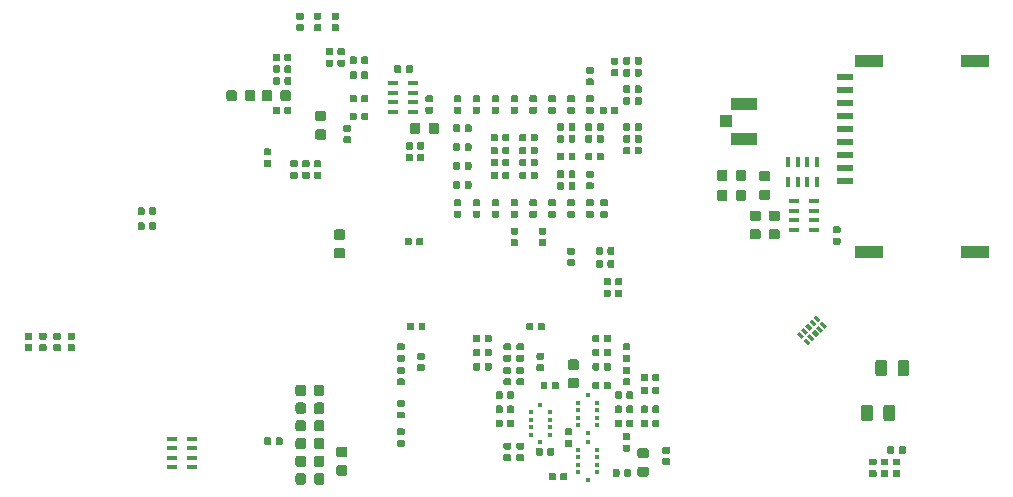
<source format=gbp>
G04 #@! TF.GenerationSoftware,KiCad,Pcbnew,5.1.5+dfsg1-2build2*
G04 #@! TF.CreationDate,2020-05-01T00:48:46-07:00*
G04 #@! TF.ProjectId,logicbone,6c6f6769-6362-46f6-9e65-2e6b69636164,rev?*
G04 #@! TF.SameCoordinates,Original*
G04 #@! TF.FileFunction,Paste,Bot*
G04 #@! TF.FilePolarity,Positive*
%FSLAX46Y46*%
G04 Gerber Fmt 4.6, Leading zero omitted, Abs format (unit mm)*
G04 Created by KiCad (PCBNEW 5.1.5+dfsg1-2build2) date 2020-05-01 00:48:46*
%MOMM*%
%LPD*%
G04 APERTURE LIST*
%ADD10C,0.100000*%
%ADD11R,1.400000X0.620000*%
%ADD12R,2.400000X1.100000*%
%ADD13R,0.400000X0.400000*%
%ADD14R,0.900000X0.400000*%
%ADD15R,0.400000X0.900000*%
%ADD16R,2.200000X1.050000*%
%ADD17R,1.050000X1.000000*%
G04 APERTURE END LIST*
D10*
G36*
X104376958Y-80790710D02*
G01*
X104391276Y-80792834D01*
X104405317Y-80796351D01*
X104418946Y-80801228D01*
X104432031Y-80807417D01*
X104444447Y-80814858D01*
X104456073Y-80823481D01*
X104466798Y-80833202D01*
X104476519Y-80843927D01*
X104485142Y-80855553D01*
X104492583Y-80867969D01*
X104498772Y-80881054D01*
X104503649Y-80894683D01*
X104507166Y-80908724D01*
X104509290Y-80923042D01*
X104510000Y-80937500D01*
X104510000Y-81232500D01*
X104509290Y-81246958D01*
X104507166Y-81261276D01*
X104503649Y-81275317D01*
X104498772Y-81288946D01*
X104492583Y-81302031D01*
X104485142Y-81314447D01*
X104476519Y-81326073D01*
X104466798Y-81336798D01*
X104456073Y-81346519D01*
X104444447Y-81355142D01*
X104432031Y-81362583D01*
X104418946Y-81368772D01*
X104405317Y-81373649D01*
X104391276Y-81377166D01*
X104376958Y-81379290D01*
X104362500Y-81380000D01*
X104017500Y-81380000D01*
X104003042Y-81379290D01*
X103988724Y-81377166D01*
X103974683Y-81373649D01*
X103961054Y-81368772D01*
X103947969Y-81362583D01*
X103935553Y-81355142D01*
X103923927Y-81346519D01*
X103913202Y-81336798D01*
X103903481Y-81326073D01*
X103894858Y-81314447D01*
X103887417Y-81302031D01*
X103881228Y-81288946D01*
X103876351Y-81275317D01*
X103872834Y-81261276D01*
X103870710Y-81246958D01*
X103870000Y-81232500D01*
X103870000Y-80937500D01*
X103870710Y-80923042D01*
X103872834Y-80908724D01*
X103876351Y-80894683D01*
X103881228Y-80881054D01*
X103887417Y-80867969D01*
X103894858Y-80855553D01*
X103903481Y-80843927D01*
X103913202Y-80833202D01*
X103923927Y-80823481D01*
X103935553Y-80814858D01*
X103947969Y-80807417D01*
X103961054Y-80801228D01*
X103974683Y-80796351D01*
X103988724Y-80792834D01*
X104003042Y-80790710D01*
X104017500Y-80790000D01*
X104362500Y-80790000D01*
X104376958Y-80790710D01*
G37*
G36*
X104376958Y-79820710D02*
G01*
X104391276Y-79822834D01*
X104405317Y-79826351D01*
X104418946Y-79831228D01*
X104432031Y-79837417D01*
X104444447Y-79844858D01*
X104456073Y-79853481D01*
X104466798Y-79863202D01*
X104476519Y-79873927D01*
X104485142Y-79885553D01*
X104492583Y-79897969D01*
X104498772Y-79911054D01*
X104503649Y-79924683D01*
X104507166Y-79938724D01*
X104509290Y-79953042D01*
X104510000Y-79967500D01*
X104510000Y-80262500D01*
X104509290Y-80276958D01*
X104507166Y-80291276D01*
X104503649Y-80305317D01*
X104498772Y-80318946D01*
X104492583Y-80332031D01*
X104485142Y-80344447D01*
X104476519Y-80356073D01*
X104466798Y-80366798D01*
X104456073Y-80376519D01*
X104444447Y-80385142D01*
X104432031Y-80392583D01*
X104418946Y-80398772D01*
X104405317Y-80403649D01*
X104391276Y-80407166D01*
X104376958Y-80409290D01*
X104362500Y-80410000D01*
X104017500Y-80410000D01*
X104003042Y-80409290D01*
X103988724Y-80407166D01*
X103974683Y-80403649D01*
X103961054Y-80398772D01*
X103947969Y-80392583D01*
X103935553Y-80385142D01*
X103923927Y-80376519D01*
X103913202Y-80366798D01*
X103903481Y-80356073D01*
X103894858Y-80344447D01*
X103887417Y-80332031D01*
X103881228Y-80318946D01*
X103876351Y-80305317D01*
X103872834Y-80291276D01*
X103870710Y-80276958D01*
X103870000Y-80262500D01*
X103870000Y-79967500D01*
X103870710Y-79953042D01*
X103872834Y-79938724D01*
X103876351Y-79924683D01*
X103881228Y-79911054D01*
X103887417Y-79897969D01*
X103894858Y-79885553D01*
X103903481Y-79873927D01*
X103913202Y-79863202D01*
X103923927Y-79853481D01*
X103935553Y-79844858D01*
X103947969Y-79837417D01*
X103961054Y-79831228D01*
X103974683Y-79826351D01*
X103988724Y-79822834D01*
X104003042Y-79820710D01*
X104017500Y-79820000D01*
X104362500Y-79820000D01*
X104376958Y-79820710D01*
G37*
D11*
X170900000Y-58200000D03*
D12*
X172900000Y-56820000D03*
X181900000Y-56820000D03*
X172900000Y-72970000D03*
X181900000Y-72970000D03*
D11*
X170900000Y-60400000D03*
X170900000Y-59300000D03*
X170900000Y-61500000D03*
X170900000Y-63700000D03*
X170900000Y-62600000D03*
X170900000Y-64800000D03*
X170900000Y-65900000D03*
X170900000Y-67000000D03*
D10*
G36*
X146976958Y-64580710D02*
G01*
X146991276Y-64582834D01*
X147005317Y-64586351D01*
X147018946Y-64591228D01*
X147032031Y-64597417D01*
X147044447Y-64604858D01*
X147056073Y-64613481D01*
X147066798Y-64623202D01*
X147076519Y-64633927D01*
X147085142Y-64645553D01*
X147092583Y-64657969D01*
X147098772Y-64671054D01*
X147103649Y-64684683D01*
X147107166Y-64698724D01*
X147109290Y-64713042D01*
X147110000Y-64727500D01*
X147110000Y-65072500D01*
X147109290Y-65086958D01*
X147107166Y-65101276D01*
X147103649Y-65115317D01*
X147098772Y-65128946D01*
X147092583Y-65142031D01*
X147085142Y-65154447D01*
X147076519Y-65166073D01*
X147066798Y-65176798D01*
X147056073Y-65186519D01*
X147044447Y-65195142D01*
X147032031Y-65202583D01*
X147018946Y-65208772D01*
X147005317Y-65213649D01*
X146991276Y-65217166D01*
X146976958Y-65219290D01*
X146962500Y-65220000D01*
X146667500Y-65220000D01*
X146653042Y-65219290D01*
X146638724Y-65217166D01*
X146624683Y-65213649D01*
X146611054Y-65208772D01*
X146597969Y-65202583D01*
X146585553Y-65195142D01*
X146573927Y-65186519D01*
X146563202Y-65176798D01*
X146553481Y-65166073D01*
X146544858Y-65154447D01*
X146537417Y-65142031D01*
X146531228Y-65128946D01*
X146526351Y-65115317D01*
X146522834Y-65101276D01*
X146520710Y-65086958D01*
X146520000Y-65072500D01*
X146520000Y-64727500D01*
X146520710Y-64713042D01*
X146522834Y-64698724D01*
X146526351Y-64684683D01*
X146531228Y-64671054D01*
X146537417Y-64657969D01*
X146544858Y-64645553D01*
X146553481Y-64633927D01*
X146563202Y-64623202D01*
X146573927Y-64613481D01*
X146585553Y-64604858D01*
X146597969Y-64597417D01*
X146611054Y-64591228D01*
X146624683Y-64586351D01*
X146638724Y-64582834D01*
X146653042Y-64580710D01*
X146667500Y-64580000D01*
X146962500Y-64580000D01*
X146976958Y-64580710D01*
G37*
G36*
X147946958Y-64580710D02*
G01*
X147961276Y-64582834D01*
X147975317Y-64586351D01*
X147988946Y-64591228D01*
X148002031Y-64597417D01*
X148014447Y-64604858D01*
X148026073Y-64613481D01*
X148036798Y-64623202D01*
X148046519Y-64633927D01*
X148055142Y-64645553D01*
X148062583Y-64657969D01*
X148068772Y-64671054D01*
X148073649Y-64684683D01*
X148077166Y-64698724D01*
X148079290Y-64713042D01*
X148080000Y-64727500D01*
X148080000Y-65072500D01*
X148079290Y-65086958D01*
X148077166Y-65101276D01*
X148073649Y-65115317D01*
X148068772Y-65128946D01*
X148062583Y-65142031D01*
X148055142Y-65154447D01*
X148046519Y-65166073D01*
X148036798Y-65176798D01*
X148026073Y-65186519D01*
X148014447Y-65195142D01*
X148002031Y-65202583D01*
X147988946Y-65208772D01*
X147975317Y-65213649D01*
X147961276Y-65217166D01*
X147946958Y-65219290D01*
X147932500Y-65220000D01*
X147637500Y-65220000D01*
X147623042Y-65219290D01*
X147608724Y-65217166D01*
X147594683Y-65213649D01*
X147581054Y-65208772D01*
X147567969Y-65202583D01*
X147555553Y-65195142D01*
X147543927Y-65186519D01*
X147533202Y-65176798D01*
X147523481Y-65166073D01*
X147514858Y-65154447D01*
X147507417Y-65142031D01*
X147501228Y-65128946D01*
X147496351Y-65115317D01*
X147492834Y-65101276D01*
X147490710Y-65086958D01*
X147490000Y-65072500D01*
X147490000Y-64727500D01*
X147490710Y-64713042D01*
X147492834Y-64698724D01*
X147496351Y-64684683D01*
X147501228Y-64671054D01*
X147507417Y-64657969D01*
X147514858Y-64645553D01*
X147523481Y-64633927D01*
X147533202Y-64623202D01*
X147543927Y-64613481D01*
X147555553Y-64604858D01*
X147567969Y-64597417D01*
X147581054Y-64591228D01*
X147594683Y-64586351D01*
X147608724Y-64582834D01*
X147623042Y-64580710D01*
X147637500Y-64580000D01*
X147932500Y-64580000D01*
X147946958Y-64580710D01*
G37*
G36*
X147886958Y-60690710D02*
G01*
X147901276Y-60692834D01*
X147915317Y-60696351D01*
X147928946Y-60701228D01*
X147942031Y-60707417D01*
X147954447Y-60714858D01*
X147966073Y-60723481D01*
X147976798Y-60733202D01*
X147986519Y-60743927D01*
X147995142Y-60755553D01*
X148002583Y-60767969D01*
X148008772Y-60781054D01*
X148013649Y-60794683D01*
X148017166Y-60808724D01*
X148019290Y-60823042D01*
X148020000Y-60837500D01*
X148020000Y-61132500D01*
X148019290Y-61146958D01*
X148017166Y-61161276D01*
X148013649Y-61175317D01*
X148008772Y-61188946D01*
X148002583Y-61202031D01*
X147995142Y-61214447D01*
X147986519Y-61226073D01*
X147976798Y-61236798D01*
X147966073Y-61246519D01*
X147954447Y-61255142D01*
X147942031Y-61262583D01*
X147928946Y-61268772D01*
X147915317Y-61273649D01*
X147901276Y-61277166D01*
X147886958Y-61279290D01*
X147872500Y-61280000D01*
X147527500Y-61280000D01*
X147513042Y-61279290D01*
X147498724Y-61277166D01*
X147484683Y-61273649D01*
X147471054Y-61268772D01*
X147457969Y-61262583D01*
X147445553Y-61255142D01*
X147433927Y-61246519D01*
X147423202Y-61236798D01*
X147413481Y-61226073D01*
X147404858Y-61214447D01*
X147397417Y-61202031D01*
X147391228Y-61188946D01*
X147386351Y-61175317D01*
X147382834Y-61161276D01*
X147380710Y-61146958D01*
X147380000Y-61132500D01*
X147380000Y-60837500D01*
X147380710Y-60823042D01*
X147382834Y-60808724D01*
X147386351Y-60794683D01*
X147391228Y-60781054D01*
X147397417Y-60767969D01*
X147404858Y-60755553D01*
X147413481Y-60743927D01*
X147423202Y-60733202D01*
X147433927Y-60723481D01*
X147445553Y-60714858D01*
X147457969Y-60707417D01*
X147471054Y-60701228D01*
X147484683Y-60696351D01*
X147498724Y-60692834D01*
X147513042Y-60690710D01*
X147527500Y-60690000D01*
X147872500Y-60690000D01*
X147886958Y-60690710D01*
G37*
G36*
X147886958Y-59720710D02*
G01*
X147901276Y-59722834D01*
X147915317Y-59726351D01*
X147928946Y-59731228D01*
X147942031Y-59737417D01*
X147954447Y-59744858D01*
X147966073Y-59753481D01*
X147976798Y-59763202D01*
X147986519Y-59773927D01*
X147995142Y-59785553D01*
X148002583Y-59797969D01*
X148008772Y-59811054D01*
X148013649Y-59824683D01*
X148017166Y-59838724D01*
X148019290Y-59853042D01*
X148020000Y-59867500D01*
X148020000Y-60162500D01*
X148019290Y-60176958D01*
X148017166Y-60191276D01*
X148013649Y-60205317D01*
X148008772Y-60218946D01*
X148002583Y-60232031D01*
X147995142Y-60244447D01*
X147986519Y-60256073D01*
X147976798Y-60266798D01*
X147966073Y-60276519D01*
X147954447Y-60285142D01*
X147942031Y-60292583D01*
X147928946Y-60298772D01*
X147915317Y-60303649D01*
X147901276Y-60307166D01*
X147886958Y-60309290D01*
X147872500Y-60310000D01*
X147527500Y-60310000D01*
X147513042Y-60309290D01*
X147498724Y-60307166D01*
X147484683Y-60303649D01*
X147471054Y-60298772D01*
X147457969Y-60292583D01*
X147445553Y-60285142D01*
X147433927Y-60276519D01*
X147423202Y-60266798D01*
X147413481Y-60256073D01*
X147404858Y-60244447D01*
X147397417Y-60232031D01*
X147391228Y-60218946D01*
X147386351Y-60205317D01*
X147382834Y-60191276D01*
X147380710Y-60176958D01*
X147380000Y-60162500D01*
X147380000Y-59867500D01*
X147380710Y-59853042D01*
X147382834Y-59838724D01*
X147386351Y-59824683D01*
X147391228Y-59811054D01*
X147397417Y-59797969D01*
X147404858Y-59785553D01*
X147413481Y-59773927D01*
X147423202Y-59763202D01*
X147433927Y-59753481D01*
X147445553Y-59744858D01*
X147457969Y-59737417D01*
X147471054Y-59731228D01*
X147484683Y-59726351D01*
X147498724Y-59722834D01*
X147513042Y-59720710D01*
X147527500Y-59720000D01*
X147872500Y-59720000D01*
X147886958Y-59720710D01*
G37*
G36*
X136327691Y-62026053D02*
G01*
X136348926Y-62029203D01*
X136369750Y-62034419D01*
X136389962Y-62041651D01*
X136409368Y-62050830D01*
X136427781Y-62061866D01*
X136445024Y-62074654D01*
X136460930Y-62089070D01*
X136475346Y-62104976D01*
X136488134Y-62122219D01*
X136499170Y-62140632D01*
X136508349Y-62160038D01*
X136515581Y-62180250D01*
X136520797Y-62201074D01*
X136523947Y-62222309D01*
X136525000Y-62243750D01*
X136525000Y-62756250D01*
X136523947Y-62777691D01*
X136520797Y-62798926D01*
X136515581Y-62819750D01*
X136508349Y-62839962D01*
X136499170Y-62859368D01*
X136488134Y-62877781D01*
X136475346Y-62895024D01*
X136460930Y-62910930D01*
X136445024Y-62925346D01*
X136427781Y-62938134D01*
X136409368Y-62949170D01*
X136389962Y-62958349D01*
X136369750Y-62965581D01*
X136348926Y-62970797D01*
X136327691Y-62973947D01*
X136306250Y-62975000D01*
X135868750Y-62975000D01*
X135847309Y-62973947D01*
X135826074Y-62970797D01*
X135805250Y-62965581D01*
X135785038Y-62958349D01*
X135765632Y-62949170D01*
X135747219Y-62938134D01*
X135729976Y-62925346D01*
X135714070Y-62910930D01*
X135699654Y-62895024D01*
X135686866Y-62877781D01*
X135675830Y-62859368D01*
X135666651Y-62839962D01*
X135659419Y-62819750D01*
X135654203Y-62798926D01*
X135651053Y-62777691D01*
X135650000Y-62756250D01*
X135650000Y-62243750D01*
X135651053Y-62222309D01*
X135654203Y-62201074D01*
X135659419Y-62180250D01*
X135666651Y-62160038D01*
X135675830Y-62140632D01*
X135686866Y-62122219D01*
X135699654Y-62104976D01*
X135714070Y-62089070D01*
X135729976Y-62074654D01*
X135747219Y-62061866D01*
X135765632Y-62050830D01*
X135785038Y-62041651D01*
X135805250Y-62034419D01*
X135826074Y-62029203D01*
X135847309Y-62026053D01*
X135868750Y-62025000D01*
X136306250Y-62025000D01*
X136327691Y-62026053D01*
G37*
G36*
X134752691Y-62026053D02*
G01*
X134773926Y-62029203D01*
X134794750Y-62034419D01*
X134814962Y-62041651D01*
X134834368Y-62050830D01*
X134852781Y-62061866D01*
X134870024Y-62074654D01*
X134885930Y-62089070D01*
X134900346Y-62104976D01*
X134913134Y-62122219D01*
X134924170Y-62140632D01*
X134933349Y-62160038D01*
X134940581Y-62180250D01*
X134945797Y-62201074D01*
X134948947Y-62222309D01*
X134950000Y-62243750D01*
X134950000Y-62756250D01*
X134948947Y-62777691D01*
X134945797Y-62798926D01*
X134940581Y-62819750D01*
X134933349Y-62839962D01*
X134924170Y-62859368D01*
X134913134Y-62877781D01*
X134900346Y-62895024D01*
X134885930Y-62910930D01*
X134870024Y-62925346D01*
X134852781Y-62938134D01*
X134834368Y-62949170D01*
X134814962Y-62958349D01*
X134794750Y-62965581D01*
X134773926Y-62970797D01*
X134752691Y-62973947D01*
X134731250Y-62975000D01*
X134293750Y-62975000D01*
X134272309Y-62973947D01*
X134251074Y-62970797D01*
X134230250Y-62965581D01*
X134210038Y-62958349D01*
X134190632Y-62949170D01*
X134172219Y-62938134D01*
X134154976Y-62925346D01*
X134139070Y-62910930D01*
X134124654Y-62895024D01*
X134111866Y-62877781D01*
X134100830Y-62859368D01*
X134091651Y-62839962D01*
X134084419Y-62819750D01*
X134079203Y-62798926D01*
X134076053Y-62777691D01*
X134075000Y-62756250D01*
X134075000Y-62243750D01*
X134076053Y-62222309D01*
X134079203Y-62201074D01*
X134084419Y-62180250D01*
X134091651Y-62160038D01*
X134100830Y-62140632D01*
X134111866Y-62122219D01*
X134124654Y-62104976D01*
X134139070Y-62089070D01*
X134154976Y-62074654D01*
X134172219Y-62061866D01*
X134190632Y-62050830D01*
X134210038Y-62041651D01*
X134230250Y-62034419D01*
X134251074Y-62029203D01*
X134272309Y-62026053D01*
X134293750Y-62025000D01*
X134731250Y-62025000D01*
X134752691Y-62026053D01*
G37*
G36*
X152846958Y-85980710D02*
G01*
X152861276Y-85982834D01*
X152875317Y-85986351D01*
X152888946Y-85991228D01*
X152902031Y-85997417D01*
X152914447Y-86004858D01*
X152926073Y-86013481D01*
X152936798Y-86023202D01*
X152946519Y-86033927D01*
X152955142Y-86045553D01*
X152962583Y-86057969D01*
X152968772Y-86071054D01*
X152973649Y-86084683D01*
X152977166Y-86098724D01*
X152979290Y-86113042D01*
X152980000Y-86127500D01*
X152980000Y-86472500D01*
X152979290Y-86486958D01*
X152977166Y-86501276D01*
X152973649Y-86515317D01*
X152968772Y-86528946D01*
X152962583Y-86542031D01*
X152955142Y-86554447D01*
X152946519Y-86566073D01*
X152936798Y-86576798D01*
X152926073Y-86586519D01*
X152914447Y-86595142D01*
X152902031Y-86602583D01*
X152888946Y-86608772D01*
X152875317Y-86613649D01*
X152861276Y-86617166D01*
X152846958Y-86619290D01*
X152832500Y-86620000D01*
X152537500Y-86620000D01*
X152523042Y-86619290D01*
X152508724Y-86617166D01*
X152494683Y-86613649D01*
X152481054Y-86608772D01*
X152467969Y-86602583D01*
X152455553Y-86595142D01*
X152443927Y-86586519D01*
X152433202Y-86576798D01*
X152423481Y-86566073D01*
X152414858Y-86554447D01*
X152407417Y-86542031D01*
X152401228Y-86528946D01*
X152396351Y-86515317D01*
X152392834Y-86501276D01*
X152390710Y-86486958D01*
X152390000Y-86472500D01*
X152390000Y-86127500D01*
X152390710Y-86113042D01*
X152392834Y-86098724D01*
X152396351Y-86084683D01*
X152401228Y-86071054D01*
X152407417Y-86057969D01*
X152414858Y-86045553D01*
X152423481Y-86033927D01*
X152433202Y-86023202D01*
X152443927Y-86013481D01*
X152455553Y-86004858D01*
X152467969Y-85997417D01*
X152481054Y-85991228D01*
X152494683Y-85986351D01*
X152508724Y-85982834D01*
X152523042Y-85980710D01*
X152537500Y-85980000D01*
X152832500Y-85980000D01*
X152846958Y-85980710D01*
G37*
G36*
X151876958Y-85980710D02*
G01*
X151891276Y-85982834D01*
X151905317Y-85986351D01*
X151918946Y-85991228D01*
X151932031Y-85997417D01*
X151944447Y-86004858D01*
X151956073Y-86013481D01*
X151966798Y-86023202D01*
X151976519Y-86033927D01*
X151985142Y-86045553D01*
X151992583Y-86057969D01*
X151998772Y-86071054D01*
X152003649Y-86084683D01*
X152007166Y-86098724D01*
X152009290Y-86113042D01*
X152010000Y-86127500D01*
X152010000Y-86472500D01*
X152009290Y-86486958D01*
X152007166Y-86501276D01*
X152003649Y-86515317D01*
X151998772Y-86528946D01*
X151992583Y-86542031D01*
X151985142Y-86554447D01*
X151976519Y-86566073D01*
X151966798Y-86576798D01*
X151956073Y-86586519D01*
X151944447Y-86595142D01*
X151932031Y-86602583D01*
X151918946Y-86608772D01*
X151905317Y-86613649D01*
X151891276Y-86617166D01*
X151876958Y-86619290D01*
X151862500Y-86620000D01*
X151567500Y-86620000D01*
X151553042Y-86619290D01*
X151538724Y-86617166D01*
X151524683Y-86613649D01*
X151511054Y-86608772D01*
X151497969Y-86602583D01*
X151485553Y-86595142D01*
X151473927Y-86586519D01*
X151463202Y-86576798D01*
X151453481Y-86566073D01*
X151444858Y-86554447D01*
X151437417Y-86542031D01*
X151431228Y-86528946D01*
X151426351Y-86515317D01*
X151422834Y-86501276D01*
X151420710Y-86486958D01*
X151420000Y-86472500D01*
X151420000Y-86127500D01*
X151420710Y-86113042D01*
X151422834Y-86098724D01*
X151426351Y-86084683D01*
X151431228Y-86071054D01*
X151437417Y-86057969D01*
X151444858Y-86045553D01*
X151453481Y-86033927D01*
X151463202Y-86023202D01*
X151473927Y-86013481D01*
X151485553Y-86004858D01*
X151497969Y-85997417D01*
X151511054Y-85991228D01*
X151524683Y-85986351D01*
X151538724Y-85982834D01*
X151553042Y-85980710D01*
X151567500Y-85980000D01*
X151862500Y-85980000D01*
X151876958Y-85980710D01*
G37*
G36*
X152586958Y-82720710D02*
G01*
X152601276Y-82722834D01*
X152615317Y-82726351D01*
X152628946Y-82731228D01*
X152642031Y-82737417D01*
X152654447Y-82744858D01*
X152666073Y-82753481D01*
X152676798Y-82763202D01*
X152686519Y-82773927D01*
X152695142Y-82785553D01*
X152702583Y-82797969D01*
X152708772Y-82811054D01*
X152713649Y-82824683D01*
X152717166Y-82838724D01*
X152719290Y-82853042D01*
X152720000Y-82867500D01*
X152720000Y-83162500D01*
X152719290Y-83176958D01*
X152717166Y-83191276D01*
X152713649Y-83205317D01*
X152708772Y-83218946D01*
X152702583Y-83232031D01*
X152695142Y-83244447D01*
X152686519Y-83256073D01*
X152676798Y-83266798D01*
X152666073Y-83276519D01*
X152654447Y-83285142D01*
X152642031Y-83292583D01*
X152628946Y-83298772D01*
X152615317Y-83303649D01*
X152601276Y-83307166D01*
X152586958Y-83309290D01*
X152572500Y-83310000D01*
X152227500Y-83310000D01*
X152213042Y-83309290D01*
X152198724Y-83307166D01*
X152184683Y-83303649D01*
X152171054Y-83298772D01*
X152157969Y-83292583D01*
X152145553Y-83285142D01*
X152133927Y-83276519D01*
X152123202Y-83266798D01*
X152113481Y-83256073D01*
X152104858Y-83244447D01*
X152097417Y-83232031D01*
X152091228Y-83218946D01*
X152086351Y-83205317D01*
X152082834Y-83191276D01*
X152080710Y-83176958D01*
X152080000Y-83162500D01*
X152080000Y-82867500D01*
X152080710Y-82853042D01*
X152082834Y-82838724D01*
X152086351Y-82824683D01*
X152091228Y-82811054D01*
X152097417Y-82797969D01*
X152104858Y-82785553D01*
X152113481Y-82773927D01*
X152123202Y-82763202D01*
X152133927Y-82753481D01*
X152145553Y-82744858D01*
X152157969Y-82737417D01*
X152171054Y-82731228D01*
X152184683Y-82726351D01*
X152198724Y-82722834D01*
X152213042Y-82720710D01*
X152227500Y-82720000D01*
X152572500Y-82720000D01*
X152586958Y-82720710D01*
G37*
G36*
X152586958Y-83690710D02*
G01*
X152601276Y-83692834D01*
X152615317Y-83696351D01*
X152628946Y-83701228D01*
X152642031Y-83707417D01*
X152654447Y-83714858D01*
X152666073Y-83723481D01*
X152676798Y-83733202D01*
X152686519Y-83743927D01*
X152695142Y-83755553D01*
X152702583Y-83767969D01*
X152708772Y-83781054D01*
X152713649Y-83794683D01*
X152717166Y-83808724D01*
X152719290Y-83823042D01*
X152720000Y-83837500D01*
X152720000Y-84132500D01*
X152719290Y-84146958D01*
X152717166Y-84161276D01*
X152713649Y-84175317D01*
X152708772Y-84188946D01*
X152702583Y-84202031D01*
X152695142Y-84214447D01*
X152686519Y-84226073D01*
X152676798Y-84236798D01*
X152666073Y-84246519D01*
X152654447Y-84255142D01*
X152642031Y-84262583D01*
X152628946Y-84268772D01*
X152615317Y-84273649D01*
X152601276Y-84277166D01*
X152586958Y-84279290D01*
X152572500Y-84280000D01*
X152227500Y-84280000D01*
X152213042Y-84279290D01*
X152198724Y-84277166D01*
X152184683Y-84273649D01*
X152171054Y-84268772D01*
X152157969Y-84262583D01*
X152145553Y-84255142D01*
X152133927Y-84246519D01*
X152123202Y-84236798D01*
X152113481Y-84226073D01*
X152104858Y-84214447D01*
X152097417Y-84202031D01*
X152091228Y-84188946D01*
X152086351Y-84175317D01*
X152082834Y-84161276D01*
X152080710Y-84146958D01*
X152080000Y-84132500D01*
X152080000Y-83837500D01*
X152080710Y-83823042D01*
X152082834Y-83808724D01*
X152086351Y-83794683D01*
X152091228Y-83781054D01*
X152097417Y-83767969D01*
X152104858Y-83755553D01*
X152113481Y-83743927D01*
X152123202Y-83733202D01*
X152133927Y-83723481D01*
X152145553Y-83714858D01*
X152157969Y-83707417D01*
X152171054Y-83701228D01*
X152184683Y-83696351D01*
X152198724Y-83692834D01*
X152213042Y-83690710D01*
X152227500Y-83690000D01*
X152572500Y-83690000D01*
X152586958Y-83690710D01*
G37*
G36*
X154076958Y-85980710D02*
G01*
X154091276Y-85982834D01*
X154105317Y-85986351D01*
X154118946Y-85991228D01*
X154132031Y-85997417D01*
X154144447Y-86004858D01*
X154156073Y-86013481D01*
X154166798Y-86023202D01*
X154176519Y-86033927D01*
X154185142Y-86045553D01*
X154192583Y-86057969D01*
X154198772Y-86071054D01*
X154203649Y-86084683D01*
X154207166Y-86098724D01*
X154209290Y-86113042D01*
X154210000Y-86127500D01*
X154210000Y-86472500D01*
X154209290Y-86486958D01*
X154207166Y-86501276D01*
X154203649Y-86515317D01*
X154198772Y-86528946D01*
X154192583Y-86542031D01*
X154185142Y-86554447D01*
X154176519Y-86566073D01*
X154166798Y-86576798D01*
X154156073Y-86586519D01*
X154144447Y-86595142D01*
X154132031Y-86602583D01*
X154118946Y-86608772D01*
X154105317Y-86613649D01*
X154091276Y-86617166D01*
X154076958Y-86619290D01*
X154062500Y-86620000D01*
X153767500Y-86620000D01*
X153753042Y-86619290D01*
X153738724Y-86617166D01*
X153724683Y-86613649D01*
X153711054Y-86608772D01*
X153697969Y-86602583D01*
X153685553Y-86595142D01*
X153673927Y-86586519D01*
X153663202Y-86576798D01*
X153653481Y-86566073D01*
X153644858Y-86554447D01*
X153637417Y-86542031D01*
X153631228Y-86528946D01*
X153626351Y-86515317D01*
X153622834Y-86501276D01*
X153620710Y-86486958D01*
X153620000Y-86472500D01*
X153620000Y-86127500D01*
X153620710Y-86113042D01*
X153622834Y-86098724D01*
X153626351Y-86084683D01*
X153631228Y-86071054D01*
X153637417Y-86057969D01*
X153644858Y-86045553D01*
X153653481Y-86033927D01*
X153663202Y-86023202D01*
X153673927Y-86013481D01*
X153685553Y-86004858D01*
X153697969Y-85997417D01*
X153711054Y-85991228D01*
X153724683Y-85986351D01*
X153738724Y-85982834D01*
X153753042Y-85980710D01*
X153767500Y-85980000D01*
X154062500Y-85980000D01*
X154076958Y-85980710D01*
G37*
G36*
X155046958Y-85980710D02*
G01*
X155061276Y-85982834D01*
X155075317Y-85986351D01*
X155088946Y-85991228D01*
X155102031Y-85997417D01*
X155114447Y-86004858D01*
X155126073Y-86013481D01*
X155136798Y-86023202D01*
X155146519Y-86033927D01*
X155155142Y-86045553D01*
X155162583Y-86057969D01*
X155168772Y-86071054D01*
X155173649Y-86084683D01*
X155177166Y-86098724D01*
X155179290Y-86113042D01*
X155180000Y-86127500D01*
X155180000Y-86472500D01*
X155179290Y-86486958D01*
X155177166Y-86501276D01*
X155173649Y-86515317D01*
X155168772Y-86528946D01*
X155162583Y-86542031D01*
X155155142Y-86554447D01*
X155146519Y-86566073D01*
X155136798Y-86576798D01*
X155126073Y-86586519D01*
X155114447Y-86595142D01*
X155102031Y-86602583D01*
X155088946Y-86608772D01*
X155075317Y-86613649D01*
X155061276Y-86617166D01*
X155046958Y-86619290D01*
X155032500Y-86620000D01*
X154737500Y-86620000D01*
X154723042Y-86619290D01*
X154708724Y-86617166D01*
X154694683Y-86613649D01*
X154681054Y-86608772D01*
X154667969Y-86602583D01*
X154655553Y-86595142D01*
X154643927Y-86586519D01*
X154633202Y-86576798D01*
X154623481Y-86566073D01*
X154614858Y-86554447D01*
X154607417Y-86542031D01*
X154601228Y-86528946D01*
X154596351Y-86515317D01*
X154592834Y-86501276D01*
X154590710Y-86486958D01*
X154590000Y-86472500D01*
X154590000Y-86127500D01*
X154590710Y-86113042D01*
X154592834Y-86098724D01*
X154596351Y-86084683D01*
X154601228Y-86071054D01*
X154607417Y-86057969D01*
X154614858Y-86045553D01*
X154623481Y-86033927D01*
X154633202Y-86023202D01*
X154643927Y-86013481D01*
X154655553Y-86004858D01*
X154667969Y-85997417D01*
X154681054Y-85991228D01*
X154694683Y-85986351D01*
X154708724Y-85982834D01*
X154723042Y-85980710D01*
X154737500Y-85980000D01*
X155032500Y-85980000D01*
X155046958Y-85980710D01*
G37*
G36*
X139886958Y-68520710D02*
G01*
X139901276Y-68522834D01*
X139915317Y-68526351D01*
X139928946Y-68531228D01*
X139942031Y-68537417D01*
X139954447Y-68544858D01*
X139966073Y-68553481D01*
X139976798Y-68563202D01*
X139986519Y-68573927D01*
X139995142Y-68585553D01*
X140002583Y-68597969D01*
X140008772Y-68611054D01*
X140013649Y-68624683D01*
X140017166Y-68638724D01*
X140019290Y-68653042D01*
X140020000Y-68667500D01*
X140020000Y-68962500D01*
X140019290Y-68976958D01*
X140017166Y-68991276D01*
X140013649Y-69005317D01*
X140008772Y-69018946D01*
X140002583Y-69032031D01*
X139995142Y-69044447D01*
X139986519Y-69056073D01*
X139976798Y-69066798D01*
X139966073Y-69076519D01*
X139954447Y-69085142D01*
X139942031Y-69092583D01*
X139928946Y-69098772D01*
X139915317Y-69103649D01*
X139901276Y-69107166D01*
X139886958Y-69109290D01*
X139872500Y-69110000D01*
X139527500Y-69110000D01*
X139513042Y-69109290D01*
X139498724Y-69107166D01*
X139484683Y-69103649D01*
X139471054Y-69098772D01*
X139457969Y-69092583D01*
X139445553Y-69085142D01*
X139433927Y-69076519D01*
X139423202Y-69066798D01*
X139413481Y-69056073D01*
X139404858Y-69044447D01*
X139397417Y-69032031D01*
X139391228Y-69018946D01*
X139386351Y-69005317D01*
X139382834Y-68991276D01*
X139380710Y-68976958D01*
X139380000Y-68962500D01*
X139380000Y-68667500D01*
X139380710Y-68653042D01*
X139382834Y-68638724D01*
X139386351Y-68624683D01*
X139391228Y-68611054D01*
X139397417Y-68597969D01*
X139404858Y-68585553D01*
X139413481Y-68573927D01*
X139423202Y-68563202D01*
X139433927Y-68553481D01*
X139445553Y-68544858D01*
X139457969Y-68537417D01*
X139471054Y-68531228D01*
X139484683Y-68526351D01*
X139498724Y-68522834D01*
X139513042Y-68520710D01*
X139527500Y-68520000D01*
X139872500Y-68520000D01*
X139886958Y-68520710D01*
G37*
G36*
X139886958Y-69490710D02*
G01*
X139901276Y-69492834D01*
X139915317Y-69496351D01*
X139928946Y-69501228D01*
X139942031Y-69507417D01*
X139954447Y-69514858D01*
X139966073Y-69523481D01*
X139976798Y-69533202D01*
X139986519Y-69543927D01*
X139995142Y-69555553D01*
X140002583Y-69567969D01*
X140008772Y-69581054D01*
X140013649Y-69594683D01*
X140017166Y-69608724D01*
X140019290Y-69623042D01*
X140020000Y-69637500D01*
X140020000Y-69932500D01*
X140019290Y-69946958D01*
X140017166Y-69961276D01*
X140013649Y-69975317D01*
X140008772Y-69988946D01*
X140002583Y-70002031D01*
X139995142Y-70014447D01*
X139986519Y-70026073D01*
X139976798Y-70036798D01*
X139966073Y-70046519D01*
X139954447Y-70055142D01*
X139942031Y-70062583D01*
X139928946Y-70068772D01*
X139915317Y-70073649D01*
X139901276Y-70077166D01*
X139886958Y-70079290D01*
X139872500Y-70080000D01*
X139527500Y-70080000D01*
X139513042Y-70079290D01*
X139498724Y-70077166D01*
X139484683Y-70073649D01*
X139471054Y-70068772D01*
X139457969Y-70062583D01*
X139445553Y-70055142D01*
X139433927Y-70046519D01*
X139423202Y-70036798D01*
X139413481Y-70026073D01*
X139404858Y-70014447D01*
X139397417Y-70002031D01*
X139391228Y-69988946D01*
X139386351Y-69975317D01*
X139382834Y-69961276D01*
X139380710Y-69946958D01*
X139380000Y-69932500D01*
X139380000Y-69637500D01*
X139380710Y-69623042D01*
X139382834Y-69608724D01*
X139386351Y-69594683D01*
X139391228Y-69581054D01*
X139397417Y-69567969D01*
X139404858Y-69555553D01*
X139413481Y-69543927D01*
X139423202Y-69533202D01*
X139433927Y-69523481D01*
X139445553Y-69514858D01*
X139457969Y-69507417D01*
X139471054Y-69501228D01*
X139484683Y-69496351D01*
X139498724Y-69492834D01*
X139513042Y-69490710D01*
X139527500Y-69490000D01*
X139872500Y-69490000D01*
X139886958Y-69490710D01*
G37*
G36*
X155046958Y-87180710D02*
G01*
X155061276Y-87182834D01*
X155075317Y-87186351D01*
X155088946Y-87191228D01*
X155102031Y-87197417D01*
X155114447Y-87204858D01*
X155126073Y-87213481D01*
X155136798Y-87223202D01*
X155146519Y-87233927D01*
X155155142Y-87245553D01*
X155162583Y-87257969D01*
X155168772Y-87271054D01*
X155173649Y-87284683D01*
X155177166Y-87298724D01*
X155179290Y-87313042D01*
X155180000Y-87327500D01*
X155180000Y-87672500D01*
X155179290Y-87686958D01*
X155177166Y-87701276D01*
X155173649Y-87715317D01*
X155168772Y-87728946D01*
X155162583Y-87742031D01*
X155155142Y-87754447D01*
X155146519Y-87766073D01*
X155136798Y-87776798D01*
X155126073Y-87786519D01*
X155114447Y-87795142D01*
X155102031Y-87802583D01*
X155088946Y-87808772D01*
X155075317Y-87813649D01*
X155061276Y-87817166D01*
X155046958Y-87819290D01*
X155032500Y-87820000D01*
X154737500Y-87820000D01*
X154723042Y-87819290D01*
X154708724Y-87817166D01*
X154694683Y-87813649D01*
X154681054Y-87808772D01*
X154667969Y-87802583D01*
X154655553Y-87795142D01*
X154643927Y-87786519D01*
X154633202Y-87776798D01*
X154623481Y-87766073D01*
X154614858Y-87754447D01*
X154607417Y-87742031D01*
X154601228Y-87728946D01*
X154596351Y-87715317D01*
X154592834Y-87701276D01*
X154590710Y-87686958D01*
X154590000Y-87672500D01*
X154590000Y-87327500D01*
X154590710Y-87313042D01*
X154592834Y-87298724D01*
X154596351Y-87284683D01*
X154601228Y-87271054D01*
X154607417Y-87257969D01*
X154614858Y-87245553D01*
X154623481Y-87233927D01*
X154633202Y-87223202D01*
X154643927Y-87213481D01*
X154655553Y-87204858D01*
X154667969Y-87197417D01*
X154681054Y-87191228D01*
X154694683Y-87186351D01*
X154708724Y-87182834D01*
X154723042Y-87180710D01*
X154737500Y-87180000D01*
X155032500Y-87180000D01*
X155046958Y-87180710D01*
G37*
G36*
X154076958Y-87180710D02*
G01*
X154091276Y-87182834D01*
X154105317Y-87186351D01*
X154118946Y-87191228D01*
X154132031Y-87197417D01*
X154144447Y-87204858D01*
X154156073Y-87213481D01*
X154166798Y-87223202D01*
X154176519Y-87233927D01*
X154185142Y-87245553D01*
X154192583Y-87257969D01*
X154198772Y-87271054D01*
X154203649Y-87284683D01*
X154207166Y-87298724D01*
X154209290Y-87313042D01*
X154210000Y-87327500D01*
X154210000Y-87672500D01*
X154209290Y-87686958D01*
X154207166Y-87701276D01*
X154203649Y-87715317D01*
X154198772Y-87728946D01*
X154192583Y-87742031D01*
X154185142Y-87754447D01*
X154176519Y-87766073D01*
X154166798Y-87776798D01*
X154156073Y-87786519D01*
X154144447Y-87795142D01*
X154132031Y-87802583D01*
X154118946Y-87808772D01*
X154105317Y-87813649D01*
X154091276Y-87817166D01*
X154076958Y-87819290D01*
X154062500Y-87820000D01*
X153767500Y-87820000D01*
X153753042Y-87819290D01*
X153738724Y-87817166D01*
X153724683Y-87813649D01*
X153711054Y-87808772D01*
X153697969Y-87802583D01*
X153685553Y-87795142D01*
X153673927Y-87786519D01*
X153663202Y-87776798D01*
X153653481Y-87766073D01*
X153644858Y-87754447D01*
X153637417Y-87742031D01*
X153631228Y-87728946D01*
X153626351Y-87715317D01*
X153622834Y-87701276D01*
X153620710Y-87686958D01*
X153620000Y-87672500D01*
X153620000Y-87327500D01*
X153620710Y-87313042D01*
X153622834Y-87298724D01*
X153626351Y-87284683D01*
X153631228Y-87271054D01*
X153637417Y-87257969D01*
X153644858Y-87245553D01*
X153653481Y-87233927D01*
X153663202Y-87223202D01*
X153673927Y-87213481D01*
X153685553Y-87204858D01*
X153697969Y-87197417D01*
X153711054Y-87191228D01*
X153724683Y-87186351D01*
X153738724Y-87182834D01*
X153753042Y-87180710D01*
X153767500Y-87180000D01*
X154062500Y-87180000D01*
X154076958Y-87180710D01*
G37*
G36*
X155936958Y-90440710D02*
G01*
X155951276Y-90442834D01*
X155965317Y-90446351D01*
X155978946Y-90451228D01*
X155992031Y-90457417D01*
X156004447Y-90464858D01*
X156016073Y-90473481D01*
X156026798Y-90483202D01*
X156036519Y-90493927D01*
X156045142Y-90505553D01*
X156052583Y-90517969D01*
X156058772Y-90531054D01*
X156063649Y-90544683D01*
X156067166Y-90558724D01*
X156069290Y-90573042D01*
X156070000Y-90587500D01*
X156070000Y-90882500D01*
X156069290Y-90896958D01*
X156067166Y-90911276D01*
X156063649Y-90925317D01*
X156058772Y-90938946D01*
X156052583Y-90952031D01*
X156045142Y-90964447D01*
X156036519Y-90976073D01*
X156026798Y-90986798D01*
X156016073Y-90996519D01*
X156004447Y-91005142D01*
X155992031Y-91012583D01*
X155978946Y-91018772D01*
X155965317Y-91023649D01*
X155951276Y-91027166D01*
X155936958Y-91029290D01*
X155922500Y-91030000D01*
X155577500Y-91030000D01*
X155563042Y-91029290D01*
X155548724Y-91027166D01*
X155534683Y-91023649D01*
X155521054Y-91018772D01*
X155507969Y-91012583D01*
X155495553Y-91005142D01*
X155483927Y-90996519D01*
X155473202Y-90986798D01*
X155463481Y-90976073D01*
X155454858Y-90964447D01*
X155447417Y-90952031D01*
X155441228Y-90938946D01*
X155436351Y-90925317D01*
X155432834Y-90911276D01*
X155430710Y-90896958D01*
X155430000Y-90882500D01*
X155430000Y-90587500D01*
X155430710Y-90573042D01*
X155432834Y-90558724D01*
X155436351Y-90544683D01*
X155441228Y-90531054D01*
X155447417Y-90517969D01*
X155454858Y-90505553D01*
X155463481Y-90493927D01*
X155473202Y-90483202D01*
X155483927Y-90473481D01*
X155495553Y-90464858D01*
X155507969Y-90457417D01*
X155521054Y-90451228D01*
X155534683Y-90446351D01*
X155548724Y-90442834D01*
X155563042Y-90440710D01*
X155577500Y-90440000D01*
X155922500Y-90440000D01*
X155936958Y-90440710D01*
G37*
G36*
X155936958Y-89470710D02*
G01*
X155951276Y-89472834D01*
X155965317Y-89476351D01*
X155978946Y-89481228D01*
X155992031Y-89487417D01*
X156004447Y-89494858D01*
X156016073Y-89503481D01*
X156026798Y-89513202D01*
X156036519Y-89523927D01*
X156045142Y-89535553D01*
X156052583Y-89547969D01*
X156058772Y-89561054D01*
X156063649Y-89574683D01*
X156067166Y-89588724D01*
X156069290Y-89603042D01*
X156070000Y-89617500D01*
X156070000Y-89912500D01*
X156069290Y-89926958D01*
X156067166Y-89941276D01*
X156063649Y-89955317D01*
X156058772Y-89968946D01*
X156052583Y-89982031D01*
X156045142Y-89994447D01*
X156036519Y-90006073D01*
X156026798Y-90016798D01*
X156016073Y-90026519D01*
X156004447Y-90035142D01*
X155992031Y-90042583D01*
X155978946Y-90048772D01*
X155965317Y-90053649D01*
X155951276Y-90057166D01*
X155936958Y-90059290D01*
X155922500Y-90060000D01*
X155577500Y-90060000D01*
X155563042Y-90059290D01*
X155548724Y-90057166D01*
X155534683Y-90053649D01*
X155521054Y-90048772D01*
X155507969Y-90042583D01*
X155495553Y-90035142D01*
X155483927Y-90026519D01*
X155473202Y-90016798D01*
X155463481Y-90006073D01*
X155454858Y-89994447D01*
X155447417Y-89982031D01*
X155441228Y-89968946D01*
X155436351Y-89955317D01*
X155432834Y-89941276D01*
X155430710Y-89926958D01*
X155430000Y-89912500D01*
X155430000Y-89617500D01*
X155430710Y-89603042D01*
X155432834Y-89588724D01*
X155436351Y-89574683D01*
X155441228Y-89561054D01*
X155447417Y-89547969D01*
X155454858Y-89535553D01*
X155463481Y-89523927D01*
X155473202Y-89513202D01*
X155483927Y-89503481D01*
X155495553Y-89494858D01*
X155507969Y-89487417D01*
X155521054Y-89481228D01*
X155534683Y-89476351D01*
X155548724Y-89472834D01*
X155563042Y-89470710D01*
X155577500Y-89470000D01*
X155922500Y-89470000D01*
X155936958Y-89470710D01*
G37*
G36*
X125052691Y-88726053D02*
G01*
X125073926Y-88729203D01*
X125094750Y-88734419D01*
X125114962Y-88741651D01*
X125134368Y-88750830D01*
X125152781Y-88761866D01*
X125170024Y-88774654D01*
X125185930Y-88789070D01*
X125200346Y-88804976D01*
X125213134Y-88822219D01*
X125224170Y-88840632D01*
X125233349Y-88860038D01*
X125240581Y-88880250D01*
X125245797Y-88901074D01*
X125248947Y-88922309D01*
X125250000Y-88943750D01*
X125250000Y-89456250D01*
X125248947Y-89477691D01*
X125245797Y-89498926D01*
X125240581Y-89519750D01*
X125233349Y-89539962D01*
X125224170Y-89559368D01*
X125213134Y-89577781D01*
X125200346Y-89595024D01*
X125185930Y-89610930D01*
X125170024Y-89625346D01*
X125152781Y-89638134D01*
X125134368Y-89649170D01*
X125114962Y-89658349D01*
X125094750Y-89665581D01*
X125073926Y-89670797D01*
X125052691Y-89673947D01*
X125031250Y-89675000D01*
X124593750Y-89675000D01*
X124572309Y-89673947D01*
X124551074Y-89670797D01*
X124530250Y-89665581D01*
X124510038Y-89658349D01*
X124490632Y-89649170D01*
X124472219Y-89638134D01*
X124454976Y-89625346D01*
X124439070Y-89610930D01*
X124424654Y-89595024D01*
X124411866Y-89577781D01*
X124400830Y-89559368D01*
X124391651Y-89539962D01*
X124384419Y-89519750D01*
X124379203Y-89498926D01*
X124376053Y-89477691D01*
X124375000Y-89456250D01*
X124375000Y-88943750D01*
X124376053Y-88922309D01*
X124379203Y-88901074D01*
X124384419Y-88880250D01*
X124391651Y-88860038D01*
X124400830Y-88840632D01*
X124411866Y-88822219D01*
X124424654Y-88804976D01*
X124439070Y-88789070D01*
X124454976Y-88774654D01*
X124472219Y-88761866D01*
X124490632Y-88750830D01*
X124510038Y-88741651D01*
X124530250Y-88734419D01*
X124551074Y-88729203D01*
X124572309Y-88726053D01*
X124593750Y-88725000D01*
X125031250Y-88725000D01*
X125052691Y-88726053D01*
G37*
G36*
X126627691Y-88726053D02*
G01*
X126648926Y-88729203D01*
X126669750Y-88734419D01*
X126689962Y-88741651D01*
X126709368Y-88750830D01*
X126727781Y-88761866D01*
X126745024Y-88774654D01*
X126760930Y-88789070D01*
X126775346Y-88804976D01*
X126788134Y-88822219D01*
X126799170Y-88840632D01*
X126808349Y-88860038D01*
X126815581Y-88880250D01*
X126820797Y-88901074D01*
X126823947Y-88922309D01*
X126825000Y-88943750D01*
X126825000Y-89456250D01*
X126823947Y-89477691D01*
X126820797Y-89498926D01*
X126815581Y-89519750D01*
X126808349Y-89539962D01*
X126799170Y-89559368D01*
X126788134Y-89577781D01*
X126775346Y-89595024D01*
X126760930Y-89610930D01*
X126745024Y-89625346D01*
X126727781Y-89638134D01*
X126709368Y-89649170D01*
X126689962Y-89658349D01*
X126669750Y-89665581D01*
X126648926Y-89670797D01*
X126627691Y-89673947D01*
X126606250Y-89675000D01*
X126168750Y-89675000D01*
X126147309Y-89673947D01*
X126126074Y-89670797D01*
X126105250Y-89665581D01*
X126085038Y-89658349D01*
X126065632Y-89649170D01*
X126047219Y-89638134D01*
X126029976Y-89625346D01*
X126014070Y-89610930D01*
X125999654Y-89595024D01*
X125986866Y-89577781D01*
X125975830Y-89559368D01*
X125966651Y-89539962D01*
X125959419Y-89519750D01*
X125954203Y-89498926D01*
X125951053Y-89477691D01*
X125950000Y-89456250D01*
X125950000Y-88943750D01*
X125951053Y-88922309D01*
X125954203Y-88901074D01*
X125959419Y-88880250D01*
X125966651Y-88860038D01*
X125975830Y-88840632D01*
X125986866Y-88822219D01*
X125999654Y-88804976D01*
X126014070Y-88789070D01*
X126029976Y-88774654D01*
X126047219Y-88761866D01*
X126065632Y-88750830D01*
X126085038Y-88741651D01*
X126105250Y-88734419D01*
X126126074Y-88729203D01*
X126147309Y-88726053D01*
X126168750Y-88725000D01*
X126606250Y-88725000D01*
X126627691Y-88726053D01*
G37*
G36*
X138176958Y-66980710D02*
G01*
X138191276Y-66982834D01*
X138205317Y-66986351D01*
X138218946Y-66991228D01*
X138232031Y-66997417D01*
X138244447Y-67004858D01*
X138256073Y-67013481D01*
X138266798Y-67023202D01*
X138276519Y-67033927D01*
X138285142Y-67045553D01*
X138292583Y-67057969D01*
X138298772Y-67071054D01*
X138303649Y-67084683D01*
X138307166Y-67098724D01*
X138309290Y-67113042D01*
X138310000Y-67127500D01*
X138310000Y-67472500D01*
X138309290Y-67486958D01*
X138307166Y-67501276D01*
X138303649Y-67515317D01*
X138298772Y-67528946D01*
X138292583Y-67542031D01*
X138285142Y-67554447D01*
X138276519Y-67566073D01*
X138266798Y-67576798D01*
X138256073Y-67586519D01*
X138244447Y-67595142D01*
X138232031Y-67602583D01*
X138218946Y-67608772D01*
X138205317Y-67613649D01*
X138191276Y-67617166D01*
X138176958Y-67619290D01*
X138162500Y-67620000D01*
X137867500Y-67620000D01*
X137853042Y-67619290D01*
X137838724Y-67617166D01*
X137824683Y-67613649D01*
X137811054Y-67608772D01*
X137797969Y-67602583D01*
X137785553Y-67595142D01*
X137773927Y-67586519D01*
X137763202Y-67576798D01*
X137753481Y-67566073D01*
X137744858Y-67554447D01*
X137737417Y-67542031D01*
X137731228Y-67528946D01*
X137726351Y-67515317D01*
X137722834Y-67501276D01*
X137720710Y-67486958D01*
X137720000Y-67472500D01*
X137720000Y-67127500D01*
X137720710Y-67113042D01*
X137722834Y-67098724D01*
X137726351Y-67084683D01*
X137731228Y-67071054D01*
X137737417Y-67057969D01*
X137744858Y-67045553D01*
X137753481Y-67033927D01*
X137763202Y-67023202D01*
X137773927Y-67013481D01*
X137785553Y-67004858D01*
X137797969Y-66997417D01*
X137811054Y-66991228D01*
X137824683Y-66986351D01*
X137838724Y-66982834D01*
X137853042Y-66980710D01*
X137867500Y-66980000D01*
X138162500Y-66980000D01*
X138176958Y-66980710D01*
G37*
G36*
X139146958Y-66980710D02*
G01*
X139161276Y-66982834D01*
X139175317Y-66986351D01*
X139188946Y-66991228D01*
X139202031Y-66997417D01*
X139214447Y-67004858D01*
X139226073Y-67013481D01*
X139236798Y-67023202D01*
X139246519Y-67033927D01*
X139255142Y-67045553D01*
X139262583Y-67057969D01*
X139268772Y-67071054D01*
X139273649Y-67084683D01*
X139277166Y-67098724D01*
X139279290Y-67113042D01*
X139280000Y-67127500D01*
X139280000Y-67472500D01*
X139279290Y-67486958D01*
X139277166Y-67501276D01*
X139273649Y-67515317D01*
X139268772Y-67528946D01*
X139262583Y-67542031D01*
X139255142Y-67554447D01*
X139246519Y-67566073D01*
X139236798Y-67576798D01*
X139226073Y-67586519D01*
X139214447Y-67595142D01*
X139202031Y-67602583D01*
X139188946Y-67608772D01*
X139175317Y-67613649D01*
X139161276Y-67617166D01*
X139146958Y-67619290D01*
X139132500Y-67620000D01*
X138837500Y-67620000D01*
X138823042Y-67619290D01*
X138808724Y-67617166D01*
X138794683Y-67613649D01*
X138781054Y-67608772D01*
X138767969Y-67602583D01*
X138755553Y-67595142D01*
X138743927Y-67586519D01*
X138733202Y-67576798D01*
X138723481Y-67566073D01*
X138714858Y-67554447D01*
X138707417Y-67542031D01*
X138701228Y-67528946D01*
X138696351Y-67515317D01*
X138692834Y-67501276D01*
X138690710Y-67486958D01*
X138690000Y-67472500D01*
X138690000Y-67127500D01*
X138690710Y-67113042D01*
X138692834Y-67098724D01*
X138696351Y-67084683D01*
X138701228Y-67071054D01*
X138707417Y-67057969D01*
X138714858Y-67045553D01*
X138723481Y-67033927D01*
X138733202Y-67023202D01*
X138743927Y-67013481D01*
X138755553Y-67004858D01*
X138767969Y-66997417D01*
X138781054Y-66991228D01*
X138794683Y-66986351D01*
X138808724Y-66982834D01*
X138823042Y-66980710D01*
X138837500Y-66980000D01*
X139132500Y-66980000D01*
X139146958Y-66980710D01*
G37*
G36*
X138176958Y-62180710D02*
G01*
X138191276Y-62182834D01*
X138205317Y-62186351D01*
X138218946Y-62191228D01*
X138232031Y-62197417D01*
X138244447Y-62204858D01*
X138256073Y-62213481D01*
X138266798Y-62223202D01*
X138276519Y-62233927D01*
X138285142Y-62245553D01*
X138292583Y-62257969D01*
X138298772Y-62271054D01*
X138303649Y-62284683D01*
X138307166Y-62298724D01*
X138309290Y-62313042D01*
X138310000Y-62327500D01*
X138310000Y-62672500D01*
X138309290Y-62686958D01*
X138307166Y-62701276D01*
X138303649Y-62715317D01*
X138298772Y-62728946D01*
X138292583Y-62742031D01*
X138285142Y-62754447D01*
X138276519Y-62766073D01*
X138266798Y-62776798D01*
X138256073Y-62786519D01*
X138244447Y-62795142D01*
X138232031Y-62802583D01*
X138218946Y-62808772D01*
X138205317Y-62813649D01*
X138191276Y-62817166D01*
X138176958Y-62819290D01*
X138162500Y-62820000D01*
X137867500Y-62820000D01*
X137853042Y-62819290D01*
X137838724Y-62817166D01*
X137824683Y-62813649D01*
X137811054Y-62808772D01*
X137797969Y-62802583D01*
X137785553Y-62795142D01*
X137773927Y-62786519D01*
X137763202Y-62776798D01*
X137753481Y-62766073D01*
X137744858Y-62754447D01*
X137737417Y-62742031D01*
X137731228Y-62728946D01*
X137726351Y-62715317D01*
X137722834Y-62701276D01*
X137720710Y-62686958D01*
X137720000Y-62672500D01*
X137720000Y-62327500D01*
X137720710Y-62313042D01*
X137722834Y-62298724D01*
X137726351Y-62284683D01*
X137731228Y-62271054D01*
X137737417Y-62257969D01*
X137744858Y-62245553D01*
X137753481Y-62233927D01*
X137763202Y-62223202D01*
X137773927Y-62213481D01*
X137785553Y-62204858D01*
X137797969Y-62197417D01*
X137811054Y-62191228D01*
X137824683Y-62186351D01*
X137838724Y-62182834D01*
X137853042Y-62180710D01*
X137867500Y-62180000D01*
X138162500Y-62180000D01*
X138176958Y-62180710D01*
G37*
G36*
X139146958Y-62180710D02*
G01*
X139161276Y-62182834D01*
X139175317Y-62186351D01*
X139188946Y-62191228D01*
X139202031Y-62197417D01*
X139214447Y-62204858D01*
X139226073Y-62213481D01*
X139236798Y-62223202D01*
X139246519Y-62233927D01*
X139255142Y-62245553D01*
X139262583Y-62257969D01*
X139268772Y-62271054D01*
X139273649Y-62284683D01*
X139277166Y-62298724D01*
X139279290Y-62313042D01*
X139280000Y-62327500D01*
X139280000Y-62672500D01*
X139279290Y-62686958D01*
X139277166Y-62701276D01*
X139273649Y-62715317D01*
X139268772Y-62728946D01*
X139262583Y-62742031D01*
X139255142Y-62754447D01*
X139246519Y-62766073D01*
X139236798Y-62776798D01*
X139226073Y-62786519D01*
X139214447Y-62795142D01*
X139202031Y-62802583D01*
X139188946Y-62808772D01*
X139175317Y-62813649D01*
X139161276Y-62817166D01*
X139146958Y-62819290D01*
X139132500Y-62820000D01*
X138837500Y-62820000D01*
X138823042Y-62819290D01*
X138808724Y-62817166D01*
X138794683Y-62813649D01*
X138781054Y-62808772D01*
X138767969Y-62802583D01*
X138755553Y-62795142D01*
X138743927Y-62786519D01*
X138733202Y-62776798D01*
X138723481Y-62766073D01*
X138714858Y-62754447D01*
X138707417Y-62742031D01*
X138701228Y-62728946D01*
X138696351Y-62715317D01*
X138692834Y-62701276D01*
X138690710Y-62686958D01*
X138690000Y-62672500D01*
X138690000Y-62327500D01*
X138690710Y-62313042D01*
X138692834Y-62298724D01*
X138696351Y-62284683D01*
X138701228Y-62271054D01*
X138707417Y-62257969D01*
X138714858Y-62245553D01*
X138723481Y-62233927D01*
X138733202Y-62223202D01*
X138743927Y-62213481D01*
X138755553Y-62204858D01*
X138767969Y-62197417D01*
X138781054Y-62191228D01*
X138794683Y-62186351D01*
X138808724Y-62182834D01*
X138823042Y-62180710D01*
X138837500Y-62180000D01*
X139132500Y-62180000D01*
X139146958Y-62180710D01*
G37*
G36*
X139146958Y-63780710D02*
G01*
X139161276Y-63782834D01*
X139175317Y-63786351D01*
X139188946Y-63791228D01*
X139202031Y-63797417D01*
X139214447Y-63804858D01*
X139226073Y-63813481D01*
X139236798Y-63823202D01*
X139246519Y-63833927D01*
X139255142Y-63845553D01*
X139262583Y-63857969D01*
X139268772Y-63871054D01*
X139273649Y-63884683D01*
X139277166Y-63898724D01*
X139279290Y-63913042D01*
X139280000Y-63927500D01*
X139280000Y-64272500D01*
X139279290Y-64286958D01*
X139277166Y-64301276D01*
X139273649Y-64315317D01*
X139268772Y-64328946D01*
X139262583Y-64342031D01*
X139255142Y-64354447D01*
X139246519Y-64366073D01*
X139236798Y-64376798D01*
X139226073Y-64386519D01*
X139214447Y-64395142D01*
X139202031Y-64402583D01*
X139188946Y-64408772D01*
X139175317Y-64413649D01*
X139161276Y-64417166D01*
X139146958Y-64419290D01*
X139132500Y-64420000D01*
X138837500Y-64420000D01*
X138823042Y-64419290D01*
X138808724Y-64417166D01*
X138794683Y-64413649D01*
X138781054Y-64408772D01*
X138767969Y-64402583D01*
X138755553Y-64395142D01*
X138743927Y-64386519D01*
X138733202Y-64376798D01*
X138723481Y-64366073D01*
X138714858Y-64354447D01*
X138707417Y-64342031D01*
X138701228Y-64328946D01*
X138696351Y-64315317D01*
X138692834Y-64301276D01*
X138690710Y-64286958D01*
X138690000Y-64272500D01*
X138690000Y-63927500D01*
X138690710Y-63913042D01*
X138692834Y-63898724D01*
X138696351Y-63884683D01*
X138701228Y-63871054D01*
X138707417Y-63857969D01*
X138714858Y-63845553D01*
X138723481Y-63833927D01*
X138733202Y-63823202D01*
X138743927Y-63813481D01*
X138755553Y-63804858D01*
X138767969Y-63797417D01*
X138781054Y-63791228D01*
X138794683Y-63786351D01*
X138808724Y-63782834D01*
X138823042Y-63780710D01*
X138837500Y-63780000D01*
X139132500Y-63780000D01*
X139146958Y-63780710D01*
G37*
G36*
X138176958Y-63780710D02*
G01*
X138191276Y-63782834D01*
X138205317Y-63786351D01*
X138218946Y-63791228D01*
X138232031Y-63797417D01*
X138244447Y-63804858D01*
X138256073Y-63813481D01*
X138266798Y-63823202D01*
X138276519Y-63833927D01*
X138285142Y-63845553D01*
X138292583Y-63857969D01*
X138298772Y-63871054D01*
X138303649Y-63884683D01*
X138307166Y-63898724D01*
X138309290Y-63913042D01*
X138310000Y-63927500D01*
X138310000Y-64272500D01*
X138309290Y-64286958D01*
X138307166Y-64301276D01*
X138303649Y-64315317D01*
X138298772Y-64328946D01*
X138292583Y-64342031D01*
X138285142Y-64354447D01*
X138276519Y-64366073D01*
X138266798Y-64376798D01*
X138256073Y-64386519D01*
X138244447Y-64395142D01*
X138232031Y-64402583D01*
X138218946Y-64408772D01*
X138205317Y-64413649D01*
X138191276Y-64417166D01*
X138176958Y-64419290D01*
X138162500Y-64420000D01*
X137867500Y-64420000D01*
X137853042Y-64419290D01*
X137838724Y-64417166D01*
X137824683Y-64413649D01*
X137811054Y-64408772D01*
X137797969Y-64402583D01*
X137785553Y-64395142D01*
X137773927Y-64386519D01*
X137763202Y-64376798D01*
X137753481Y-64366073D01*
X137744858Y-64354447D01*
X137737417Y-64342031D01*
X137731228Y-64328946D01*
X137726351Y-64315317D01*
X137722834Y-64301276D01*
X137720710Y-64286958D01*
X137720000Y-64272500D01*
X137720000Y-63927500D01*
X137720710Y-63913042D01*
X137722834Y-63898724D01*
X137726351Y-63884683D01*
X137731228Y-63871054D01*
X137737417Y-63857969D01*
X137744858Y-63845553D01*
X137753481Y-63833927D01*
X137763202Y-63823202D01*
X137773927Y-63813481D01*
X137785553Y-63804858D01*
X137797969Y-63797417D01*
X137811054Y-63791228D01*
X137824683Y-63786351D01*
X137838724Y-63782834D01*
X137853042Y-63780710D01*
X137867500Y-63780000D01*
X138162500Y-63780000D01*
X138176958Y-63780710D01*
G37*
G36*
X141486958Y-59720710D02*
G01*
X141501276Y-59722834D01*
X141515317Y-59726351D01*
X141528946Y-59731228D01*
X141542031Y-59737417D01*
X141554447Y-59744858D01*
X141566073Y-59753481D01*
X141576798Y-59763202D01*
X141586519Y-59773927D01*
X141595142Y-59785553D01*
X141602583Y-59797969D01*
X141608772Y-59811054D01*
X141613649Y-59824683D01*
X141617166Y-59838724D01*
X141619290Y-59853042D01*
X141620000Y-59867500D01*
X141620000Y-60162500D01*
X141619290Y-60176958D01*
X141617166Y-60191276D01*
X141613649Y-60205317D01*
X141608772Y-60218946D01*
X141602583Y-60232031D01*
X141595142Y-60244447D01*
X141586519Y-60256073D01*
X141576798Y-60266798D01*
X141566073Y-60276519D01*
X141554447Y-60285142D01*
X141542031Y-60292583D01*
X141528946Y-60298772D01*
X141515317Y-60303649D01*
X141501276Y-60307166D01*
X141486958Y-60309290D01*
X141472500Y-60310000D01*
X141127500Y-60310000D01*
X141113042Y-60309290D01*
X141098724Y-60307166D01*
X141084683Y-60303649D01*
X141071054Y-60298772D01*
X141057969Y-60292583D01*
X141045553Y-60285142D01*
X141033927Y-60276519D01*
X141023202Y-60266798D01*
X141013481Y-60256073D01*
X141004858Y-60244447D01*
X140997417Y-60232031D01*
X140991228Y-60218946D01*
X140986351Y-60205317D01*
X140982834Y-60191276D01*
X140980710Y-60176958D01*
X140980000Y-60162500D01*
X140980000Y-59867500D01*
X140980710Y-59853042D01*
X140982834Y-59838724D01*
X140986351Y-59824683D01*
X140991228Y-59811054D01*
X140997417Y-59797969D01*
X141004858Y-59785553D01*
X141013481Y-59773927D01*
X141023202Y-59763202D01*
X141033927Y-59753481D01*
X141045553Y-59744858D01*
X141057969Y-59737417D01*
X141071054Y-59731228D01*
X141084683Y-59726351D01*
X141098724Y-59722834D01*
X141113042Y-59720710D01*
X141127500Y-59720000D01*
X141472500Y-59720000D01*
X141486958Y-59720710D01*
G37*
G36*
X141486958Y-60690710D02*
G01*
X141501276Y-60692834D01*
X141515317Y-60696351D01*
X141528946Y-60701228D01*
X141542031Y-60707417D01*
X141554447Y-60714858D01*
X141566073Y-60723481D01*
X141576798Y-60733202D01*
X141586519Y-60743927D01*
X141595142Y-60755553D01*
X141602583Y-60767969D01*
X141608772Y-60781054D01*
X141613649Y-60794683D01*
X141617166Y-60808724D01*
X141619290Y-60823042D01*
X141620000Y-60837500D01*
X141620000Y-61132500D01*
X141619290Y-61146958D01*
X141617166Y-61161276D01*
X141613649Y-61175317D01*
X141608772Y-61188946D01*
X141602583Y-61202031D01*
X141595142Y-61214447D01*
X141586519Y-61226073D01*
X141576798Y-61236798D01*
X141566073Y-61246519D01*
X141554447Y-61255142D01*
X141542031Y-61262583D01*
X141528946Y-61268772D01*
X141515317Y-61273649D01*
X141501276Y-61277166D01*
X141486958Y-61279290D01*
X141472500Y-61280000D01*
X141127500Y-61280000D01*
X141113042Y-61279290D01*
X141098724Y-61277166D01*
X141084683Y-61273649D01*
X141071054Y-61268772D01*
X141057969Y-61262583D01*
X141045553Y-61255142D01*
X141033927Y-61246519D01*
X141023202Y-61236798D01*
X141013481Y-61226073D01*
X141004858Y-61214447D01*
X140997417Y-61202031D01*
X140991228Y-61188946D01*
X140986351Y-61175317D01*
X140982834Y-61161276D01*
X140980710Y-61146958D01*
X140980000Y-61132500D01*
X140980000Y-60837500D01*
X140980710Y-60823042D01*
X140982834Y-60808724D01*
X140986351Y-60794683D01*
X140991228Y-60781054D01*
X140997417Y-60767969D01*
X141004858Y-60755553D01*
X141013481Y-60743927D01*
X141023202Y-60733202D01*
X141033927Y-60723481D01*
X141045553Y-60714858D01*
X141057969Y-60707417D01*
X141071054Y-60701228D01*
X141084683Y-60696351D01*
X141098724Y-60692834D01*
X141113042Y-60690710D01*
X141127500Y-60690000D01*
X141472500Y-60690000D01*
X141486958Y-60690710D01*
G37*
G36*
X139886958Y-59720710D02*
G01*
X139901276Y-59722834D01*
X139915317Y-59726351D01*
X139928946Y-59731228D01*
X139942031Y-59737417D01*
X139954447Y-59744858D01*
X139966073Y-59753481D01*
X139976798Y-59763202D01*
X139986519Y-59773927D01*
X139995142Y-59785553D01*
X140002583Y-59797969D01*
X140008772Y-59811054D01*
X140013649Y-59824683D01*
X140017166Y-59838724D01*
X140019290Y-59853042D01*
X140020000Y-59867500D01*
X140020000Y-60162500D01*
X140019290Y-60176958D01*
X140017166Y-60191276D01*
X140013649Y-60205317D01*
X140008772Y-60218946D01*
X140002583Y-60232031D01*
X139995142Y-60244447D01*
X139986519Y-60256073D01*
X139976798Y-60266798D01*
X139966073Y-60276519D01*
X139954447Y-60285142D01*
X139942031Y-60292583D01*
X139928946Y-60298772D01*
X139915317Y-60303649D01*
X139901276Y-60307166D01*
X139886958Y-60309290D01*
X139872500Y-60310000D01*
X139527500Y-60310000D01*
X139513042Y-60309290D01*
X139498724Y-60307166D01*
X139484683Y-60303649D01*
X139471054Y-60298772D01*
X139457969Y-60292583D01*
X139445553Y-60285142D01*
X139433927Y-60276519D01*
X139423202Y-60266798D01*
X139413481Y-60256073D01*
X139404858Y-60244447D01*
X139397417Y-60232031D01*
X139391228Y-60218946D01*
X139386351Y-60205317D01*
X139382834Y-60191276D01*
X139380710Y-60176958D01*
X139380000Y-60162500D01*
X139380000Y-59867500D01*
X139380710Y-59853042D01*
X139382834Y-59838724D01*
X139386351Y-59824683D01*
X139391228Y-59811054D01*
X139397417Y-59797969D01*
X139404858Y-59785553D01*
X139413481Y-59773927D01*
X139423202Y-59763202D01*
X139433927Y-59753481D01*
X139445553Y-59744858D01*
X139457969Y-59737417D01*
X139471054Y-59731228D01*
X139484683Y-59726351D01*
X139498724Y-59722834D01*
X139513042Y-59720710D01*
X139527500Y-59720000D01*
X139872500Y-59720000D01*
X139886958Y-59720710D01*
G37*
G36*
X139886958Y-60690710D02*
G01*
X139901276Y-60692834D01*
X139915317Y-60696351D01*
X139928946Y-60701228D01*
X139942031Y-60707417D01*
X139954447Y-60714858D01*
X139966073Y-60723481D01*
X139976798Y-60733202D01*
X139986519Y-60743927D01*
X139995142Y-60755553D01*
X140002583Y-60767969D01*
X140008772Y-60781054D01*
X140013649Y-60794683D01*
X140017166Y-60808724D01*
X140019290Y-60823042D01*
X140020000Y-60837500D01*
X140020000Y-61132500D01*
X140019290Y-61146958D01*
X140017166Y-61161276D01*
X140013649Y-61175317D01*
X140008772Y-61188946D01*
X140002583Y-61202031D01*
X139995142Y-61214447D01*
X139986519Y-61226073D01*
X139976798Y-61236798D01*
X139966073Y-61246519D01*
X139954447Y-61255142D01*
X139942031Y-61262583D01*
X139928946Y-61268772D01*
X139915317Y-61273649D01*
X139901276Y-61277166D01*
X139886958Y-61279290D01*
X139872500Y-61280000D01*
X139527500Y-61280000D01*
X139513042Y-61279290D01*
X139498724Y-61277166D01*
X139484683Y-61273649D01*
X139471054Y-61268772D01*
X139457969Y-61262583D01*
X139445553Y-61255142D01*
X139433927Y-61246519D01*
X139423202Y-61236798D01*
X139413481Y-61226073D01*
X139404858Y-61214447D01*
X139397417Y-61202031D01*
X139391228Y-61188946D01*
X139386351Y-61175317D01*
X139382834Y-61161276D01*
X139380710Y-61146958D01*
X139380000Y-61132500D01*
X139380000Y-60837500D01*
X139380710Y-60823042D01*
X139382834Y-60808724D01*
X139386351Y-60794683D01*
X139391228Y-60781054D01*
X139397417Y-60767969D01*
X139404858Y-60755553D01*
X139413481Y-60743927D01*
X139423202Y-60733202D01*
X139433927Y-60723481D01*
X139445553Y-60714858D01*
X139457969Y-60707417D01*
X139471054Y-60701228D01*
X139484683Y-60696351D01*
X139498724Y-60692834D01*
X139513042Y-60690710D01*
X139527500Y-60690000D01*
X139872500Y-60690000D01*
X139886958Y-60690710D01*
G37*
G36*
X144686958Y-59720710D02*
G01*
X144701276Y-59722834D01*
X144715317Y-59726351D01*
X144728946Y-59731228D01*
X144742031Y-59737417D01*
X144754447Y-59744858D01*
X144766073Y-59753481D01*
X144776798Y-59763202D01*
X144786519Y-59773927D01*
X144795142Y-59785553D01*
X144802583Y-59797969D01*
X144808772Y-59811054D01*
X144813649Y-59824683D01*
X144817166Y-59838724D01*
X144819290Y-59853042D01*
X144820000Y-59867500D01*
X144820000Y-60162500D01*
X144819290Y-60176958D01*
X144817166Y-60191276D01*
X144813649Y-60205317D01*
X144808772Y-60218946D01*
X144802583Y-60232031D01*
X144795142Y-60244447D01*
X144786519Y-60256073D01*
X144776798Y-60266798D01*
X144766073Y-60276519D01*
X144754447Y-60285142D01*
X144742031Y-60292583D01*
X144728946Y-60298772D01*
X144715317Y-60303649D01*
X144701276Y-60307166D01*
X144686958Y-60309290D01*
X144672500Y-60310000D01*
X144327500Y-60310000D01*
X144313042Y-60309290D01*
X144298724Y-60307166D01*
X144284683Y-60303649D01*
X144271054Y-60298772D01*
X144257969Y-60292583D01*
X144245553Y-60285142D01*
X144233927Y-60276519D01*
X144223202Y-60266798D01*
X144213481Y-60256073D01*
X144204858Y-60244447D01*
X144197417Y-60232031D01*
X144191228Y-60218946D01*
X144186351Y-60205317D01*
X144182834Y-60191276D01*
X144180710Y-60176958D01*
X144180000Y-60162500D01*
X144180000Y-59867500D01*
X144180710Y-59853042D01*
X144182834Y-59838724D01*
X144186351Y-59824683D01*
X144191228Y-59811054D01*
X144197417Y-59797969D01*
X144204858Y-59785553D01*
X144213481Y-59773927D01*
X144223202Y-59763202D01*
X144233927Y-59753481D01*
X144245553Y-59744858D01*
X144257969Y-59737417D01*
X144271054Y-59731228D01*
X144284683Y-59726351D01*
X144298724Y-59722834D01*
X144313042Y-59720710D01*
X144327500Y-59720000D01*
X144672500Y-59720000D01*
X144686958Y-59720710D01*
G37*
G36*
X144686958Y-60690710D02*
G01*
X144701276Y-60692834D01*
X144715317Y-60696351D01*
X144728946Y-60701228D01*
X144742031Y-60707417D01*
X144754447Y-60714858D01*
X144766073Y-60723481D01*
X144776798Y-60733202D01*
X144786519Y-60743927D01*
X144795142Y-60755553D01*
X144802583Y-60767969D01*
X144808772Y-60781054D01*
X144813649Y-60794683D01*
X144817166Y-60808724D01*
X144819290Y-60823042D01*
X144820000Y-60837500D01*
X144820000Y-61132500D01*
X144819290Y-61146958D01*
X144817166Y-61161276D01*
X144813649Y-61175317D01*
X144808772Y-61188946D01*
X144802583Y-61202031D01*
X144795142Y-61214447D01*
X144786519Y-61226073D01*
X144776798Y-61236798D01*
X144766073Y-61246519D01*
X144754447Y-61255142D01*
X144742031Y-61262583D01*
X144728946Y-61268772D01*
X144715317Y-61273649D01*
X144701276Y-61277166D01*
X144686958Y-61279290D01*
X144672500Y-61280000D01*
X144327500Y-61280000D01*
X144313042Y-61279290D01*
X144298724Y-61277166D01*
X144284683Y-61273649D01*
X144271054Y-61268772D01*
X144257969Y-61262583D01*
X144245553Y-61255142D01*
X144233927Y-61246519D01*
X144223202Y-61236798D01*
X144213481Y-61226073D01*
X144204858Y-61214447D01*
X144197417Y-61202031D01*
X144191228Y-61188946D01*
X144186351Y-61175317D01*
X144182834Y-61161276D01*
X144180710Y-61146958D01*
X144180000Y-61132500D01*
X144180000Y-60837500D01*
X144180710Y-60823042D01*
X144182834Y-60808724D01*
X144186351Y-60794683D01*
X144191228Y-60781054D01*
X144197417Y-60767969D01*
X144204858Y-60755553D01*
X144213481Y-60743927D01*
X144223202Y-60733202D01*
X144233927Y-60723481D01*
X144245553Y-60714858D01*
X144257969Y-60707417D01*
X144271054Y-60701228D01*
X144284683Y-60696351D01*
X144298724Y-60692834D01*
X144313042Y-60690710D01*
X144327500Y-60690000D01*
X144672500Y-60690000D01*
X144686958Y-60690710D01*
G37*
G36*
X143086958Y-60690710D02*
G01*
X143101276Y-60692834D01*
X143115317Y-60696351D01*
X143128946Y-60701228D01*
X143142031Y-60707417D01*
X143154447Y-60714858D01*
X143166073Y-60723481D01*
X143176798Y-60733202D01*
X143186519Y-60743927D01*
X143195142Y-60755553D01*
X143202583Y-60767969D01*
X143208772Y-60781054D01*
X143213649Y-60794683D01*
X143217166Y-60808724D01*
X143219290Y-60823042D01*
X143220000Y-60837500D01*
X143220000Y-61132500D01*
X143219290Y-61146958D01*
X143217166Y-61161276D01*
X143213649Y-61175317D01*
X143208772Y-61188946D01*
X143202583Y-61202031D01*
X143195142Y-61214447D01*
X143186519Y-61226073D01*
X143176798Y-61236798D01*
X143166073Y-61246519D01*
X143154447Y-61255142D01*
X143142031Y-61262583D01*
X143128946Y-61268772D01*
X143115317Y-61273649D01*
X143101276Y-61277166D01*
X143086958Y-61279290D01*
X143072500Y-61280000D01*
X142727500Y-61280000D01*
X142713042Y-61279290D01*
X142698724Y-61277166D01*
X142684683Y-61273649D01*
X142671054Y-61268772D01*
X142657969Y-61262583D01*
X142645553Y-61255142D01*
X142633927Y-61246519D01*
X142623202Y-61236798D01*
X142613481Y-61226073D01*
X142604858Y-61214447D01*
X142597417Y-61202031D01*
X142591228Y-61188946D01*
X142586351Y-61175317D01*
X142582834Y-61161276D01*
X142580710Y-61146958D01*
X142580000Y-61132500D01*
X142580000Y-60837500D01*
X142580710Y-60823042D01*
X142582834Y-60808724D01*
X142586351Y-60794683D01*
X142591228Y-60781054D01*
X142597417Y-60767969D01*
X142604858Y-60755553D01*
X142613481Y-60743927D01*
X142623202Y-60733202D01*
X142633927Y-60723481D01*
X142645553Y-60714858D01*
X142657969Y-60707417D01*
X142671054Y-60701228D01*
X142684683Y-60696351D01*
X142698724Y-60692834D01*
X142713042Y-60690710D01*
X142727500Y-60690000D01*
X143072500Y-60690000D01*
X143086958Y-60690710D01*
G37*
G36*
X143086958Y-59720710D02*
G01*
X143101276Y-59722834D01*
X143115317Y-59726351D01*
X143128946Y-59731228D01*
X143142031Y-59737417D01*
X143154447Y-59744858D01*
X143166073Y-59753481D01*
X143176798Y-59763202D01*
X143186519Y-59773927D01*
X143195142Y-59785553D01*
X143202583Y-59797969D01*
X143208772Y-59811054D01*
X143213649Y-59824683D01*
X143217166Y-59838724D01*
X143219290Y-59853042D01*
X143220000Y-59867500D01*
X143220000Y-60162500D01*
X143219290Y-60176958D01*
X143217166Y-60191276D01*
X143213649Y-60205317D01*
X143208772Y-60218946D01*
X143202583Y-60232031D01*
X143195142Y-60244447D01*
X143186519Y-60256073D01*
X143176798Y-60266798D01*
X143166073Y-60276519D01*
X143154447Y-60285142D01*
X143142031Y-60292583D01*
X143128946Y-60298772D01*
X143115317Y-60303649D01*
X143101276Y-60307166D01*
X143086958Y-60309290D01*
X143072500Y-60310000D01*
X142727500Y-60310000D01*
X142713042Y-60309290D01*
X142698724Y-60307166D01*
X142684683Y-60303649D01*
X142671054Y-60298772D01*
X142657969Y-60292583D01*
X142645553Y-60285142D01*
X142633927Y-60276519D01*
X142623202Y-60266798D01*
X142613481Y-60256073D01*
X142604858Y-60244447D01*
X142597417Y-60232031D01*
X142591228Y-60218946D01*
X142586351Y-60205317D01*
X142582834Y-60191276D01*
X142580710Y-60176958D01*
X142580000Y-60162500D01*
X142580000Y-59867500D01*
X142580710Y-59853042D01*
X142582834Y-59838724D01*
X142586351Y-59824683D01*
X142591228Y-59811054D01*
X142597417Y-59797969D01*
X142604858Y-59785553D01*
X142613481Y-59773927D01*
X142623202Y-59763202D01*
X142633927Y-59753481D01*
X142645553Y-59744858D01*
X142657969Y-59737417D01*
X142671054Y-59731228D01*
X142684683Y-59726351D01*
X142698724Y-59722834D01*
X142713042Y-59720710D01*
X142727500Y-59720000D01*
X143072500Y-59720000D01*
X143086958Y-59720710D01*
G37*
G36*
X160752691Y-66026053D02*
G01*
X160773926Y-66029203D01*
X160794750Y-66034419D01*
X160814962Y-66041651D01*
X160834368Y-66050830D01*
X160852781Y-66061866D01*
X160870024Y-66074654D01*
X160885930Y-66089070D01*
X160900346Y-66104976D01*
X160913134Y-66122219D01*
X160924170Y-66140632D01*
X160933349Y-66160038D01*
X160940581Y-66180250D01*
X160945797Y-66201074D01*
X160948947Y-66222309D01*
X160950000Y-66243750D01*
X160950000Y-66756250D01*
X160948947Y-66777691D01*
X160945797Y-66798926D01*
X160940581Y-66819750D01*
X160933349Y-66839962D01*
X160924170Y-66859368D01*
X160913134Y-66877781D01*
X160900346Y-66895024D01*
X160885930Y-66910930D01*
X160870024Y-66925346D01*
X160852781Y-66938134D01*
X160834368Y-66949170D01*
X160814962Y-66958349D01*
X160794750Y-66965581D01*
X160773926Y-66970797D01*
X160752691Y-66973947D01*
X160731250Y-66975000D01*
X160293750Y-66975000D01*
X160272309Y-66973947D01*
X160251074Y-66970797D01*
X160230250Y-66965581D01*
X160210038Y-66958349D01*
X160190632Y-66949170D01*
X160172219Y-66938134D01*
X160154976Y-66925346D01*
X160139070Y-66910930D01*
X160124654Y-66895024D01*
X160111866Y-66877781D01*
X160100830Y-66859368D01*
X160091651Y-66839962D01*
X160084419Y-66819750D01*
X160079203Y-66798926D01*
X160076053Y-66777691D01*
X160075000Y-66756250D01*
X160075000Y-66243750D01*
X160076053Y-66222309D01*
X160079203Y-66201074D01*
X160084419Y-66180250D01*
X160091651Y-66160038D01*
X160100830Y-66140632D01*
X160111866Y-66122219D01*
X160124654Y-66104976D01*
X160139070Y-66089070D01*
X160154976Y-66074654D01*
X160172219Y-66061866D01*
X160190632Y-66050830D01*
X160210038Y-66041651D01*
X160230250Y-66034419D01*
X160251074Y-66029203D01*
X160272309Y-66026053D01*
X160293750Y-66025000D01*
X160731250Y-66025000D01*
X160752691Y-66026053D01*
G37*
G36*
X162327691Y-66026053D02*
G01*
X162348926Y-66029203D01*
X162369750Y-66034419D01*
X162389962Y-66041651D01*
X162409368Y-66050830D01*
X162427781Y-66061866D01*
X162445024Y-66074654D01*
X162460930Y-66089070D01*
X162475346Y-66104976D01*
X162488134Y-66122219D01*
X162499170Y-66140632D01*
X162508349Y-66160038D01*
X162515581Y-66180250D01*
X162520797Y-66201074D01*
X162523947Y-66222309D01*
X162525000Y-66243750D01*
X162525000Y-66756250D01*
X162523947Y-66777691D01*
X162520797Y-66798926D01*
X162515581Y-66819750D01*
X162508349Y-66839962D01*
X162499170Y-66859368D01*
X162488134Y-66877781D01*
X162475346Y-66895024D01*
X162460930Y-66910930D01*
X162445024Y-66925346D01*
X162427781Y-66938134D01*
X162409368Y-66949170D01*
X162389962Y-66958349D01*
X162369750Y-66965581D01*
X162348926Y-66970797D01*
X162327691Y-66973947D01*
X162306250Y-66975000D01*
X161868750Y-66975000D01*
X161847309Y-66973947D01*
X161826074Y-66970797D01*
X161805250Y-66965581D01*
X161785038Y-66958349D01*
X161765632Y-66949170D01*
X161747219Y-66938134D01*
X161729976Y-66925346D01*
X161714070Y-66910930D01*
X161699654Y-66895024D01*
X161686866Y-66877781D01*
X161675830Y-66859368D01*
X161666651Y-66839962D01*
X161659419Y-66819750D01*
X161654203Y-66798926D01*
X161651053Y-66777691D01*
X161650000Y-66756250D01*
X161650000Y-66243750D01*
X161651053Y-66222309D01*
X161654203Y-66201074D01*
X161659419Y-66180250D01*
X161666651Y-66160038D01*
X161675830Y-66140632D01*
X161686866Y-66122219D01*
X161699654Y-66104976D01*
X161714070Y-66089070D01*
X161729976Y-66074654D01*
X161747219Y-66061866D01*
X161765632Y-66050830D01*
X161785038Y-66041651D01*
X161805250Y-66034419D01*
X161826074Y-66029203D01*
X161847309Y-66026053D01*
X161868750Y-66025000D01*
X162306250Y-66025000D01*
X162327691Y-66026053D01*
G37*
G36*
X141486958Y-69490710D02*
G01*
X141501276Y-69492834D01*
X141515317Y-69496351D01*
X141528946Y-69501228D01*
X141542031Y-69507417D01*
X141554447Y-69514858D01*
X141566073Y-69523481D01*
X141576798Y-69533202D01*
X141586519Y-69543927D01*
X141595142Y-69555553D01*
X141602583Y-69567969D01*
X141608772Y-69581054D01*
X141613649Y-69594683D01*
X141617166Y-69608724D01*
X141619290Y-69623042D01*
X141620000Y-69637500D01*
X141620000Y-69932500D01*
X141619290Y-69946958D01*
X141617166Y-69961276D01*
X141613649Y-69975317D01*
X141608772Y-69988946D01*
X141602583Y-70002031D01*
X141595142Y-70014447D01*
X141586519Y-70026073D01*
X141576798Y-70036798D01*
X141566073Y-70046519D01*
X141554447Y-70055142D01*
X141542031Y-70062583D01*
X141528946Y-70068772D01*
X141515317Y-70073649D01*
X141501276Y-70077166D01*
X141486958Y-70079290D01*
X141472500Y-70080000D01*
X141127500Y-70080000D01*
X141113042Y-70079290D01*
X141098724Y-70077166D01*
X141084683Y-70073649D01*
X141071054Y-70068772D01*
X141057969Y-70062583D01*
X141045553Y-70055142D01*
X141033927Y-70046519D01*
X141023202Y-70036798D01*
X141013481Y-70026073D01*
X141004858Y-70014447D01*
X140997417Y-70002031D01*
X140991228Y-69988946D01*
X140986351Y-69975317D01*
X140982834Y-69961276D01*
X140980710Y-69946958D01*
X140980000Y-69932500D01*
X140980000Y-69637500D01*
X140980710Y-69623042D01*
X140982834Y-69608724D01*
X140986351Y-69594683D01*
X140991228Y-69581054D01*
X140997417Y-69567969D01*
X141004858Y-69555553D01*
X141013481Y-69543927D01*
X141023202Y-69533202D01*
X141033927Y-69523481D01*
X141045553Y-69514858D01*
X141057969Y-69507417D01*
X141071054Y-69501228D01*
X141084683Y-69496351D01*
X141098724Y-69492834D01*
X141113042Y-69490710D01*
X141127500Y-69490000D01*
X141472500Y-69490000D01*
X141486958Y-69490710D01*
G37*
G36*
X141486958Y-68520710D02*
G01*
X141501276Y-68522834D01*
X141515317Y-68526351D01*
X141528946Y-68531228D01*
X141542031Y-68537417D01*
X141554447Y-68544858D01*
X141566073Y-68553481D01*
X141576798Y-68563202D01*
X141586519Y-68573927D01*
X141595142Y-68585553D01*
X141602583Y-68597969D01*
X141608772Y-68611054D01*
X141613649Y-68624683D01*
X141617166Y-68638724D01*
X141619290Y-68653042D01*
X141620000Y-68667500D01*
X141620000Y-68962500D01*
X141619290Y-68976958D01*
X141617166Y-68991276D01*
X141613649Y-69005317D01*
X141608772Y-69018946D01*
X141602583Y-69032031D01*
X141595142Y-69044447D01*
X141586519Y-69056073D01*
X141576798Y-69066798D01*
X141566073Y-69076519D01*
X141554447Y-69085142D01*
X141542031Y-69092583D01*
X141528946Y-69098772D01*
X141515317Y-69103649D01*
X141501276Y-69107166D01*
X141486958Y-69109290D01*
X141472500Y-69110000D01*
X141127500Y-69110000D01*
X141113042Y-69109290D01*
X141098724Y-69107166D01*
X141084683Y-69103649D01*
X141071054Y-69098772D01*
X141057969Y-69092583D01*
X141045553Y-69085142D01*
X141033927Y-69076519D01*
X141023202Y-69066798D01*
X141013481Y-69056073D01*
X141004858Y-69044447D01*
X140997417Y-69032031D01*
X140991228Y-69018946D01*
X140986351Y-69005317D01*
X140982834Y-68991276D01*
X140980710Y-68976958D01*
X140980000Y-68962500D01*
X140980000Y-68667500D01*
X140980710Y-68653042D01*
X140982834Y-68638724D01*
X140986351Y-68624683D01*
X140991228Y-68611054D01*
X140997417Y-68597969D01*
X141004858Y-68585553D01*
X141013481Y-68573927D01*
X141023202Y-68563202D01*
X141033927Y-68553481D01*
X141045553Y-68544858D01*
X141057969Y-68537417D01*
X141071054Y-68531228D01*
X141084683Y-68526351D01*
X141098724Y-68522834D01*
X141113042Y-68520710D01*
X141127500Y-68520000D01*
X141472500Y-68520000D01*
X141486958Y-68520710D01*
G37*
G36*
X122186958Y-65190710D02*
G01*
X122201276Y-65192834D01*
X122215317Y-65196351D01*
X122228946Y-65201228D01*
X122242031Y-65207417D01*
X122254447Y-65214858D01*
X122266073Y-65223481D01*
X122276798Y-65233202D01*
X122286519Y-65243927D01*
X122295142Y-65255553D01*
X122302583Y-65267969D01*
X122308772Y-65281054D01*
X122313649Y-65294683D01*
X122317166Y-65308724D01*
X122319290Y-65323042D01*
X122320000Y-65337500D01*
X122320000Y-65632500D01*
X122319290Y-65646958D01*
X122317166Y-65661276D01*
X122313649Y-65675317D01*
X122308772Y-65688946D01*
X122302583Y-65702031D01*
X122295142Y-65714447D01*
X122286519Y-65726073D01*
X122276798Y-65736798D01*
X122266073Y-65746519D01*
X122254447Y-65755142D01*
X122242031Y-65762583D01*
X122228946Y-65768772D01*
X122215317Y-65773649D01*
X122201276Y-65777166D01*
X122186958Y-65779290D01*
X122172500Y-65780000D01*
X121827500Y-65780000D01*
X121813042Y-65779290D01*
X121798724Y-65777166D01*
X121784683Y-65773649D01*
X121771054Y-65768772D01*
X121757969Y-65762583D01*
X121745553Y-65755142D01*
X121733927Y-65746519D01*
X121723202Y-65736798D01*
X121713481Y-65726073D01*
X121704858Y-65714447D01*
X121697417Y-65702031D01*
X121691228Y-65688946D01*
X121686351Y-65675317D01*
X121682834Y-65661276D01*
X121680710Y-65646958D01*
X121680000Y-65632500D01*
X121680000Y-65337500D01*
X121680710Y-65323042D01*
X121682834Y-65308724D01*
X121686351Y-65294683D01*
X121691228Y-65281054D01*
X121697417Y-65267969D01*
X121704858Y-65255553D01*
X121713481Y-65243927D01*
X121723202Y-65233202D01*
X121733927Y-65223481D01*
X121745553Y-65214858D01*
X121757969Y-65207417D01*
X121771054Y-65201228D01*
X121784683Y-65196351D01*
X121798724Y-65192834D01*
X121813042Y-65190710D01*
X121827500Y-65190000D01*
X122172500Y-65190000D01*
X122186958Y-65190710D01*
G37*
G36*
X122186958Y-64220710D02*
G01*
X122201276Y-64222834D01*
X122215317Y-64226351D01*
X122228946Y-64231228D01*
X122242031Y-64237417D01*
X122254447Y-64244858D01*
X122266073Y-64253481D01*
X122276798Y-64263202D01*
X122286519Y-64273927D01*
X122295142Y-64285553D01*
X122302583Y-64297969D01*
X122308772Y-64311054D01*
X122313649Y-64324683D01*
X122317166Y-64338724D01*
X122319290Y-64353042D01*
X122320000Y-64367500D01*
X122320000Y-64662500D01*
X122319290Y-64676958D01*
X122317166Y-64691276D01*
X122313649Y-64705317D01*
X122308772Y-64718946D01*
X122302583Y-64732031D01*
X122295142Y-64744447D01*
X122286519Y-64756073D01*
X122276798Y-64766798D01*
X122266073Y-64776519D01*
X122254447Y-64785142D01*
X122242031Y-64792583D01*
X122228946Y-64798772D01*
X122215317Y-64803649D01*
X122201276Y-64807166D01*
X122186958Y-64809290D01*
X122172500Y-64810000D01*
X121827500Y-64810000D01*
X121813042Y-64809290D01*
X121798724Y-64807166D01*
X121784683Y-64803649D01*
X121771054Y-64798772D01*
X121757969Y-64792583D01*
X121745553Y-64785142D01*
X121733927Y-64776519D01*
X121723202Y-64766798D01*
X121713481Y-64756073D01*
X121704858Y-64744447D01*
X121697417Y-64732031D01*
X121691228Y-64718946D01*
X121686351Y-64705317D01*
X121682834Y-64691276D01*
X121680710Y-64676958D01*
X121680000Y-64662500D01*
X121680000Y-64367500D01*
X121680710Y-64353042D01*
X121682834Y-64338724D01*
X121686351Y-64324683D01*
X121691228Y-64311054D01*
X121697417Y-64297969D01*
X121704858Y-64285553D01*
X121713481Y-64273927D01*
X121723202Y-64263202D01*
X121733927Y-64253481D01*
X121745553Y-64244858D01*
X121757969Y-64237417D01*
X121771054Y-64231228D01*
X121784683Y-64226351D01*
X121798724Y-64222834D01*
X121813042Y-64220710D01*
X121827500Y-64220000D01*
X122172500Y-64220000D01*
X122186958Y-64220710D01*
G37*
G36*
X122926958Y-56180710D02*
G01*
X122941276Y-56182834D01*
X122955317Y-56186351D01*
X122968946Y-56191228D01*
X122982031Y-56197417D01*
X122994447Y-56204858D01*
X123006073Y-56213481D01*
X123016798Y-56223202D01*
X123026519Y-56233927D01*
X123035142Y-56245553D01*
X123042583Y-56257969D01*
X123048772Y-56271054D01*
X123053649Y-56284683D01*
X123057166Y-56298724D01*
X123059290Y-56313042D01*
X123060000Y-56327500D01*
X123060000Y-56672500D01*
X123059290Y-56686958D01*
X123057166Y-56701276D01*
X123053649Y-56715317D01*
X123048772Y-56728946D01*
X123042583Y-56742031D01*
X123035142Y-56754447D01*
X123026519Y-56766073D01*
X123016798Y-56776798D01*
X123006073Y-56786519D01*
X122994447Y-56795142D01*
X122982031Y-56802583D01*
X122968946Y-56808772D01*
X122955317Y-56813649D01*
X122941276Y-56817166D01*
X122926958Y-56819290D01*
X122912500Y-56820000D01*
X122617500Y-56820000D01*
X122603042Y-56819290D01*
X122588724Y-56817166D01*
X122574683Y-56813649D01*
X122561054Y-56808772D01*
X122547969Y-56802583D01*
X122535553Y-56795142D01*
X122523927Y-56786519D01*
X122513202Y-56776798D01*
X122503481Y-56766073D01*
X122494858Y-56754447D01*
X122487417Y-56742031D01*
X122481228Y-56728946D01*
X122476351Y-56715317D01*
X122472834Y-56701276D01*
X122470710Y-56686958D01*
X122470000Y-56672500D01*
X122470000Y-56327500D01*
X122470710Y-56313042D01*
X122472834Y-56298724D01*
X122476351Y-56284683D01*
X122481228Y-56271054D01*
X122487417Y-56257969D01*
X122494858Y-56245553D01*
X122503481Y-56233927D01*
X122513202Y-56223202D01*
X122523927Y-56213481D01*
X122535553Y-56204858D01*
X122547969Y-56197417D01*
X122561054Y-56191228D01*
X122574683Y-56186351D01*
X122588724Y-56182834D01*
X122603042Y-56180710D01*
X122617500Y-56180000D01*
X122912500Y-56180000D01*
X122926958Y-56180710D01*
G37*
G36*
X123896958Y-56180710D02*
G01*
X123911276Y-56182834D01*
X123925317Y-56186351D01*
X123938946Y-56191228D01*
X123952031Y-56197417D01*
X123964447Y-56204858D01*
X123976073Y-56213481D01*
X123986798Y-56223202D01*
X123996519Y-56233927D01*
X124005142Y-56245553D01*
X124012583Y-56257969D01*
X124018772Y-56271054D01*
X124023649Y-56284683D01*
X124027166Y-56298724D01*
X124029290Y-56313042D01*
X124030000Y-56327500D01*
X124030000Y-56672500D01*
X124029290Y-56686958D01*
X124027166Y-56701276D01*
X124023649Y-56715317D01*
X124018772Y-56728946D01*
X124012583Y-56742031D01*
X124005142Y-56754447D01*
X123996519Y-56766073D01*
X123986798Y-56776798D01*
X123976073Y-56786519D01*
X123964447Y-56795142D01*
X123952031Y-56802583D01*
X123938946Y-56808772D01*
X123925317Y-56813649D01*
X123911276Y-56817166D01*
X123896958Y-56819290D01*
X123882500Y-56820000D01*
X123587500Y-56820000D01*
X123573042Y-56819290D01*
X123558724Y-56817166D01*
X123544683Y-56813649D01*
X123531054Y-56808772D01*
X123517969Y-56802583D01*
X123505553Y-56795142D01*
X123493927Y-56786519D01*
X123483202Y-56776798D01*
X123473481Y-56766073D01*
X123464858Y-56754447D01*
X123457417Y-56742031D01*
X123451228Y-56728946D01*
X123446351Y-56715317D01*
X123442834Y-56701276D01*
X123440710Y-56686958D01*
X123440000Y-56672500D01*
X123440000Y-56327500D01*
X123440710Y-56313042D01*
X123442834Y-56298724D01*
X123446351Y-56284683D01*
X123451228Y-56271054D01*
X123457417Y-56257969D01*
X123464858Y-56245553D01*
X123473481Y-56233927D01*
X123483202Y-56223202D01*
X123493927Y-56213481D01*
X123505553Y-56204858D01*
X123517969Y-56197417D01*
X123531054Y-56191228D01*
X123544683Y-56186351D01*
X123558724Y-56182834D01*
X123573042Y-56180710D01*
X123587500Y-56180000D01*
X123882500Y-56180000D01*
X123896958Y-56180710D01*
G37*
G36*
X127936958Y-53690710D02*
G01*
X127951276Y-53692834D01*
X127965317Y-53696351D01*
X127978946Y-53701228D01*
X127992031Y-53707417D01*
X128004447Y-53714858D01*
X128016073Y-53723481D01*
X128026798Y-53733202D01*
X128036519Y-53743927D01*
X128045142Y-53755553D01*
X128052583Y-53767969D01*
X128058772Y-53781054D01*
X128063649Y-53794683D01*
X128067166Y-53808724D01*
X128069290Y-53823042D01*
X128070000Y-53837500D01*
X128070000Y-54132500D01*
X128069290Y-54146958D01*
X128067166Y-54161276D01*
X128063649Y-54175317D01*
X128058772Y-54188946D01*
X128052583Y-54202031D01*
X128045142Y-54214447D01*
X128036519Y-54226073D01*
X128026798Y-54236798D01*
X128016073Y-54246519D01*
X128004447Y-54255142D01*
X127992031Y-54262583D01*
X127978946Y-54268772D01*
X127965317Y-54273649D01*
X127951276Y-54277166D01*
X127936958Y-54279290D01*
X127922500Y-54280000D01*
X127577500Y-54280000D01*
X127563042Y-54279290D01*
X127548724Y-54277166D01*
X127534683Y-54273649D01*
X127521054Y-54268772D01*
X127507969Y-54262583D01*
X127495553Y-54255142D01*
X127483927Y-54246519D01*
X127473202Y-54236798D01*
X127463481Y-54226073D01*
X127454858Y-54214447D01*
X127447417Y-54202031D01*
X127441228Y-54188946D01*
X127436351Y-54175317D01*
X127432834Y-54161276D01*
X127430710Y-54146958D01*
X127430000Y-54132500D01*
X127430000Y-53837500D01*
X127430710Y-53823042D01*
X127432834Y-53808724D01*
X127436351Y-53794683D01*
X127441228Y-53781054D01*
X127447417Y-53767969D01*
X127454858Y-53755553D01*
X127463481Y-53743927D01*
X127473202Y-53733202D01*
X127483927Y-53723481D01*
X127495553Y-53714858D01*
X127507969Y-53707417D01*
X127521054Y-53701228D01*
X127534683Y-53696351D01*
X127548724Y-53692834D01*
X127563042Y-53690710D01*
X127577500Y-53690000D01*
X127922500Y-53690000D01*
X127936958Y-53690710D01*
G37*
G36*
X127936958Y-52720710D02*
G01*
X127951276Y-52722834D01*
X127965317Y-52726351D01*
X127978946Y-52731228D01*
X127992031Y-52737417D01*
X128004447Y-52744858D01*
X128016073Y-52753481D01*
X128026798Y-52763202D01*
X128036519Y-52773927D01*
X128045142Y-52785553D01*
X128052583Y-52797969D01*
X128058772Y-52811054D01*
X128063649Y-52824683D01*
X128067166Y-52838724D01*
X128069290Y-52853042D01*
X128070000Y-52867500D01*
X128070000Y-53162500D01*
X128069290Y-53176958D01*
X128067166Y-53191276D01*
X128063649Y-53205317D01*
X128058772Y-53218946D01*
X128052583Y-53232031D01*
X128045142Y-53244447D01*
X128036519Y-53256073D01*
X128026798Y-53266798D01*
X128016073Y-53276519D01*
X128004447Y-53285142D01*
X127992031Y-53292583D01*
X127978946Y-53298772D01*
X127965317Y-53303649D01*
X127951276Y-53307166D01*
X127936958Y-53309290D01*
X127922500Y-53310000D01*
X127577500Y-53310000D01*
X127563042Y-53309290D01*
X127548724Y-53307166D01*
X127534683Y-53303649D01*
X127521054Y-53298772D01*
X127507969Y-53292583D01*
X127495553Y-53285142D01*
X127483927Y-53276519D01*
X127473202Y-53266798D01*
X127463481Y-53256073D01*
X127454858Y-53244447D01*
X127447417Y-53232031D01*
X127441228Y-53218946D01*
X127436351Y-53205317D01*
X127432834Y-53191276D01*
X127430710Y-53176958D01*
X127430000Y-53162500D01*
X127430000Y-52867500D01*
X127430710Y-52853042D01*
X127432834Y-52838724D01*
X127436351Y-52824683D01*
X127441228Y-52811054D01*
X127447417Y-52797969D01*
X127454858Y-52785553D01*
X127463481Y-52773927D01*
X127473202Y-52763202D01*
X127483927Y-52753481D01*
X127495553Y-52744858D01*
X127507969Y-52737417D01*
X127521054Y-52731228D01*
X127534683Y-52726351D01*
X127548724Y-52722834D01*
X127563042Y-52720710D01*
X127577500Y-52720000D01*
X127922500Y-52720000D01*
X127936958Y-52720710D01*
G37*
G36*
X125436958Y-66190710D02*
G01*
X125451276Y-66192834D01*
X125465317Y-66196351D01*
X125478946Y-66201228D01*
X125492031Y-66207417D01*
X125504447Y-66214858D01*
X125516073Y-66223481D01*
X125526798Y-66233202D01*
X125536519Y-66243927D01*
X125545142Y-66255553D01*
X125552583Y-66267969D01*
X125558772Y-66281054D01*
X125563649Y-66294683D01*
X125567166Y-66308724D01*
X125569290Y-66323042D01*
X125570000Y-66337500D01*
X125570000Y-66632500D01*
X125569290Y-66646958D01*
X125567166Y-66661276D01*
X125563649Y-66675317D01*
X125558772Y-66688946D01*
X125552583Y-66702031D01*
X125545142Y-66714447D01*
X125536519Y-66726073D01*
X125526798Y-66736798D01*
X125516073Y-66746519D01*
X125504447Y-66755142D01*
X125492031Y-66762583D01*
X125478946Y-66768772D01*
X125465317Y-66773649D01*
X125451276Y-66777166D01*
X125436958Y-66779290D01*
X125422500Y-66780000D01*
X125077500Y-66780000D01*
X125063042Y-66779290D01*
X125048724Y-66777166D01*
X125034683Y-66773649D01*
X125021054Y-66768772D01*
X125007969Y-66762583D01*
X124995553Y-66755142D01*
X124983927Y-66746519D01*
X124973202Y-66736798D01*
X124963481Y-66726073D01*
X124954858Y-66714447D01*
X124947417Y-66702031D01*
X124941228Y-66688946D01*
X124936351Y-66675317D01*
X124932834Y-66661276D01*
X124930710Y-66646958D01*
X124930000Y-66632500D01*
X124930000Y-66337500D01*
X124930710Y-66323042D01*
X124932834Y-66308724D01*
X124936351Y-66294683D01*
X124941228Y-66281054D01*
X124947417Y-66267969D01*
X124954858Y-66255553D01*
X124963481Y-66243927D01*
X124973202Y-66233202D01*
X124983927Y-66223481D01*
X124995553Y-66214858D01*
X125007969Y-66207417D01*
X125021054Y-66201228D01*
X125034683Y-66196351D01*
X125048724Y-66192834D01*
X125063042Y-66190710D01*
X125077500Y-66190000D01*
X125422500Y-66190000D01*
X125436958Y-66190710D01*
G37*
G36*
X125436958Y-65220710D02*
G01*
X125451276Y-65222834D01*
X125465317Y-65226351D01*
X125478946Y-65231228D01*
X125492031Y-65237417D01*
X125504447Y-65244858D01*
X125516073Y-65253481D01*
X125526798Y-65263202D01*
X125536519Y-65273927D01*
X125545142Y-65285553D01*
X125552583Y-65297969D01*
X125558772Y-65311054D01*
X125563649Y-65324683D01*
X125567166Y-65338724D01*
X125569290Y-65353042D01*
X125570000Y-65367500D01*
X125570000Y-65662500D01*
X125569290Y-65676958D01*
X125567166Y-65691276D01*
X125563649Y-65705317D01*
X125558772Y-65718946D01*
X125552583Y-65732031D01*
X125545142Y-65744447D01*
X125536519Y-65756073D01*
X125526798Y-65766798D01*
X125516073Y-65776519D01*
X125504447Y-65785142D01*
X125492031Y-65792583D01*
X125478946Y-65798772D01*
X125465317Y-65803649D01*
X125451276Y-65807166D01*
X125436958Y-65809290D01*
X125422500Y-65810000D01*
X125077500Y-65810000D01*
X125063042Y-65809290D01*
X125048724Y-65807166D01*
X125034683Y-65803649D01*
X125021054Y-65798772D01*
X125007969Y-65792583D01*
X124995553Y-65785142D01*
X124983927Y-65776519D01*
X124973202Y-65766798D01*
X124963481Y-65756073D01*
X124954858Y-65744447D01*
X124947417Y-65732031D01*
X124941228Y-65718946D01*
X124936351Y-65705317D01*
X124932834Y-65691276D01*
X124930710Y-65676958D01*
X124930000Y-65662500D01*
X124930000Y-65367500D01*
X124930710Y-65353042D01*
X124932834Y-65338724D01*
X124936351Y-65324683D01*
X124941228Y-65311054D01*
X124947417Y-65297969D01*
X124954858Y-65285553D01*
X124963481Y-65273927D01*
X124973202Y-65263202D01*
X124983927Y-65253481D01*
X124995553Y-65244858D01*
X125007969Y-65237417D01*
X125021054Y-65231228D01*
X125034683Y-65226351D01*
X125048724Y-65222834D01*
X125063042Y-65220710D01*
X125077500Y-65220000D01*
X125422500Y-65220000D01*
X125436958Y-65220710D01*
G37*
G36*
X130396958Y-57680710D02*
G01*
X130411276Y-57682834D01*
X130425317Y-57686351D01*
X130438946Y-57691228D01*
X130452031Y-57697417D01*
X130464447Y-57704858D01*
X130476073Y-57713481D01*
X130486798Y-57723202D01*
X130496519Y-57733927D01*
X130505142Y-57745553D01*
X130512583Y-57757969D01*
X130518772Y-57771054D01*
X130523649Y-57784683D01*
X130527166Y-57798724D01*
X130529290Y-57813042D01*
X130530000Y-57827500D01*
X130530000Y-58172500D01*
X130529290Y-58186958D01*
X130527166Y-58201276D01*
X130523649Y-58215317D01*
X130518772Y-58228946D01*
X130512583Y-58242031D01*
X130505142Y-58254447D01*
X130496519Y-58266073D01*
X130486798Y-58276798D01*
X130476073Y-58286519D01*
X130464447Y-58295142D01*
X130452031Y-58302583D01*
X130438946Y-58308772D01*
X130425317Y-58313649D01*
X130411276Y-58317166D01*
X130396958Y-58319290D01*
X130382500Y-58320000D01*
X130087500Y-58320000D01*
X130073042Y-58319290D01*
X130058724Y-58317166D01*
X130044683Y-58313649D01*
X130031054Y-58308772D01*
X130017969Y-58302583D01*
X130005553Y-58295142D01*
X129993927Y-58286519D01*
X129983202Y-58276798D01*
X129973481Y-58266073D01*
X129964858Y-58254447D01*
X129957417Y-58242031D01*
X129951228Y-58228946D01*
X129946351Y-58215317D01*
X129942834Y-58201276D01*
X129940710Y-58186958D01*
X129940000Y-58172500D01*
X129940000Y-57827500D01*
X129940710Y-57813042D01*
X129942834Y-57798724D01*
X129946351Y-57784683D01*
X129951228Y-57771054D01*
X129957417Y-57757969D01*
X129964858Y-57745553D01*
X129973481Y-57733927D01*
X129983202Y-57723202D01*
X129993927Y-57713481D01*
X130005553Y-57704858D01*
X130017969Y-57697417D01*
X130031054Y-57691228D01*
X130044683Y-57686351D01*
X130058724Y-57682834D01*
X130073042Y-57680710D01*
X130087500Y-57680000D01*
X130382500Y-57680000D01*
X130396958Y-57680710D01*
G37*
G36*
X129426958Y-57680710D02*
G01*
X129441276Y-57682834D01*
X129455317Y-57686351D01*
X129468946Y-57691228D01*
X129482031Y-57697417D01*
X129494447Y-57704858D01*
X129506073Y-57713481D01*
X129516798Y-57723202D01*
X129526519Y-57733927D01*
X129535142Y-57745553D01*
X129542583Y-57757969D01*
X129548772Y-57771054D01*
X129553649Y-57784683D01*
X129557166Y-57798724D01*
X129559290Y-57813042D01*
X129560000Y-57827500D01*
X129560000Y-58172500D01*
X129559290Y-58186958D01*
X129557166Y-58201276D01*
X129553649Y-58215317D01*
X129548772Y-58228946D01*
X129542583Y-58242031D01*
X129535142Y-58254447D01*
X129526519Y-58266073D01*
X129516798Y-58276798D01*
X129506073Y-58286519D01*
X129494447Y-58295142D01*
X129482031Y-58302583D01*
X129468946Y-58308772D01*
X129455317Y-58313649D01*
X129441276Y-58317166D01*
X129426958Y-58319290D01*
X129412500Y-58320000D01*
X129117500Y-58320000D01*
X129103042Y-58319290D01*
X129088724Y-58317166D01*
X129074683Y-58313649D01*
X129061054Y-58308772D01*
X129047969Y-58302583D01*
X129035553Y-58295142D01*
X129023927Y-58286519D01*
X129013202Y-58276798D01*
X129003481Y-58266073D01*
X128994858Y-58254447D01*
X128987417Y-58242031D01*
X128981228Y-58228946D01*
X128976351Y-58215317D01*
X128972834Y-58201276D01*
X128970710Y-58186958D01*
X128970000Y-58172500D01*
X128970000Y-57827500D01*
X128970710Y-57813042D01*
X128972834Y-57798724D01*
X128976351Y-57784683D01*
X128981228Y-57771054D01*
X128987417Y-57757969D01*
X128994858Y-57745553D01*
X129003481Y-57733927D01*
X129013202Y-57723202D01*
X129023927Y-57713481D01*
X129035553Y-57704858D01*
X129047969Y-57697417D01*
X129061054Y-57691228D01*
X129074683Y-57686351D01*
X129088724Y-57682834D01*
X129103042Y-57680710D01*
X129117500Y-57680000D01*
X129412500Y-57680000D01*
X129426958Y-57680710D01*
G37*
G36*
X126777691Y-61026053D02*
G01*
X126798926Y-61029203D01*
X126819750Y-61034419D01*
X126839962Y-61041651D01*
X126859368Y-61050830D01*
X126877781Y-61061866D01*
X126895024Y-61074654D01*
X126910930Y-61089070D01*
X126925346Y-61104976D01*
X126938134Y-61122219D01*
X126949170Y-61140632D01*
X126958349Y-61160038D01*
X126965581Y-61180250D01*
X126970797Y-61201074D01*
X126973947Y-61222309D01*
X126975000Y-61243750D01*
X126975000Y-61681250D01*
X126973947Y-61702691D01*
X126970797Y-61723926D01*
X126965581Y-61744750D01*
X126958349Y-61764962D01*
X126949170Y-61784368D01*
X126938134Y-61802781D01*
X126925346Y-61820024D01*
X126910930Y-61835930D01*
X126895024Y-61850346D01*
X126877781Y-61863134D01*
X126859368Y-61874170D01*
X126839962Y-61883349D01*
X126819750Y-61890581D01*
X126798926Y-61895797D01*
X126777691Y-61898947D01*
X126756250Y-61900000D01*
X126243750Y-61900000D01*
X126222309Y-61898947D01*
X126201074Y-61895797D01*
X126180250Y-61890581D01*
X126160038Y-61883349D01*
X126140632Y-61874170D01*
X126122219Y-61863134D01*
X126104976Y-61850346D01*
X126089070Y-61835930D01*
X126074654Y-61820024D01*
X126061866Y-61802781D01*
X126050830Y-61784368D01*
X126041651Y-61764962D01*
X126034419Y-61744750D01*
X126029203Y-61723926D01*
X126026053Y-61702691D01*
X126025000Y-61681250D01*
X126025000Y-61243750D01*
X126026053Y-61222309D01*
X126029203Y-61201074D01*
X126034419Y-61180250D01*
X126041651Y-61160038D01*
X126050830Y-61140632D01*
X126061866Y-61122219D01*
X126074654Y-61104976D01*
X126089070Y-61089070D01*
X126104976Y-61074654D01*
X126122219Y-61061866D01*
X126140632Y-61050830D01*
X126160038Y-61041651D01*
X126180250Y-61034419D01*
X126201074Y-61029203D01*
X126222309Y-61026053D01*
X126243750Y-61025000D01*
X126756250Y-61025000D01*
X126777691Y-61026053D01*
G37*
G36*
X126777691Y-62601053D02*
G01*
X126798926Y-62604203D01*
X126819750Y-62609419D01*
X126839962Y-62616651D01*
X126859368Y-62625830D01*
X126877781Y-62636866D01*
X126895024Y-62649654D01*
X126910930Y-62664070D01*
X126925346Y-62679976D01*
X126938134Y-62697219D01*
X126949170Y-62715632D01*
X126958349Y-62735038D01*
X126965581Y-62755250D01*
X126970797Y-62776074D01*
X126973947Y-62797309D01*
X126975000Y-62818750D01*
X126975000Y-63256250D01*
X126973947Y-63277691D01*
X126970797Y-63298926D01*
X126965581Y-63319750D01*
X126958349Y-63339962D01*
X126949170Y-63359368D01*
X126938134Y-63377781D01*
X126925346Y-63395024D01*
X126910930Y-63410930D01*
X126895024Y-63425346D01*
X126877781Y-63438134D01*
X126859368Y-63449170D01*
X126839962Y-63458349D01*
X126819750Y-63465581D01*
X126798926Y-63470797D01*
X126777691Y-63473947D01*
X126756250Y-63475000D01*
X126243750Y-63475000D01*
X126222309Y-63473947D01*
X126201074Y-63470797D01*
X126180250Y-63465581D01*
X126160038Y-63458349D01*
X126140632Y-63449170D01*
X126122219Y-63438134D01*
X126104976Y-63425346D01*
X126089070Y-63410930D01*
X126074654Y-63395024D01*
X126061866Y-63377781D01*
X126050830Y-63359368D01*
X126041651Y-63339962D01*
X126034419Y-63319750D01*
X126029203Y-63298926D01*
X126026053Y-63277691D01*
X126025000Y-63256250D01*
X126025000Y-62818750D01*
X126026053Y-62797309D01*
X126029203Y-62776074D01*
X126034419Y-62755250D01*
X126041651Y-62735038D01*
X126050830Y-62715632D01*
X126061866Y-62697219D01*
X126074654Y-62679976D01*
X126089070Y-62664070D01*
X126104976Y-62649654D01*
X126122219Y-62636866D01*
X126140632Y-62625830D01*
X126160038Y-62616651D01*
X126180250Y-62609419D01*
X126201074Y-62604203D01*
X126222309Y-62601053D01*
X126243750Y-62600000D01*
X126756250Y-62600000D01*
X126777691Y-62601053D01*
G37*
G36*
X128436958Y-56690710D02*
G01*
X128451276Y-56692834D01*
X128465317Y-56696351D01*
X128478946Y-56701228D01*
X128492031Y-56707417D01*
X128504447Y-56714858D01*
X128516073Y-56723481D01*
X128526798Y-56733202D01*
X128536519Y-56743927D01*
X128545142Y-56755553D01*
X128552583Y-56767969D01*
X128558772Y-56781054D01*
X128563649Y-56794683D01*
X128567166Y-56808724D01*
X128569290Y-56823042D01*
X128570000Y-56837500D01*
X128570000Y-57132500D01*
X128569290Y-57146958D01*
X128567166Y-57161276D01*
X128563649Y-57175317D01*
X128558772Y-57188946D01*
X128552583Y-57202031D01*
X128545142Y-57214447D01*
X128536519Y-57226073D01*
X128526798Y-57236798D01*
X128516073Y-57246519D01*
X128504447Y-57255142D01*
X128492031Y-57262583D01*
X128478946Y-57268772D01*
X128465317Y-57273649D01*
X128451276Y-57277166D01*
X128436958Y-57279290D01*
X128422500Y-57280000D01*
X128077500Y-57280000D01*
X128063042Y-57279290D01*
X128048724Y-57277166D01*
X128034683Y-57273649D01*
X128021054Y-57268772D01*
X128007969Y-57262583D01*
X127995553Y-57255142D01*
X127983927Y-57246519D01*
X127973202Y-57236798D01*
X127963481Y-57226073D01*
X127954858Y-57214447D01*
X127947417Y-57202031D01*
X127941228Y-57188946D01*
X127936351Y-57175317D01*
X127932834Y-57161276D01*
X127930710Y-57146958D01*
X127930000Y-57132500D01*
X127930000Y-56837500D01*
X127930710Y-56823042D01*
X127932834Y-56808724D01*
X127936351Y-56794683D01*
X127941228Y-56781054D01*
X127947417Y-56767969D01*
X127954858Y-56755553D01*
X127963481Y-56743927D01*
X127973202Y-56733202D01*
X127983927Y-56723481D01*
X127995553Y-56714858D01*
X128007969Y-56707417D01*
X128021054Y-56701228D01*
X128034683Y-56696351D01*
X128048724Y-56692834D01*
X128063042Y-56690710D01*
X128077500Y-56690000D01*
X128422500Y-56690000D01*
X128436958Y-56690710D01*
G37*
G36*
X128436958Y-55720710D02*
G01*
X128451276Y-55722834D01*
X128465317Y-55726351D01*
X128478946Y-55731228D01*
X128492031Y-55737417D01*
X128504447Y-55744858D01*
X128516073Y-55753481D01*
X128526798Y-55763202D01*
X128536519Y-55773927D01*
X128545142Y-55785553D01*
X128552583Y-55797969D01*
X128558772Y-55811054D01*
X128563649Y-55824683D01*
X128567166Y-55838724D01*
X128569290Y-55853042D01*
X128570000Y-55867500D01*
X128570000Y-56162500D01*
X128569290Y-56176958D01*
X128567166Y-56191276D01*
X128563649Y-56205317D01*
X128558772Y-56218946D01*
X128552583Y-56232031D01*
X128545142Y-56244447D01*
X128536519Y-56256073D01*
X128526798Y-56266798D01*
X128516073Y-56276519D01*
X128504447Y-56285142D01*
X128492031Y-56292583D01*
X128478946Y-56298772D01*
X128465317Y-56303649D01*
X128451276Y-56307166D01*
X128436958Y-56309290D01*
X128422500Y-56310000D01*
X128077500Y-56310000D01*
X128063042Y-56309290D01*
X128048724Y-56307166D01*
X128034683Y-56303649D01*
X128021054Y-56298772D01*
X128007969Y-56292583D01*
X127995553Y-56285142D01*
X127983927Y-56276519D01*
X127973202Y-56266798D01*
X127963481Y-56256073D01*
X127954858Y-56244447D01*
X127947417Y-56232031D01*
X127941228Y-56218946D01*
X127936351Y-56205317D01*
X127932834Y-56191276D01*
X127930710Y-56176958D01*
X127930000Y-56162500D01*
X127930000Y-55867500D01*
X127930710Y-55853042D01*
X127932834Y-55838724D01*
X127936351Y-55824683D01*
X127941228Y-55811054D01*
X127947417Y-55797969D01*
X127954858Y-55785553D01*
X127963481Y-55773927D01*
X127973202Y-55763202D01*
X127983927Y-55753481D01*
X127995553Y-55744858D01*
X128007969Y-55737417D01*
X128021054Y-55731228D01*
X128034683Y-55726351D01*
X128048724Y-55722834D01*
X128063042Y-55720710D01*
X128077500Y-55720000D01*
X128422500Y-55720000D01*
X128436958Y-55720710D01*
G37*
G36*
X130396958Y-61180710D02*
G01*
X130411276Y-61182834D01*
X130425317Y-61186351D01*
X130438946Y-61191228D01*
X130452031Y-61197417D01*
X130464447Y-61204858D01*
X130476073Y-61213481D01*
X130486798Y-61223202D01*
X130496519Y-61233927D01*
X130505142Y-61245553D01*
X130512583Y-61257969D01*
X130518772Y-61271054D01*
X130523649Y-61284683D01*
X130527166Y-61298724D01*
X130529290Y-61313042D01*
X130530000Y-61327500D01*
X130530000Y-61672500D01*
X130529290Y-61686958D01*
X130527166Y-61701276D01*
X130523649Y-61715317D01*
X130518772Y-61728946D01*
X130512583Y-61742031D01*
X130505142Y-61754447D01*
X130496519Y-61766073D01*
X130486798Y-61776798D01*
X130476073Y-61786519D01*
X130464447Y-61795142D01*
X130452031Y-61802583D01*
X130438946Y-61808772D01*
X130425317Y-61813649D01*
X130411276Y-61817166D01*
X130396958Y-61819290D01*
X130382500Y-61820000D01*
X130087500Y-61820000D01*
X130073042Y-61819290D01*
X130058724Y-61817166D01*
X130044683Y-61813649D01*
X130031054Y-61808772D01*
X130017969Y-61802583D01*
X130005553Y-61795142D01*
X129993927Y-61786519D01*
X129983202Y-61776798D01*
X129973481Y-61766073D01*
X129964858Y-61754447D01*
X129957417Y-61742031D01*
X129951228Y-61728946D01*
X129946351Y-61715317D01*
X129942834Y-61701276D01*
X129940710Y-61686958D01*
X129940000Y-61672500D01*
X129940000Y-61327500D01*
X129940710Y-61313042D01*
X129942834Y-61298724D01*
X129946351Y-61284683D01*
X129951228Y-61271054D01*
X129957417Y-61257969D01*
X129964858Y-61245553D01*
X129973481Y-61233927D01*
X129983202Y-61223202D01*
X129993927Y-61213481D01*
X130005553Y-61204858D01*
X130017969Y-61197417D01*
X130031054Y-61191228D01*
X130044683Y-61186351D01*
X130058724Y-61182834D01*
X130073042Y-61180710D01*
X130087500Y-61180000D01*
X130382500Y-61180000D01*
X130396958Y-61180710D01*
G37*
G36*
X129426958Y-61180710D02*
G01*
X129441276Y-61182834D01*
X129455317Y-61186351D01*
X129468946Y-61191228D01*
X129482031Y-61197417D01*
X129494447Y-61204858D01*
X129506073Y-61213481D01*
X129516798Y-61223202D01*
X129526519Y-61233927D01*
X129535142Y-61245553D01*
X129542583Y-61257969D01*
X129548772Y-61271054D01*
X129553649Y-61284683D01*
X129557166Y-61298724D01*
X129559290Y-61313042D01*
X129560000Y-61327500D01*
X129560000Y-61672500D01*
X129559290Y-61686958D01*
X129557166Y-61701276D01*
X129553649Y-61715317D01*
X129548772Y-61728946D01*
X129542583Y-61742031D01*
X129535142Y-61754447D01*
X129526519Y-61766073D01*
X129516798Y-61776798D01*
X129506073Y-61786519D01*
X129494447Y-61795142D01*
X129482031Y-61802583D01*
X129468946Y-61808772D01*
X129455317Y-61813649D01*
X129441276Y-61817166D01*
X129426958Y-61819290D01*
X129412500Y-61820000D01*
X129117500Y-61820000D01*
X129103042Y-61819290D01*
X129088724Y-61817166D01*
X129074683Y-61813649D01*
X129061054Y-61808772D01*
X129047969Y-61802583D01*
X129035553Y-61795142D01*
X129023927Y-61786519D01*
X129013202Y-61776798D01*
X129003481Y-61766073D01*
X128994858Y-61754447D01*
X128987417Y-61742031D01*
X128981228Y-61728946D01*
X128976351Y-61715317D01*
X128972834Y-61701276D01*
X128970710Y-61686958D01*
X128970000Y-61672500D01*
X128970000Y-61327500D01*
X128970710Y-61313042D01*
X128972834Y-61298724D01*
X128976351Y-61284683D01*
X128981228Y-61271054D01*
X128987417Y-61257969D01*
X128994858Y-61245553D01*
X129003481Y-61233927D01*
X129013202Y-61223202D01*
X129023927Y-61213481D01*
X129035553Y-61204858D01*
X129047969Y-61197417D01*
X129061054Y-61191228D01*
X129074683Y-61186351D01*
X129088724Y-61182834D01*
X129103042Y-61180710D01*
X129117500Y-61180000D01*
X129412500Y-61180000D01*
X129426958Y-61180710D01*
G37*
G36*
X124436958Y-66190710D02*
G01*
X124451276Y-66192834D01*
X124465317Y-66196351D01*
X124478946Y-66201228D01*
X124492031Y-66207417D01*
X124504447Y-66214858D01*
X124516073Y-66223481D01*
X124526798Y-66233202D01*
X124536519Y-66243927D01*
X124545142Y-66255553D01*
X124552583Y-66267969D01*
X124558772Y-66281054D01*
X124563649Y-66294683D01*
X124567166Y-66308724D01*
X124569290Y-66323042D01*
X124570000Y-66337500D01*
X124570000Y-66632500D01*
X124569290Y-66646958D01*
X124567166Y-66661276D01*
X124563649Y-66675317D01*
X124558772Y-66688946D01*
X124552583Y-66702031D01*
X124545142Y-66714447D01*
X124536519Y-66726073D01*
X124526798Y-66736798D01*
X124516073Y-66746519D01*
X124504447Y-66755142D01*
X124492031Y-66762583D01*
X124478946Y-66768772D01*
X124465317Y-66773649D01*
X124451276Y-66777166D01*
X124436958Y-66779290D01*
X124422500Y-66780000D01*
X124077500Y-66780000D01*
X124063042Y-66779290D01*
X124048724Y-66777166D01*
X124034683Y-66773649D01*
X124021054Y-66768772D01*
X124007969Y-66762583D01*
X123995553Y-66755142D01*
X123983927Y-66746519D01*
X123973202Y-66736798D01*
X123963481Y-66726073D01*
X123954858Y-66714447D01*
X123947417Y-66702031D01*
X123941228Y-66688946D01*
X123936351Y-66675317D01*
X123932834Y-66661276D01*
X123930710Y-66646958D01*
X123930000Y-66632500D01*
X123930000Y-66337500D01*
X123930710Y-66323042D01*
X123932834Y-66308724D01*
X123936351Y-66294683D01*
X123941228Y-66281054D01*
X123947417Y-66267969D01*
X123954858Y-66255553D01*
X123963481Y-66243927D01*
X123973202Y-66233202D01*
X123983927Y-66223481D01*
X123995553Y-66214858D01*
X124007969Y-66207417D01*
X124021054Y-66201228D01*
X124034683Y-66196351D01*
X124048724Y-66192834D01*
X124063042Y-66190710D01*
X124077500Y-66190000D01*
X124422500Y-66190000D01*
X124436958Y-66190710D01*
G37*
G36*
X124436958Y-65220710D02*
G01*
X124451276Y-65222834D01*
X124465317Y-65226351D01*
X124478946Y-65231228D01*
X124492031Y-65237417D01*
X124504447Y-65244858D01*
X124516073Y-65253481D01*
X124526798Y-65263202D01*
X124536519Y-65273927D01*
X124545142Y-65285553D01*
X124552583Y-65297969D01*
X124558772Y-65311054D01*
X124563649Y-65324683D01*
X124567166Y-65338724D01*
X124569290Y-65353042D01*
X124570000Y-65367500D01*
X124570000Y-65662500D01*
X124569290Y-65676958D01*
X124567166Y-65691276D01*
X124563649Y-65705317D01*
X124558772Y-65718946D01*
X124552583Y-65732031D01*
X124545142Y-65744447D01*
X124536519Y-65756073D01*
X124526798Y-65766798D01*
X124516073Y-65776519D01*
X124504447Y-65785142D01*
X124492031Y-65792583D01*
X124478946Y-65798772D01*
X124465317Y-65803649D01*
X124451276Y-65807166D01*
X124436958Y-65809290D01*
X124422500Y-65810000D01*
X124077500Y-65810000D01*
X124063042Y-65809290D01*
X124048724Y-65807166D01*
X124034683Y-65803649D01*
X124021054Y-65798772D01*
X124007969Y-65792583D01*
X123995553Y-65785142D01*
X123983927Y-65776519D01*
X123973202Y-65766798D01*
X123963481Y-65756073D01*
X123954858Y-65744447D01*
X123947417Y-65732031D01*
X123941228Y-65718946D01*
X123936351Y-65705317D01*
X123932834Y-65691276D01*
X123930710Y-65676958D01*
X123930000Y-65662500D01*
X123930000Y-65367500D01*
X123930710Y-65353042D01*
X123932834Y-65338724D01*
X123936351Y-65324683D01*
X123941228Y-65311054D01*
X123947417Y-65297969D01*
X123954858Y-65285553D01*
X123963481Y-65273927D01*
X123973202Y-65263202D01*
X123983927Y-65253481D01*
X123995553Y-65244858D01*
X124007969Y-65237417D01*
X124021054Y-65231228D01*
X124034683Y-65226351D01*
X124048724Y-65222834D01*
X124063042Y-65220710D01*
X124077500Y-65220000D01*
X124422500Y-65220000D01*
X124436958Y-65220710D01*
G37*
G36*
X128936958Y-62220710D02*
G01*
X128951276Y-62222834D01*
X128965317Y-62226351D01*
X128978946Y-62231228D01*
X128992031Y-62237417D01*
X129004447Y-62244858D01*
X129016073Y-62253481D01*
X129026798Y-62263202D01*
X129036519Y-62273927D01*
X129045142Y-62285553D01*
X129052583Y-62297969D01*
X129058772Y-62311054D01*
X129063649Y-62324683D01*
X129067166Y-62338724D01*
X129069290Y-62353042D01*
X129070000Y-62367500D01*
X129070000Y-62662500D01*
X129069290Y-62676958D01*
X129067166Y-62691276D01*
X129063649Y-62705317D01*
X129058772Y-62718946D01*
X129052583Y-62732031D01*
X129045142Y-62744447D01*
X129036519Y-62756073D01*
X129026798Y-62766798D01*
X129016073Y-62776519D01*
X129004447Y-62785142D01*
X128992031Y-62792583D01*
X128978946Y-62798772D01*
X128965317Y-62803649D01*
X128951276Y-62807166D01*
X128936958Y-62809290D01*
X128922500Y-62810000D01*
X128577500Y-62810000D01*
X128563042Y-62809290D01*
X128548724Y-62807166D01*
X128534683Y-62803649D01*
X128521054Y-62798772D01*
X128507969Y-62792583D01*
X128495553Y-62785142D01*
X128483927Y-62776519D01*
X128473202Y-62766798D01*
X128463481Y-62756073D01*
X128454858Y-62744447D01*
X128447417Y-62732031D01*
X128441228Y-62718946D01*
X128436351Y-62705317D01*
X128432834Y-62691276D01*
X128430710Y-62676958D01*
X128430000Y-62662500D01*
X128430000Y-62367500D01*
X128430710Y-62353042D01*
X128432834Y-62338724D01*
X128436351Y-62324683D01*
X128441228Y-62311054D01*
X128447417Y-62297969D01*
X128454858Y-62285553D01*
X128463481Y-62273927D01*
X128473202Y-62263202D01*
X128483927Y-62253481D01*
X128495553Y-62244858D01*
X128507969Y-62237417D01*
X128521054Y-62231228D01*
X128534683Y-62226351D01*
X128548724Y-62222834D01*
X128563042Y-62220710D01*
X128577500Y-62220000D01*
X128922500Y-62220000D01*
X128936958Y-62220710D01*
G37*
G36*
X128936958Y-63190710D02*
G01*
X128951276Y-63192834D01*
X128965317Y-63196351D01*
X128978946Y-63201228D01*
X128992031Y-63207417D01*
X129004447Y-63214858D01*
X129016073Y-63223481D01*
X129026798Y-63233202D01*
X129036519Y-63243927D01*
X129045142Y-63255553D01*
X129052583Y-63267969D01*
X129058772Y-63281054D01*
X129063649Y-63294683D01*
X129067166Y-63308724D01*
X129069290Y-63323042D01*
X129070000Y-63337500D01*
X129070000Y-63632500D01*
X129069290Y-63646958D01*
X129067166Y-63661276D01*
X129063649Y-63675317D01*
X129058772Y-63688946D01*
X129052583Y-63702031D01*
X129045142Y-63714447D01*
X129036519Y-63726073D01*
X129026798Y-63736798D01*
X129016073Y-63746519D01*
X129004447Y-63755142D01*
X128992031Y-63762583D01*
X128978946Y-63768772D01*
X128965317Y-63773649D01*
X128951276Y-63777166D01*
X128936958Y-63779290D01*
X128922500Y-63780000D01*
X128577500Y-63780000D01*
X128563042Y-63779290D01*
X128548724Y-63777166D01*
X128534683Y-63773649D01*
X128521054Y-63768772D01*
X128507969Y-63762583D01*
X128495553Y-63755142D01*
X128483927Y-63746519D01*
X128473202Y-63736798D01*
X128463481Y-63726073D01*
X128454858Y-63714447D01*
X128447417Y-63702031D01*
X128441228Y-63688946D01*
X128436351Y-63675317D01*
X128432834Y-63661276D01*
X128430710Y-63646958D01*
X128430000Y-63632500D01*
X128430000Y-63337500D01*
X128430710Y-63323042D01*
X128432834Y-63308724D01*
X128436351Y-63294683D01*
X128441228Y-63281054D01*
X128447417Y-63267969D01*
X128454858Y-63255553D01*
X128463481Y-63243927D01*
X128473202Y-63233202D01*
X128483927Y-63223481D01*
X128495553Y-63214858D01*
X128507969Y-63207417D01*
X128521054Y-63201228D01*
X128534683Y-63196351D01*
X128548724Y-63192834D01*
X128563042Y-63190710D01*
X128577500Y-63190000D01*
X128922500Y-63190000D01*
X128936958Y-63190710D01*
G37*
G36*
X126436958Y-65220710D02*
G01*
X126451276Y-65222834D01*
X126465317Y-65226351D01*
X126478946Y-65231228D01*
X126492031Y-65237417D01*
X126504447Y-65244858D01*
X126516073Y-65253481D01*
X126526798Y-65263202D01*
X126536519Y-65273927D01*
X126545142Y-65285553D01*
X126552583Y-65297969D01*
X126558772Y-65311054D01*
X126563649Y-65324683D01*
X126567166Y-65338724D01*
X126569290Y-65353042D01*
X126570000Y-65367500D01*
X126570000Y-65662500D01*
X126569290Y-65676958D01*
X126567166Y-65691276D01*
X126563649Y-65705317D01*
X126558772Y-65718946D01*
X126552583Y-65732031D01*
X126545142Y-65744447D01*
X126536519Y-65756073D01*
X126526798Y-65766798D01*
X126516073Y-65776519D01*
X126504447Y-65785142D01*
X126492031Y-65792583D01*
X126478946Y-65798772D01*
X126465317Y-65803649D01*
X126451276Y-65807166D01*
X126436958Y-65809290D01*
X126422500Y-65810000D01*
X126077500Y-65810000D01*
X126063042Y-65809290D01*
X126048724Y-65807166D01*
X126034683Y-65803649D01*
X126021054Y-65798772D01*
X126007969Y-65792583D01*
X125995553Y-65785142D01*
X125983927Y-65776519D01*
X125973202Y-65766798D01*
X125963481Y-65756073D01*
X125954858Y-65744447D01*
X125947417Y-65732031D01*
X125941228Y-65718946D01*
X125936351Y-65705317D01*
X125932834Y-65691276D01*
X125930710Y-65676958D01*
X125930000Y-65662500D01*
X125930000Y-65367500D01*
X125930710Y-65353042D01*
X125932834Y-65338724D01*
X125936351Y-65324683D01*
X125941228Y-65311054D01*
X125947417Y-65297969D01*
X125954858Y-65285553D01*
X125963481Y-65273927D01*
X125973202Y-65263202D01*
X125983927Y-65253481D01*
X125995553Y-65244858D01*
X126007969Y-65237417D01*
X126021054Y-65231228D01*
X126034683Y-65226351D01*
X126048724Y-65222834D01*
X126063042Y-65220710D01*
X126077500Y-65220000D01*
X126422500Y-65220000D01*
X126436958Y-65220710D01*
G37*
G36*
X126436958Y-66190710D02*
G01*
X126451276Y-66192834D01*
X126465317Y-66196351D01*
X126478946Y-66201228D01*
X126492031Y-66207417D01*
X126504447Y-66214858D01*
X126516073Y-66223481D01*
X126526798Y-66233202D01*
X126536519Y-66243927D01*
X126545142Y-66255553D01*
X126552583Y-66267969D01*
X126558772Y-66281054D01*
X126563649Y-66294683D01*
X126567166Y-66308724D01*
X126569290Y-66323042D01*
X126570000Y-66337500D01*
X126570000Y-66632500D01*
X126569290Y-66646958D01*
X126567166Y-66661276D01*
X126563649Y-66675317D01*
X126558772Y-66688946D01*
X126552583Y-66702031D01*
X126545142Y-66714447D01*
X126536519Y-66726073D01*
X126526798Y-66736798D01*
X126516073Y-66746519D01*
X126504447Y-66755142D01*
X126492031Y-66762583D01*
X126478946Y-66768772D01*
X126465317Y-66773649D01*
X126451276Y-66777166D01*
X126436958Y-66779290D01*
X126422500Y-66780000D01*
X126077500Y-66780000D01*
X126063042Y-66779290D01*
X126048724Y-66777166D01*
X126034683Y-66773649D01*
X126021054Y-66768772D01*
X126007969Y-66762583D01*
X125995553Y-66755142D01*
X125983927Y-66746519D01*
X125973202Y-66736798D01*
X125963481Y-66726073D01*
X125954858Y-66714447D01*
X125947417Y-66702031D01*
X125941228Y-66688946D01*
X125936351Y-66675317D01*
X125932834Y-66661276D01*
X125930710Y-66646958D01*
X125930000Y-66632500D01*
X125930000Y-66337500D01*
X125930710Y-66323042D01*
X125932834Y-66308724D01*
X125936351Y-66294683D01*
X125941228Y-66281054D01*
X125947417Y-66267969D01*
X125954858Y-66255553D01*
X125963481Y-66243927D01*
X125973202Y-66233202D01*
X125983927Y-66223481D01*
X125995553Y-66214858D01*
X126007969Y-66207417D01*
X126021054Y-66201228D01*
X126034683Y-66196351D01*
X126048724Y-66192834D01*
X126063042Y-66190710D01*
X126077500Y-66190000D01*
X126422500Y-66190000D01*
X126436958Y-66190710D01*
G37*
G36*
X129426958Y-59680710D02*
G01*
X129441276Y-59682834D01*
X129455317Y-59686351D01*
X129468946Y-59691228D01*
X129482031Y-59697417D01*
X129494447Y-59704858D01*
X129506073Y-59713481D01*
X129516798Y-59723202D01*
X129526519Y-59733927D01*
X129535142Y-59745553D01*
X129542583Y-59757969D01*
X129548772Y-59771054D01*
X129553649Y-59784683D01*
X129557166Y-59798724D01*
X129559290Y-59813042D01*
X129560000Y-59827500D01*
X129560000Y-60172500D01*
X129559290Y-60186958D01*
X129557166Y-60201276D01*
X129553649Y-60215317D01*
X129548772Y-60228946D01*
X129542583Y-60242031D01*
X129535142Y-60254447D01*
X129526519Y-60266073D01*
X129516798Y-60276798D01*
X129506073Y-60286519D01*
X129494447Y-60295142D01*
X129482031Y-60302583D01*
X129468946Y-60308772D01*
X129455317Y-60313649D01*
X129441276Y-60317166D01*
X129426958Y-60319290D01*
X129412500Y-60320000D01*
X129117500Y-60320000D01*
X129103042Y-60319290D01*
X129088724Y-60317166D01*
X129074683Y-60313649D01*
X129061054Y-60308772D01*
X129047969Y-60302583D01*
X129035553Y-60295142D01*
X129023927Y-60286519D01*
X129013202Y-60276798D01*
X129003481Y-60266073D01*
X128994858Y-60254447D01*
X128987417Y-60242031D01*
X128981228Y-60228946D01*
X128976351Y-60215317D01*
X128972834Y-60201276D01*
X128970710Y-60186958D01*
X128970000Y-60172500D01*
X128970000Y-59827500D01*
X128970710Y-59813042D01*
X128972834Y-59798724D01*
X128976351Y-59784683D01*
X128981228Y-59771054D01*
X128987417Y-59757969D01*
X128994858Y-59745553D01*
X129003481Y-59733927D01*
X129013202Y-59723202D01*
X129023927Y-59713481D01*
X129035553Y-59704858D01*
X129047969Y-59697417D01*
X129061054Y-59691228D01*
X129074683Y-59686351D01*
X129088724Y-59682834D01*
X129103042Y-59680710D01*
X129117500Y-59680000D01*
X129412500Y-59680000D01*
X129426958Y-59680710D01*
G37*
G36*
X130396958Y-59680710D02*
G01*
X130411276Y-59682834D01*
X130425317Y-59686351D01*
X130438946Y-59691228D01*
X130452031Y-59697417D01*
X130464447Y-59704858D01*
X130476073Y-59713481D01*
X130486798Y-59723202D01*
X130496519Y-59733927D01*
X130505142Y-59745553D01*
X130512583Y-59757969D01*
X130518772Y-59771054D01*
X130523649Y-59784683D01*
X130527166Y-59798724D01*
X130529290Y-59813042D01*
X130530000Y-59827500D01*
X130530000Y-60172500D01*
X130529290Y-60186958D01*
X130527166Y-60201276D01*
X130523649Y-60215317D01*
X130518772Y-60228946D01*
X130512583Y-60242031D01*
X130505142Y-60254447D01*
X130496519Y-60266073D01*
X130486798Y-60276798D01*
X130476073Y-60286519D01*
X130464447Y-60295142D01*
X130452031Y-60302583D01*
X130438946Y-60308772D01*
X130425317Y-60313649D01*
X130411276Y-60317166D01*
X130396958Y-60319290D01*
X130382500Y-60320000D01*
X130087500Y-60320000D01*
X130073042Y-60319290D01*
X130058724Y-60317166D01*
X130044683Y-60313649D01*
X130031054Y-60308772D01*
X130017969Y-60302583D01*
X130005553Y-60295142D01*
X129993927Y-60286519D01*
X129983202Y-60276798D01*
X129973481Y-60266073D01*
X129964858Y-60254447D01*
X129957417Y-60242031D01*
X129951228Y-60228946D01*
X129946351Y-60215317D01*
X129942834Y-60201276D01*
X129940710Y-60186958D01*
X129940000Y-60172500D01*
X129940000Y-59827500D01*
X129940710Y-59813042D01*
X129942834Y-59798724D01*
X129946351Y-59784683D01*
X129951228Y-59771054D01*
X129957417Y-59757969D01*
X129964858Y-59745553D01*
X129973481Y-59733927D01*
X129983202Y-59723202D01*
X129993927Y-59713481D01*
X130005553Y-59704858D01*
X130017969Y-59697417D01*
X130031054Y-59691228D01*
X130044683Y-59686351D01*
X130058724Y-59682834D01*
X130073042Y-59680710D01*
X130087500Y-59680000D01*
X130382500Y-59680000D01*
X130396958Y-59680710D01*
G37*
G36*
X122202691Y-59276053D02*
G01*
X122223926Y-59279203D01*
X122244750Y-59284419D01*
X122264962Y-59291651D01*
X122284368Y-59300830D01*
X122302781Y-59311866D01*
X122320024Y-59324654D01*
X122335930Y-59339070D01*
X122350346Y-59354976D01*
X122363134Y-59372219D01*
X122374170Y-59390632D01*
X122383349Y-59410038D01*
X122390581Y-59430250D01*
X122395797Y-59451074D01*
X122398947Y-59472309D01*
X122400000Y-59493750D01*
X122400000Y-60006250D01*
X122398947Y-60027691D01*
X122395797Y-60048926D01*
X122390581Y-60069750D01*
X122383349Y-60089962D01*
X122374170Y-60109368D01*
X122363134Y-60127781D01*
X122350346Y-60145024D01*
X122335930Y-60160930D01*
X122320024Y-60175346D01*
X122302781Y-60188134D01*
X122284368Y-60199170D01*
X122264962Y-60208349D01*
X122244750Y-60215581D01*
X122223926Y-60220797D01*
X122202691Y-60223947D01*
X122181250Y-60225000D01*
X121743750Y-60225000D01*
X121722309Y-60223947D01*
X121701074Y-60220797D01*
X121680250Y-60215581D01*
X121660038Y-60208349D01*
X121640632Y-60199170D01*
X121622219Y-60188134D01*
X121604976Y-60175346D01*
X121589070Y-60160930D01*
X121574654Y-60145024D01*
X121561866Y-60127781D01*
X121550830Y-60109368D01*
X121541651Y-60089962D01*
X121534419Y-60069750D01*
X121529203Y-60048926D01*
X121526053Y-60027691D01*
X121525000Y-60006250D01*
X121525000Y-59493750D01*
X121526053Y-59472309D01*
X121529203Y-59451074D01*
X121534419Y-59430250D01*
X121541651Y-59410038D01*
X121550830Y-59390632D01*
X121561866Y-59372219D01*
X121574654Y-59354976D01*
X121589070Y-59339070D01*
X121604976Y-59324654D01*
X121622219Y-59311866D01*
X121640632Y-59300830D01*
X121660038Y-59291651D01*
X121680250Y-59284419D01*
X121701074Y-59279203D01*
X121722309Y-59276053D01*
X121743750Y-59275000D01*
X122181250Y-59275000D01*
X122202691Y-59276053D01*
G37*
G36*
X123777691Y-59276053D02*
G01*
X123798926Y-59279203D01*
X123819750Y-59284419D01*
X123839962Y-59291651D01*
X123859368Y-59300830D01*
X123877781Y-59311866D01*
X123895024Y-59324654D01*
X123910930Y-59339070D01*
X123925346Y-59354976D01*
X123938134Y-59372219D01*
X123949170Y-59390632D01*
X123958349Y-59410038D01*
X123965581Y-59430250D01*
X123970797Y-59451074D01*
X123973947Y-59472309D01*
X123975000Y-59493750D01*
X123975000Y-60006250D01*
X123973947Y-60027691D01*
X123970797Y-60048926D01*
X123965581Y-60069750D01*
X123958349Y-60089962D01*
X123949170Y-60109368D01*
X123938134Y-60127781D01*
X123925346Y-60145024D01*
X123910930Y-60160930D01*
X123895024Y-60175346D01*
X123877781Y-60188134D01*
X123859368Y-60199170D01*
X123839962Y-60208349D01*
X123819750Y-60215581D01*
X123798926Y-60220797D01*
X123777691Y-60223947D01*
X123756250Y-60225000D01*
X123318750Y-60225000D01*
X123297309Y-60223947D01*
X123276074Y-60220797D01*
X123255250Y-60215581D01*
X123235038Y-60208349D01*
X123215632Y-60199170D01*
X123197219Y-60188134D01*
X123179976Y-60175346D01*
X123164070Y-60160930D01*
X123149654Y-60145024D01*
X123136866Y-60127781D01*
X123125830Y-60109368D01*
X123116651Y-60089962D01*
X123109419Y-60069750D01*
X123104203Y-60048926D01*
X123101053Y-60027691D01*
X123100000Y-60006250D01*
X123100000Y-59493750D01*
X123101053Y-59472309D01*
X123104203Y-59451074D01*
X123109419Y-59430250D01*
X123116651Y-59410038D01*
X123125830Y-59390632D01*
X123136866Y-59372219D01*
X123149654Y-59354976D01*
X123164070Y-59339070D01*
X123179976Y-59324654D01*
X123197219Y-59311866D01*
X123215632Y-59300830D01*
X123235038Y-59291651D01*
X123255250Y-59284419D01*
X123276074Y-59279203D01*
X123297309Y-59276053D01*
X123318750Y-59275000D01*
X123756250Y-59275000D01*
X123777691Y-59276053D01*
G37*
G36*
X123896958Y-58180710D02*
G01*
X123911276Y-58182834D01*
X123925317Y-58186351D01*
X123938946Y-58191228D01*
X123952031Y-58197417D01*
X123964447Y-58204858D01*
X123976073Y-58213481D01*
X123986798Y-58223202D01*
X123996519Y-58233927D01*
X124005142Y-58245553D01*
X124012583Y-58257969D01*
X124018772Y-58271054D01*
X124023649Y-58284683D01*
X124027166Y-58298724D01*
X124029290Y-58313042D01*
X124030000Y-58327500D01*
X124030000Y-58672500D01*
X124029290Y-58686958D01*
X124027166Y-58701276D01*
X124023649Y-58715317D01*
X124018772Y-58728946D01*
X124012583Y-58742031D01*
X124005142Y-58754447D01*
X123996519Y-58766073D01*
X123986798Y-58776798D01*
X123976073Y-58786519D01*
X123964447Y-58795142D01*
X123952031Y-58802583D01*
X123938946Y-58808772D01*
X123925317Y-58813649D01*
X123911276Y-58817166D01*
X123896958Y-58819290D01*
X123882500Y-58820000D01*
X123587500Y-58820000D01*
X123573042Y-58819290D01*
X123558724Y-58817166D01*
X123544683Y-58813649D01*
X123531054Y-58808772D01*
X123517969Y-58802583D01*
X123505553Y-58795142D01*
X123493927Y-58786519D01*
X123483202Y-58776798D01*
X123473481Y-58766073D01*
X123464858Y-58754447D01*
X123457417Y-58742031D01*
X123451228Y-58728946D01*
X123446351Y-58715317D01*
X123442834Y-58701276D01*
X123440710Y-58686958D01*
X123440000Y-58672500D01*
X123440000Y-58327500D01*
X123440710Y-58313042D01*
X123442834Y-58298724D01*
X123446351Y-58284683D01*
X123451228Y-58271054D01*
X123457417Y-58257969D01*
X123464858Y-58245553D01*
X123473481Y-58233927D01*
X123483202Y-58223202D01*
X123493927Y-58213481D01*
X123505553Y-58204858D01*
X123517969Y-58197417D01*
X123531054Y-58191228D01*
X123544683Y-58186351D01*
X123558724Y-58182834D01*
X123573042Y-58180710D01*
X123587500Y-58180000D01*
X123882500Y-58180000D01*
X123896958Y-58180710D01*
G37*
G36*
X122926958Y-58180710D02*
G01*
X122941276Y-58182834D01*
X122955317Y-58186351D01*
X122968946Y-58191228D01*
X122982031Y-58197417D01*
X122994447Y-58204858D01*
X123006073Y-58213481D01*
X123016798Y-58223202D01*
X123026519Y-58233927D01*
X123035142Y-58245553D01*
X123042583Y-58257969D01*
X123048772Y-58271054D01*
X123053649Y-58284683D01*
X123057166Y-58298724D01*
X123059290Y-58313042D01*
X123060000Y-58327500D01*
X123060000Y-58672500D01*
X123059290Y-58686958D01*
X123057166Y-58701276D01*
X123053649Y-58715317D01*
X123048772Y-58728946D01*
X123042583Y-58742031D01*
X123035142Y-58754447D01*
X123026519Y-58766073D01*
X123016798Y-58776798D01*
X123006073Y-58786519D01*
X122994447Y-58795142D01*
X122982031Y-58802583D01*
X122968946Y-58808772D01*
X122955317Y-58813649D01*
X122941276Y-58817166D01*
X122926958Y-58819290D01*
X122912500Y-58820000D01*
X122617500Y-58820000D01*
X122603042Y-58819290D01*
X122588724Y-58817166D01*
X122574683Y-58813649D01*
X122561054Y-58808772D01*
X122547969Y-58802583D01*
X122535553Y-58795142D01*
X122523927Y-58786519D01*
X122513202Y-58776798D01*
X122503481Y-58766073D01*
X122494858Y-58754447D01*
X122487417Y-58742031D01*
X122481228Y-58728946D01*
X122476351Y-58715317D01*
X122472834Y-58701276D01*
X122470710Y-58686958D01*
X122470000Y-58672500D01*
X122470000Y-58327500D01*
X122470710Y-58313042D01*
X122472834Y-58298724D01*
X122476351Y-58284683D01*
X122481228Y-58271054D01*
X122487417Y-58257969D01*
X122494858Y-58245553D01*
X122503481Y-58233927D01*
X122513202Y-58223202D01*
X122523927Y-58213481D01*
X122535553Y-58204858D01*
X122547969Y-58197417D01*
X122561054Y-58191228D01*
X122574683Y-58186351D01*
X122588724Y-58182834D01*
X122603042Y-58180710D01*
X122617500Y-58180000D01*
X122912500Y-58180000D01*
X122926958Y-58180710D01*
G37*
G36*
X122926958Y-60680710D02*
G01*
X122941276Y-60682834D01*
X122955317Y-60686351D01*
X122968946Y-60691228D01*
X122982031Y-60697417D01*
X122994447Y-60704858D01*
X123006073Y-60713481D01*
X123016798Y-60723202D01*
X123026519Y-60733927D01*
X123035142Y-60745553D01*
X123042583Y-60757969D01*
X123048772Y-60771054D01*
X123053649Y-60784683D01*
X123057166Y-60798724D01*
X123059290Y-60813042D01*
X123060000Y-60827500D01*
X123060000Y-61172500D01*
X123059290Y-61186958D01*
X123057166Y-61201276D01*
X123053649Y-61215317D01*
X123048772Y-61228946D01*
X123042583Y-61242031D01*
X123035142Y-61254447D01*
X123026519Y-61266073D01*
X123016798Y-61276798D01*
X123006073Y-61286519D01*
X122994447Y-61295142D01*
X122982031Y-61302583D01*
X122968946Y-61308772D01*
X122955317Y-61313649D01*
X122941276Y-61317166D01*
X122926958Y-61319290D01*
X122912500Y-61320000D01*
X122617500Y-61320000D01*
X122603042Y-61319290D01*
X122588724Y-61317166D01*
X122574683Y-61313649D01*
X122561054Y-61308772D01*
X122547969Y-61302583D01*
X122535553Y-61295142D01*
X122523927Y-61286519D01*
X122513202Y-61276798D01*
X122503481Y-61266073D01*
X122494858Y-61254447D01*
X122487417Y-61242031D01*
X122481228Y-61228946D01*
X122476351Y-61215317D01*
X122472834Y-61201276D01*
X122470710Y-61186958D01*
X122470000Y-61172500D01*
X122470000Y-60827500D01*
X122470710Y-60813042D01*
X122472834Y-60798724D01*
X122476351Y-60784683D01*
X122481228Y-60771054D01*
X122487417Y-60757969D01*
X122494858Y-60745553D01*
X122503481Y-60733927D01*
X122513202Y-60723202D01*
X122523927Y-60713481D01*
X122535553Y-60704858D01*
X122547969Y-60697417D01*
X122561054Y-60691228D01*
X122574683Y-60686351D01*
X122588724Y-60682834D01*
X122603042Y-60680710D01*
X122617500Y-60680000D01*
X122912500Y-60680000D01*
X122926958Y-60680710D01*
G37*
G36*
X123896958Y-60680710D02*
G01*
X123911276Y-60682834D01*
X123925317Y-60686351D01*
X123938946Y-60691228D01*
X123952031Y-60697417D01*
X123964447Y-60704858D01*
X123976073Y-60713481D01*
X123986798Y-60723202D01*
X123996519Y-60733927D01*
X124005142Y-60745553D01*
X124012583Y-60757969D01*
X124018772Y-60771054D01*
X124023649Y-60784683D01*
X124027166Y-60798724D01*
X124029290Y-60813042D01*
X124030000Y-60827500D01*
X124030000Y-61172500D01*
X124029290Y-61186958D01*
X124027166Y-61201276D01*
X124023649Y-61215317D01*
X124018772Y-61228946D01*
X124012583Y-61242031D01*
X124005142Y-61254447D01*
X123996519Y-61266073D01*
X123986798Y-61276798D01*
X123976073Y-61286519D01*
X123964447Y-61295142D01*
X123952031Y-61302583D01*
X123938946Y-61308772D01*
X123925317Y-61313649D01*
X123911276Y-61317166D01*
X123896958Y-61319290D01*
X123882500Y-61320000D01*
X123587500Y-61320000D01*
X123573042Y-61319290D01*
X123558724Y-61317166D01*
X123544683Y-61313649D01*
X123531054Y-61308772D01*
X123517969Y-61302583D01*
X123505553Y-61295142D01*
X123493927Y-61286519D01*
X123483202Y-61276798D01*
X123473481Y-61266073D01*
X123464858Y-61254447D01*
X123457417Y-61242031D01*
X123451228Y-61228946D01*
X123446351Y-61215317D01*
X123442834Y-61201276D01*
X123440710Y-61186958D01*
X123440000Y-61172500D01*
X123440000Y-60827500D01*
X123440710Y-60813042D01*
X123442834Y-60798724D01*
X123446351Y-60784683D01*
X123451228Y-60771054D01*
X123457417Y-60757969D01*
X123464858Y-60745553D01*
X123473481Y-60733927D01*
X123483202Y-60723202D01*
X123493927Y-60713481D01*
X123505553Y-60704858D01*
X123517969Y-60697417D01*
X123531054Y-60691228D01*
X123544683Y-60686351D01*
X123558724Y-60682834D01*
X123573042Y-60680710D01*
X123587500Y-60680000D01*
X123882500Y-60680000D01*
X123896958Y-60680710D01*
G37*
G36*
X111461958Y-69200710D02*
G01*
X111476276Y-69202834D01*
X111490317Y-69206351D01*
X111503946Y-69211228D01*
X111517031Y-69217417D01*
X111529447Y-69224858D01*
X111541073Y-69233481D01*
X111551798Y-69243202D01*
X111561519Y-69253927D01*
X111570142Y-69265553D01*
X111577583Y-69277969D01*
X111583772Y-69291054D01*
X111588649Y-69304683D01*
X111592166Y-69318724D01*
X111594290Y-69333042D01*
X111595000Y-69347500D01*
X111595000Y-69692500D01*
X111594290Y-69706958D01*
X111592166Y-69721276D01*
X111588649Y-69735317D01*
X111583772Y-69748946D01*
X111577583Y-69762031D01*
X111570142Y-69774447D01*
X111561519Y-69786073D01*
X111551798Y-69796798D01*
X111541073Y-69806519D01*
X111529447Y-69815142D01*
X111517031Y-69822583D01*
X111503946Y-69828772D01*
X111490317Y-69833649D01*
X111476276Y-69837166D01*
X111461958Y-69839290D01*
X111447500Y-69840000D01*
X111152500Y-69840000D01*
X111138042Y-69839290D01*
X111123724Y-69837166D01*
X111109683Y-69833649D01*
X111096054Y-69828772D01*
X111082969Y-69822583D01*
X111070553Y-69815142D01*
X111058927Y-69806519D01*
X111048202Y-69796798D01*
X111038481Y-69786073D01*
X111029858Y-69774447D01*
X111022417Y-69762031D01*
X111016228Y-69748946D01*
X111011351Y-69735317D01*
X111007834Y-69721276D01*
X111005710Y-69706958D01*
X111005000Y-69692500D01*
X111005000Y-69347500D01*
X111005710Y-69333042D01*
X111007834Y-69318724D01*
X111011351Y-69304683D01*
X111016228Y-69291054D01*
X111022417Y-69277969D01*
X111029858Y-69265553D01*
X111038481Y-69253927D01*
X111048202Y-69243202D01*
X111058927Y-69233481D01*
X111070553Y-69224858D01*
X111082969Y-69217417D01*
X111096054Y-69211228D01*
X111109683Y-69206351D01*
X111123724Y-69202834D01*
X111138042Y-69200710D01*
X111152500Y-69200000D01*
X111447500Y-69200000D01*
X111461958Y-69200710D01*
G37*
G36*
X112431958Y-69200710D02*
G01*
X112446276Y-69202834D01*
X112460317Y-69206351D01*
X112473946Y-69211228D01*
X112487031Y-69217417D01*
X112499447Y-69224858D01*
X112511073Y-69233481D01*
X112521798Y-69243202D01*
X112531519Y-69253927D01*
X112540142Y-69265553D01*
X112547583Y-69277969D01*
X112553772Y-69291054D01*
X112558649Y-69304683D01*
X112562166Y-69318724D01*
X112564290Y-69333042D01*
X112565000Y-69347500D01*
X112565000Y-69692500D01*
X112564290Y-69706958D01*
X112562166Y-69721276D01*
X112558649Y-69735317D01*
X112553772Y-69748946D01*
X112547583Y-69762031D01*
X112540142Y-69774447D01*
X112531519Y-69786073D01*
X112521798Y-69796798D01*
X112511073Y-69806519D01*
X112499447Y-69815142D01*
X112487031Y-69822583D01*
X112473946Y-69828772D01*
X112460317Y-69833649D01*
X112446276Y-69837166D01*
X112431958Y-69839290D01*
X112417500Y-69840000D01*
X112122500Y-69840000D01*
X112108042Y-69839290D01*
X112093724Y-69837166D01*
X112079683Y-69833649D01*
X112066054Y-69828772D01*
X112052969Y-69822583D01*
X112040553Y-69815142D01*
X112028927Y-69806519D01*
X112018202Y-69796798D01*
X112008481Y-69786073D01*
X111999858Y-69774447D01*
X111992417Y-69762031D01*
X111986228Y-69748946D01*
X111981351Y-69735317D01*
X111977834Y-69721276D01*
X111975710Y-69706958D01*
X111975000Y-69692500D01*
X111975000Y-69347500D01*
X111975710Y-69333042D01*
X111977834Y-69318724D01*
X111981351Y-69304683D01*
X111986228Y-69291054D01*
X111992417Y-69277969D01*
X111999858Y-69265553D01*
X112008481Y-69253927D01*
X112018202Y-69243202D01*
X112028927Y-69233481D01*
X112040553Y-69224858D01*
X112052969Y-69217417D01*
X112066054Y-69211228D01*
X112079683Y-69206351D01*
X112093724Y-69202834D01*
X112108042Y-69200710D01*
X112122500Y-69200000D01*
X112417500Y-69200000D01*
X112431958Y-69200710D01*
G37*
G36*
X112431958Y-70470710D02*
G01*
X112446276Y-70472834D01*
X112460317Y-70476351D01*
X112473946Y-70481228D01*
X112487031Y-70487417D01*
X112499447Y-70494858D01*
X112511073Y-70503481D01*
X112521798Y-70513202D01*
X112531519Y-70523927D01*
X112540142Y-70535553D01*
X112547583Y-70547969D01*
X112553772Y-70561054D01*
X112558649Y-70574683D01*
X112562166Y-70588724D01*
X112564290Y-70603042D01*
X112565000Y-70617500D01*
X112565000Y-70962500D01*
X112564290Y-70976958D01*
X112562166Y-70991276D01*
X112558649Y-71005317D01*
X112553772Y-71018946D01*
X112547583Y-71032031D01*
X112540142Y-71044447D01*
X112531519Y-71056073D01*
X112521798Y-71066798D01*
X112511073Y-71076519D01*
X112499447Y-71085142D01*
X112487031Y-71092583D01*
X112473946Y-71098772D01*
X112460317Y-71103649D01*
X112446276Y-71107166D01*
X112431958Y-71109290D01*
X112417500Y-71110000D01*
X112122500Y-71110000D01*
X112108042Y-71109290D01*
X112093724Y-71107166D01*
X112079683Y-71103649D01*
X112066054Y-71098772D01*
X112052969Y-71092583D01*
X112040553Y-71085142D01*
X112028927Y-71076519D01*
X112018202Y-71066798D01*
X112008481Y-71056073D01*
X111999858Y-71044447D01*
X111992417Y-71032031D01*
X111986228Y-71018946D01*
X111981351Y-71005317D01*
X111977834Y-70991276D01*
X111975710Y-70976958D01*
X111975000Y-70962500D01*
X111975000Y-70617500D01*
X111975710Y-70603042D01*
X111977834Y-70588724D01*
X111981351Y-70574683D01*
X111986228Y-70561054D01*
X111992417Y-70547969D01*
X111999858Y-70535553D01*
X112008481Y-70523927D01*
X112018202Y-70513202D01*
X112028927Y-70503481D01*
X112040553Y-70494858D01*
X112052969Y-70487417D01*
X112066054Y-70481228D01*
X112079683Y-70476351D01*
X112093724Y-70472834D01*
X112108042Y-70470710D01*
X112122500Y-70470000D01*
X112417500Y-70470000D01*
X112431958Y-70470710D01*
G37*
G36*
X111461958Y-70470710D02*
G01*
X111476276Y-70472834D01*
X111490317Y-70476351D01*
X111503946Y-70481228D01*
X111517031Y-70487417D01*
X111529447Y-70494858D01*
X111541073Y-70503481D01*
X111551798Y-70513202D01*
X111561519Y-70523927D01*
X111570142Y-70535553D01*
X111577583Y-70547969D01*
X111583772Y-70561054D01*
X111588649Y-70574683D01*
X111592166Y-70588724D01*
X111594290Y-70603042D01*
X111595000Y-70617500D01*
X111595000Y-70962500D01*
X111594290Y-70976958D01*
X111592166Y-70991276D01*
X111588649Y-71005317D01*
X111583772Y-71018946D01*
X111577583Y-71032031D01*
X111570142Y-71044447D01*
X111561519Y-71056073D01*
X111551798Y-71066798D01*
X111541073Y-71076519D01*
X111529447Y-71085142D01*
X111517031Y-71092583D01*
X111503946Y-71098772D01*
X111490317Y-71103649D01*
X111476276Y-71107166D01*
X111461958Y-71109290D01*
X111447500Y-71110000D01*
X111152500Y-71110000D01*
X111138042Y-71109290D01*
X111123724Y-71107166D01*
X111109683Y-71103649D01*
X111096054Y-71098772D01*
X111082969Y-71092583D01*
X111070553Y-71085142D01*
X111058927Y-71076519D01*
X111048202Y-71066798D01*
X111038481Y-71056073D01*
X111029858Y-71044447D01*
X111022417Y-71032031D01*
X111016228Y-71018946D01*
X111011351Y-71005317D01*
X111007834Y-70991276D01*
X111005710Y-70976958D01*
X111005000Y-70962500D01*
X111005000Y-70617500D01*
X111005710Y-70603042D01*
X111007834Y-70588724D01*
X111011351Y-70574683D01*
X111016228Y-70561054D01*
X111022417Y-70547969D01*
X111029858Y-70535553D01*
X111038481Y-70523927D01*
X111048202Y-70513202D01*
X111058927Y-70503481D01*
X111070553Y-70494858D01*
X111082969Y-70487417D01*
X111096054Y-70481228D01*
X111109683Y-70476351D01*
X111123724Y-70472834D01*
X111138042Y-70470710D01*
X111152500Y-70470000D01*
X111447500Y-70470000D01*
X111461958Y-70470710D01*
G37*
G36*
X142746958Y-84780710D02*
G01*
X142761276Y-84782834D01*
X142775317Y-84786351D01*
X142788946Y-84791228D01*
X142802031Y-84797417D01*
X142814447Y-84804858D01*
X142826073Y-84813481D01*
X142836798Y-84823202D01*
X142846519Y-84833927D01*
X142855142Y-84845553D01*
X142862583Y-84857969D01*
X142868772Y-84871054D01*
X142873649Y-84884683D01*
X142877166Y-84898724D01*
X142879290Y-84913042D01*
X142880000Y-84927500D01*
X142880000Y-85272500D01*
X142879290Y-85286958D01*
X142877166Y-85301276D01*
X142873649Y-85315317D01*
X142868772Y-85328946D01*
X142862583Y-85342031D01*
X142855142Y-85354447D01*
X142846519Y-85366073D01*
X142836798Y-85376798D01*
X142826073Y-85386519D01*
X142814447Y-85395142D01*
X142802031Y-85402583D01*
X142788946Y-85408772D01*
X142775317Y-85413649D01*
X142761276Y-85417166D01*
X142746958Y-85419290D01*
X142732500Y-85420000D01*
X142437500Y-85420000D01*
X142423042Y-85419290D01*
X142408724Y-85417166D01*
X142394683Y-85413649D01*
X142381054Y-85408772D01*
X142367969Y-85402583D01*
X142355553Y-85395142D01*
X142343927Y-85386519D01*
X142333202Y-85376798D01*
X142323481Y-85366073D01*
X142314858Y-85354447D01*
X142307417Y-85342031D01*
X142301228Y-85328946D01*
X142296351Y-85315317D01*
X142292834Y-85301276D01*
X142290710Y-85286958D01*
X142290000Y-85272500D01*
X142290000Y-84927500D01*
X142290710Y-84913042D01*
X142292834Y-84898724D01*
X142296351Y-84884683D01*
X142301228Y-84871054D01*
X142307417Y-84857969D01*
X142314858Y-84845553D01*
X142323481Y-84833927D01*
X142333202Y-84823202D01*
X142343927Y-84813481D01*
X142355553Y-84804858D01*
X142367969Y-84797417D01*
X142381054Y-84791228D01*
X142394683Y-84786351D01*
X142408724Y-84782834D01*
X142423042Y-84780710D01*
X142437500Y-84780000D01*
X142732500Y-84780000D01*
X142746958Y-84780710D01*
G37*
G36*
X141776958Y-84780710D02*
G01*
X141791276Y-84782834D01*
X141805317Y-84786351D01*
X141818946Y-84791228D01*
X141832031Y-84797417D01*
X141844447Y-84804858D01*
X141856073Y-84813481D01*
X141866798Y-84823202D01*
X141876519Y-84833927D01*
X141885142Y-84845553D01*
X141892583Y-84857969D01*
X141898772Y-84871054D01*
X141903649Y-84884683D01*
X141907166Y-84898724D01*
X141909290Y-84913042D01*
X141910000Y-84927500D01*
X141910000Y-85272500D01*
X141909290Y-85286958D01*
X141907166Y-85301276D01*
X141903649Y-85315317D01*
X141898772Y-85328946D01*
X141892583Y-85342031D01*
X141885142Y-85354447D01*
X141876519Y-85366073D01*
X141866798Y-85376798D01*
X141856073Y-85386519D01*
X141844447Y-85395142D01*
X141832031Y-85402583D01*
X141818946Y-85408772D01*
X141805317Y-85413649D01*
X141791276Y-85417166D01*
X141776958Y-85419290D01*
X141762500Y-85420000D01*
X141467500Y-85420000D01*
X141453042Y-85419290D01*
X141438724Y-85417166D01*
X141424683Y-85413649D01*
X141411054Y-85408772D01*
X141397969Y-85402583D01*
X141385553Y-85395142D01*
X141373927Y-85386519D01*
X141363202Y-85376798D01*
X141353481Y-85366073D01*
X141344858Y-85354447D01*
X141337417Y-85342031D01*
X141331228Y-85328946D01*
X141326351Y-85315317D01*
X141322834Y-85301276D01*
X141320710Y-85286958D01*
X141320000Y-85272500D01*
X141320000Y-84927500D01*
X141320710Y-84913042D01*
X141322834Y-84898724D01*
X141326351Y-84884683D01*
X141331228Y-84871054D01*
X141337417Y-84857969D01*
X141344858Y-84845553D01*
X141353481Y-84833927D01*
X141363202Y-84823202D01*
X141373927Y-84813481D01*
X141385553Y-84804858D01*
X141397969Y-84797417D01*
X141411054Y-84791228D01*
X141424683Y-84786351D01*
X141438724Y-84782834D01*
X141453042Y-84780710D01*
X141467500Y-84780000D01*
X141762500Y-84780000D01*
X141776958Y-84780710D01*
G37*
G36*
X133486958Y-87920710D02*
G01*
X133501276Y-87922834D01*
X133515317Y-87926351D01*
X133528946Y-87931228D01*
X133542031Y-87937417D01*
X133554447Y-87944858D01*
X133566073Y-87953481D01*
X133576798Y-87963202D01*
X133586519Y-87973927D01*
X133595142Y-87985553D01*
X133602583Y-87997969D01*
X133608772Y-88011054D01*
X133613649Y-88024683D01*
X133617166Y-88038724D01*
X133619290Y-88053042D01*
X133620000Y-88067500D01*
X133620000Y-88362500D01*
X133619290Y-88376958D01*
X133617166Y-88391276D01*
X133613649Y-88405317D01*
X133608772Y-88418946D01*
X133602583Y-88432031D01*
X133595142Y-88444447D01*
X133586519Y-88456073D01*
X133576798Y-88466798D01*
X133566073Y-88476519D01*
X133554447Y-88485142D01*
X133542031Y-88492583D01*
X133528946Y-88498772D01*
X133515317Y-88503649D01*
X133501276Y-88507166D01*
X133486958Y-88509290D01*
X133472500Y-88510000D01*
X133127500Y-88510000D01*
X133113042Y-88509290D01*
X133098724Y-88507166D01*
X133084683Y-88503649D01*
X133071054Y-88498772D01*
X133057969Y-88492583D01*
X133045553Y-88485142D01*
X133033927Y-88476519D01*
X133023202Y-88466798D01*
X133013481Y-88456073D01*
X133004858Y-88444447D01*
X132997417Y-88432031D01*
X132991228Y-88418946D01*
X132986351Y-88405317D01*
X132982834Y-88391276D01*
X132980710Y-88376958D01*
X132980000Y-88362500D01*
X132980000Y-88067500D01*
X132980710Y-88053042D01*
X132982834Y-88038724D01*
X132986351Y-88024683D01*
X132991228Y-88011054D01*
X132997417Y-87997969D01*
X133004858Y-87985553D01*
X133013481Y-87973927D01*
X133023202Y-87963202D01*
X133033927Y-87953481D01*
X133045553Y-87944858D01*
X133057969Y-87937417D01*
X133071054Y-87931228D01*
X133084683Y-87926351D01*
X133098724Y-87922834D01*
X133113042Y-87920710D01*
X133127500Y-87920000D01*
X133472500Y-87920000D01*
X133486958Y-87920710D01*
G37*
G36*
X133486958Y-88890710D02*
G01*
X133501276Y-88892834D01*
X133515317Y-88896351D01*
X133528946Y-88901228D01*
X133542031Y-88907417D01*
X133554447Y-88914858D01*
X133566073Y-88923481D01*
X133576798Y-88933202D01*
X133586519Y-88943927D01*
X133595142Y-88955553D01*
X133602583Y-88967969D01*
X133608772Y-88981054D01*
X133613649Y-88994683D01*
X133617166Y-89008724D01*
X133619290Y-89023042D01*
X133620000Y-89037500D01*
X133620000Y-89332500D01*
X133619290Y-89346958D01*
X133617166Y-89361276D01*
X133613649Y-89375317D01*
X133608772Y-89388946D01*
X133602583Y-89402031D01*
X133595142Y-89414447D01*
X133586519Y-89426073D01*
X133576798Y-89436798D01*
X133566073Y-89446519D01*
X133554447Y-89455142D01*
X133542031Y-89462583D01*
X133528946Y-89468772D01*
X133515317Y-89473649D01*
X133501276Y-89477166D01*
X133486958Y-89479290D01*
X133472500Y-89480000D01*
X133127500Y-89480000D01*
X133113042Y-89479290D01*
X133098724Y-89477166D01*
X133084683Y-89473649D01*
X133071054Y-89468772D01*
X133057969Y-89462583D01*
X133045553Y-89455142D01*
X133033927Y-89446519D01*
X133023202Y-89436798D01*
X133013481Y-89426073D01*
X133004858Y-89414447D01*
X132997417Y-89402031D01*
X132991228Y-89388946D01*
X132986351Y-89375317D01*
X132982834Y-89361276D01*
X132980710Y-89346958D01*
X132980000Y-89332500D01*
X132980000Y-89037500D01*
X132980710Y-89023042D01*
X132982834Y-89008724D01*
X132986351Y-88994683D01*
X132991228Y-88981054D01*
X132997417Y-88967969D01*
X133004858Y-88955553D01*
X133013481Y-88943927D01*
X133023202Y-88933202D01*
X133033927Y-88923481D01*
X133045553Y-88914858D01*
X133057969Y-88907417D01*
X133071054Y-88901228D01*
X133084683Y-88896351D01*
X133098724Y-88892834D01*
X133113042Y-88890710D01*
X133127500Y-88890000D01*
X133472500Y-88890000D01*
X133486958Y-88890710D01*
G37*
G36*
X140846958Y-82380710D02*
G01*
X140861276Y-82382834D01*
X140875317Y-82386351D01*
X140888946Y-82391228D01*
X140902031Y-82397417D01*
X140914447Y-82404858D01*
X140926073Y-82413481D01*
X140936798Y-82423202D01*
X140946519Y-82433927D01*
X140955142Y-82445553D01*
X140962583Y-82457969D01*
X140968772Y-82471054D01*
X140973649Y-82484683D01*
X140977166Y-82498724D01*
X140979290Y-82513042D01*
X140980000Y-82527500D01*
X140980000Y-82872500D01*
X140979290Y-82886958D01*
X140977166Y-82901276D01*
X140973649Y-82915317D01*
X140968772Y-82928946D01*
X140962583Y-82942031D01*
X140955142Y-82954447D01*
X140946519Y-82966073D01*
X140936798Y-82976798D01*
X140926073Y-82986519D01*
X140914447Y-82995142D01*
X140902031Y-83002583D01*
X140888946Y-83008772D01*
X140875317Y-83013649D01*
X140861276Y-83017166D01*
X140846958Y-83019290D01*
X140832500Y-83020000D01*
X140537500Y-83020000D01*
X140523042Y-83019290D01*
X140508724Y-83017166D01*
X140494683Y-83013649D01*
X140481054Y-83008772D01*
X140467969Y-83002583D01*
X140455553Y-82995142D01*
X140443927Y-82986519D01*
X140433202Y-82976798D01*
X140423481Y-82966073D01*
X140414858Y-82954447D01*
X140407417Y-82942031D01*
X140401228Y-82928946D01*
X140396351Y-82915317D01*
X140392834Y-82901276D01*
X140390710Y-82886958D01*
X140390000Y-82872500D01*
X140390000Y-82527500D01*
X140390710Y-82513042D01*
X140392834Y-82498724D01*
X140396351Y-82484683D01*
X140401228Y-82471054D01*
X140407417Y-82457969D01*
X140414858Y-82445553D01*
X140423481Y-82433927D01*
X140433202Y-82423202D01*
X140443927Y-82413481D01*
X140455553Y-82404858D01*
X140467969Y-82397417D01*
X140481054Y-82391228D01*
X140494683Y-82386351D01*
X140508724Y-82382834D01*
X140523042Y-82380710D01*
X140537500Y-82380000D01*
X140832500Y-82380000D01*
X140846958Y-82380710D01*
G37*
G36*
X139876958Y-82380710D02*
G01*
X139891276Y-82382834D01*
X139905317Y-82386351D01*
X139918946Y-82391228D01*
X139932031Y-82397417D01*
X139944447Y-82404858D01*
X139956073Y-82413481D01*
X139966798Y-82423202D01*
X139976519Y-82433927D01*
X139985142Y-82445553D01*
X139992583Y-82457969D01*
X139998772Y-82471054D01*
X140003649Y-82484683D01*
X140007166Y-82498724D01*
X140009290Y-82513042D01*
X140010000Y-82527500D01*
X140010000Y-82872500D01*
X140009290Y-82886958D01*
X140007166Y-82901276D01*
X140003649Y-82915317D01*
X139998772Y-82928946D01*
X139992583Y-82942031D01*
X139985142Y-82954447D01*
X139976519Y-82966073D01*
X139966798Y-82976798D01*
X139956073Y-82986519D01*
X139944447Y-82995142D01*
X139932031Y-83002583D01*
X139918946Y-83008772D01*
X139905317Y-83013649D01*
X139891276Y-83017166D01*
X139876958Y-83019290D01*
X139862500Y-83020000D01*
X139567500Y-83020000D01*
X139553042Y-83019290D01*
X139538724Y-83017166D01*
X139524683Y-83013649D01*
X139511054Y-83008772D01*
X139497969Y-83002583D01*
X139485553Y-82995142D01*
X139473927Y-82986519D01*
X139463202Y-82976798D01*
X139453481Y-82966073D01*
X139444858Y-82954447D01*
X139437417Y-82942031D01*
X139431228Y-82928946D01*
X139426351Y-82915317D01*
X139422834Y-82901276D01*
X139420710Y-82886958D01*
X139420000Y-82872500D01*
X139420000Y-82527500D01*
X139420710Y-82513042D01*
X139422834Y-82498724D01*
X139426351Y-82484683D01*
X139431228Y-82471054D01*
X139437417Y-82457969D01*
X139444858Y-82445553D01*
X139453481Y-82433927D01*
X139463202Y-82423202D01*
X139473927Y-82413481D01*
X139485553Y-82404858D01*
X139497969Y-82397417D01*
X139511054Y-82391228D01*
X139524683Y-82386351D01*
X139538724Y-82382834D01*
X139553042Y-82380710D01*
X139567500Y-82380000D01*
X139862500Y-82380000D01*
X139876958Y-82380710D01*
G37*
G36*
X135246958Y-78980710D02*
G01*
X135261276Y-78982834D01*
X135275317Y-78986351D01*
X135288946Y-78991228D01*
X135302031Y-78997417D01*
X135314447Y-79004858D01*
X135326073Y-79013481D01*
X135336798Y-79023202D01*
X135346519Y-79033927D01*
X135355142Y-79045553D01*
X135362583Y-79057969D01*
X135368772Y-79071054D01*
X135373649Y-79084683D01*
X135377166Y-79098724D01*
X135379290Y-79113042D01*
X135380000Y-79127500D01*
X135380000Y-79472500D01*
X135379290Y-79486958D01*
X135377166Y-79501276D01*
X135373649Y-79515317D01*
X135368772Y-79528946D01*
X135362583Y-79542031D01*
X135355142Y-79554447D01*
X135346519Y-79566073D01*
X135336798Y-79576798D01*
X135326073Y-79586519D01*
X135314447Y-79595142D01*
X135302031Y-79602583D01*
X135288946Y-79608772D01*
X135275317Y-79613649D01*
X135261276Y-79617166D01*
X135246958Y-79619290D01*
X135232500Y-79620000D01*
X134937500Y-79620000D01*
X134923042Y-79619290D01*
X134908724Y-79617166D01*
X134894683Y-79613649D01*
X134881054Y-79608772D01*
X134867969Y-79602583D01*
X134855553Y-79595142D01*
X134843927Y-79586519D01*
X134833202Y-79576798D01*
X134823481Y-79566073D01*
X134814858Y-79554447D01*
X134807417Y-79542031D01*
X134801228Y-79528946D01*
X134796351Y-79515317D01*
X134792834Y-79501276D01*
X134790710Y-79486958D01*
X134790000Y-79472500D01*
X134790000Y-79127500D01*
X134790710Y-79113042D01*
X134792834Y-79098724D01*
X134796351Y-79084683D01*
X134801228Y-79071054D01*
X134807417Y-79057969D01*
X134814858Y-79045553D01*
X134823481Y-79033927D01*
X134833202Y-79023202D01*
X134843927Y-79013481D01*
X134855553Y-79004858D01*
X134867969Y-78997417D01*
X134881054Y-78991228D01*
X134894683Y-78986351D01*
X134908724Y-78982834D01*
X134923042Y-78980710D01*
X134937500Y-78980000D01*
X135232500Y-78980000D01*
X135246958Y-78980710D01*
G37*
G36*
X134276958Y-78980710D02*
G01*
X134291276Y-78982834D01*
X134305317Y-78986351D01*
X134318946Y-78991228D01*
X134332031Y-78997417D01*
X134344447Y-79004858D01*
X134356073Y-79013481D01*
X134366798Y-79023202D01*
X134376519Y-79033927D01*
X134385142Y-79045553D01*
X134392583Y-79057969D01*
X134398772Y-79071054D01*
X134403649Y-79084683D01*
X134407166Y-79098724D01*
X134409290Y-79113042D01*
X134410000Y-79127500D01*
X134410000Y-79472500D01*
X134409290Y-79486958D01*
X134407166Y-79501276D01*
X134403649Y-79515317D01*
X134398772Y-79528946D01*
X134392583Y-79542031D01*
X134385142Y-79554447D01*
X134376519Y-79566073D01*
X134366798Y-79576798D01*
X134356073Y-79586519D01*
X134344447Y-79595142D01*
X134332031Y-79602583D01*
X134318946Y-79608772D01*
X134305317Y-79613649D01*
X134291276Y-79617166D01*
X134276958Y-79619290D01*
X134262500Y-79620000D01*
X133967500Y-79620000D01*
X133953042Y-79619290D01*
X133938724Y-79617166D01*
X133924683Y-79613649D01*
X133911054Y-79608772D01*
X133897969Y-79602583D01*
X133885553Y-79595142D01*
X133873927Y-79586519D01*
X133863202Y-79576798D01*
X133853481Y-79566073D01*
X133844858Y-79554447D01*
X133837417Y-79542031D01*
X133831228Y-79528946D01*
X133826351Y-79515317D01*
X133822834Y-79501276D01*
X133820710Y-79486958D01*
X133820000Y-79472500D01*
X133820000Y-79127500D01*
X133820710Y-79113042D01*
X133822834Y-79098724D01*
X133826351Y-79084683D01*
X133831228Y-79071054D01*
X133837417Y-79057969D01*
X133844858Y-79045553D01*
X133853481Y-79033927D01*
X133863202Y-79023202D01*
X133873927Y-79013481D01*
X133885553Y-79004858D01*
X133897969Y-78997417D01*
X133911054Y-78991228D01*
X133924683Y-78986351D01*
X133938724Y-78982834D01*
X133953042Y-78980710D01*
X133967500Y-78980000D01*
X134262500Y-78980000D01*
X134276958Y-78980710D01*
G37*
G36*
X142486958Y-90090710D02*
G01*
X142501276Y-90092834D01*
X142515317Y-90096351D01*
X142528946Y-90101228D01*
X142542031Y-90107417D01*
X142554447Y-90114858D01*
X142566073Y-90123481D01*
X142576798Y-90133202D01*
X142586519Y-90143927D01*
X142595142Y-90155553D01*
X142602583Y-90167969D01*
X142608772Y-90181054D01*
X142613649Y-90194683D01*
X142617166Y-90208724D01*
X142619290Y-90223042D01*
X142620000Y-90237500D01*
X142620000Y-90532500D01*
X142619290Y-90546958D01*
X142617166Y-90561276D01*
X142613649Y-90575317D01*
X142608772Y-90588946D01*
X142602583Y-90602031D01*
X142595142Y-90614447D01*
X142586519Y-90626073D01*
X142576798Y-90636798D01*
X142566073Y-90646519D01*
X142554447Y-90655142D01*
X142542031Y-90662583D01*
X142528946Y-90668772D01*
X142515317Y-90673649D01*
X142501276Y-90677166D01*
X142486958Y-90679290D01*
X142472500Y-90680000D01*
X142127500Y-90680000D01*
X142113042Y-90679290D01*
X142098724Y-90677166D01*
X142084683Y-90673649D01*
X142071054Y-90668772D01*
X142057969Y-90662583D01*
X142045553Y-90655142D01*
X142033927Y-90646519D01*
X142023202Y-90636798D01*
X142013481Y-90626073D01*
X142004858Y-90614447D01*
X141997417Y-90602031D01*
X141991228Y-90588946D01*
X141986351Y-90575317D01*
X141982834Y-90561276D01*
X141980710Y-90546958D01*
X141980000Y-90532500D01*
X141980000Y-90237500D01*
X141980710Y-90223042D01*
X141982834Y-90208724D01*
X141986351Y-90194683D01*
X141991228Y-90181054D01*
X141997417Y-90167969D01*
X142004858Y-90155553D01*
X142013481Y-90143927D01*
X142023202Y-90133202D01*
X142033927Y-90123481D01*
X142045553Y-90114858D01*
X142057969Y-90107417D01*
X142071054Y-90101228D01*
X142084683Y-90096351D01*
X142098724Y-90092834D01*
X142113042Y-90090710D01*
X142127500Y-90090000D01*
X142472500Y-90090000D01*
X142486958Y-90090710D01*
G37*
G36*
X142486958Y-89120710D02*
G01*
X142501276Y-89122834D01*
X142515317Y-89126351D01*
X142528946Y-89131228D01*
X142542031Y-89137417D01*
X142554447Y-89144858D01*
X142566073Y-89153481D01*
X142576798Y-89163202D01*
X142586519Y-89173927D01*
X142595142Y-89185553D01*
X142602583Y-89197969D01*
X142608772Y-89211054D01*
X142613649Y-89224683D01*
X142617166Y-89238724D01*
X142619290Y-89253042D01*
X142620000Y-89267500D01*
X142620000Y-89562500D01*
X142619290Y-89576958D01*
X142617166Y-89591276D01*
X142613649Y-89605317D01*
X142608772Y-89618946D01*
X142602583Y-89632031D01*
X142595142Y-89644447D01*
X142586519Y-89656073D01*
X142576798Y-89666798D01*
X142566073Y-89676519D01*
X142554447Y-89685142D01*
X142542031Y-89692583D01*
X142528946Y-89698772D01*
X142515317Y-89703649D01*
X142501276Y-89707166D01*
X142486958Y-89709290D01*
X142472500Y-89710000D01*
X142127500Y-89710000D01*
X142113042Y-89709290D01*
X142098724Y-89707166D01*
X142084683Y-89703649D01*
X142071054Y-89698772D01*
X142057969Y-89692583D01*
X142045553Y-89685142D01*
X142033927Y-89676519D01*
X142023202Y-89666798D01*
X142013481Y-89656073D01*
X142004858Y-89644447D01*
X141997417Y-89632031D01*
X141991228Y-89618946D01*
X141986351Y-89605317D01*
X141982834Y-89591276D01*
X141980710Y-89576958D01*
X141980000Y-89562500D01*
X141980000Y-89267500D01*
X141980710Y-89253042D01*
X141982834Y-89238724D01*
X141986351Y-89224683D01*
X141991228Y-89211054D01*
X141997417Y-89197969D01*
X142004858Y-89185553D01*
X142013481Y-89173927D01*
X142023202Y-89163202D01*
X142033927Y-89153481D01*
X142045553Y-89144858D01*
X142057969Y-89137417D01*
X142071054Y-89131228D01*
X142084683Y-89126351D01*
X142098724Y-89122834D01*
X142113042Y-89120710D01*
X142127500Y-89120000D01*
X142472500Y-89120000D01*
X142486958Y-89120710D01*
G37*
G36*
X140846958Y-79980710D02*
G01*
X140861276Y-79982834D01*
X140875317Y-79986351D01*
X140888946Y-79991228D01*
X140902031Y-79997417D01*
X140914447Y-80004858D01*
X140926073Y-80013481D01*
X140936798Y-80023202D01*
X140946519Y-80033927D01*
X140955142Y-80045553D01*
X140962583Y-80057969D01*
X140968772Y-80071054D01*
X140973649Y-80084683D01*
X140977166Y-80098724D01*
X140979290Y-80113042D01*
X140980000Y-80127500D01*
X140980000Y-80472500D01*
X140979290Y-80486958D01*
X140977166Y-80501276D01*
X140973649Y-80515317D01*
X140968772Y-80528946D01*
X140962583Y-80542031D01*
X140955142Y-80554447D01*
X140946519Y-80566073D01*
X140936798Y-80576798D01*
X140926073Y-80586519D01*
X140914447Y-80595142D01*
X140902031Y-80602583D01*
X140888946Y-80608772D01*
X140875317Y-80613649D01*
X140861276Y-80617166D01*
X140846958Y-80619290D01*
X140832500Y-80620000D01*
X140537500Y-80620000D01*
X140523042Y-80619290D01*
X140508724Y-80617166D01*
X140494683Y-80613649D01*
X140481054Y-80608772D01*
X140467969Y-80602583D01*
X140455553Y-80595142D01*
X140443927Y-80586519D01*
X140433202Y-80576798D01*
X140423481Y-80566073D01*
X140414858Y-80554447D01*
X140407417Y-80542031D01*
X140401228Y-80528946D01*
X140396351Y-80515317D01*
X140392834Y-80501276D01*
X140390710Y-80486958D01*
X140390000Y-80472500D01*
X140390000Y-80127500D01*
X140390710Y-80113042D01*
X140392834Y-80098724D01*
X140396351Y-80084683D01*
X140401228Y-80071054D01*
X140407417Y-80057969D01*
X140414858Y-80045553D01*
X140423481Y-80033927D01*
X140433202Y-80023202D01*
X140443927Y-80013481D01*
X140455553Y-80004858D01*
X140467969Y-79997417D01*
X140481054Y-79991228D01*
X140494683Y-79986351D01*
X140508724Y-79982834D01*
X140523042Y-79980710D01*
X140537500Y-79980000D01*
X140832500Y-79980000D01*
X140846958Y-79980710D01*
G37*
G36*
X139876958Y-79980710D02*
G01*
X139891276Y-79982834D01*
X139905317Y-79986351D01*
X139918946Y-79991228D01*
X139932031Y-79997417D01*
X139944447Y-80004858D01*
X139956073Y-80013481D01*
X139966798Y-80023202D01*
X139976519Y-80033927D01*
X139985142Y-80045553D01*
X139992583Y-80057969D01*
X139998772Y-80071054D01*
X140003649Y-80084683D01*
X140007166Y-80098724D01*
X140009290Y-80113042D01*
X140010000Y-80127500D01*
X140010000Y-80472500D01*
X140009290Y-80486958D01*
X140007166Y-80501276D01*
X140003649Y-80515317D01*
X139998772Y-80528946D01*
X139992583Y-80542031D01*
X139985142Y-80554447D01*
X139976519Y-80566073D01*
X139966798Y-80576798D01*
X139956073Y-80586519D01*
X139944447Y-80595142D01*
X139932031Y-80602583D01*
X139918946Y-80608772D01*
X139905317Y-80613649D01*
X139891276Y-80617166D01*
X139876958Y-80619290D01*
X139862500Y-80620000D01*
X139567500Y-80620000D01*
X139553042Y-80619290D01*
X139538724Y-80617166D01*
X139524683Y-80613649D01*
X139511054Y-80608772D01*
X139497969Y-80602583D01*
X139485553Y-80595142D01*
X139473927Y-80586519D01*
X139463202Y-80576798D01*
X139453481Y-80566073D01*
X139444858Y-80554447D01*
X139437417Y-80542031D01*
X139431228Y-80528946D01*
X139426351Y-80515317D01*
X139422834Y-80501276D01*
X139420710Y-80486958D01*
X139420000Y-80472500D01*
X139420000Y-80127500D01*
X139420710Y-80113042D01*
X139422834Y-80098724D01*
X139426351Y-80084683D01*
X139431228Y-80071054D01*
X139437417Y-80057969D01*
X139444858Y-80045553D01*
X139453481Y-80033927D01*
X139463202Y-80023202D01*
X139473927Y-80013481D01*
X139485553Y-80004858D01*
X139497969Y-79997417D01*
X139511054Y-79991228D01*
X139524683Y-79986351D01*
X139538724Y-79982834D01*
X139553042Y-79980710D01*
X139567500Y-79980000D01*
X139862500Y-79980000D01*
X139876958Y-79980710D01*
G37*
G36*
X142486958Y-80720710D02*
G01*
X142501276Y-80722834D01*
X142515317Y-80726351D01*
X142528946Y-80731228D01*
X142542031Y-80737417D01*
X142554447Y-80744858D01*
X142566073Y-80753481D01*
X142576798Y-80763202D01*
X142586519Y-80773927D01*
X142595142Y-80785553D01*
X142602583Y-80797969D01*
X142608772Y-80811054D01*
X142613649Y-80824683D01*
X142617166Y-80838724D01*
X142619290Y-80853042D01*
X142620000Y-80867500D01*
X142620000Y-81162500D01*
X142619290Y-81176958D01*
X142617166Y-81191276D01*
X142613649Y-81205317D01*
X142608772Y-81218946D01*
X142602583Y-81232031D01*
X142595142Y-81244447D01*
X142586519Y-81256073D01*
X142576798Y-81266798D01*
X142566073Y-81276519D01*
X142554447Y-81285142D01*
X142542031Y-81292583D01*
X142528946Y-81298772D01*
X142515317Y-81303649D01*
X142501276Y-81307166D01*
X142486958Y-81309290D01*
X142472500Y-81310000D01*
X142127500Y-81310000D01*
X142113042Y-81309290D01*
X142098724Y-81307166D01*
X142084683Y-81303649D01*
X142071054Y-81298772D01*
X142057969Y-81292583D01*
X142045553Y-81285142D01*
X142033927Y-81276519D01*
X142023202Y-81266798D01*
X142013481Y-81256073D01*
X142004858Y-81244447D01*
X141997417Y-81232031D01*
X141991228Y-81218946D01*
X141986351Y-81205317D01*
X141982834Y-81191276D01*
X141980710Y-81176958D01*
X141980000Y-81162500D01*
X141980000Y-80867500D01*
X141980710Y-80853042D01*
X141982834Y-80838724D01*
X141986351Y-80824683D01*
X141991228Y-80811054D01*
X141997417Y-80797969D01*
X142004858Y-80785553D01*
X142013481Y-80773927D01*
X142023202Y-80763202D01*
X142033927Y-80753481D01*
X142045553Y-80744858D01*
X142057969Y-80737417D01*
X142071054Y-80731228D01*
X142084683Y-80726351D01*
X142098724Y-80722834D01*
X142113042Y-80720710D01*
X142127500Y-80720000D01*
X142472500Y-80720000D01*
X142486958Y-80720710D01*
G37*
G36*
X142486958Y-81690710D02*
G01*
X142501276Y-81692834D01*
X142515317Y-81696351D01*
X142528946Y-81701228D01*
X142542031Y-81707417D01*
X142554447Y-81714858D01*
X142566073Y-81723481D01*
X142576798Y-81733202D01*
X142586519Y-81743927D01*
X142595142Y-81755553D01*
X142602583Y-81767969D01*
X142608772Y-81781054D01*
X142613649Y-81794683D01*
X142617166Y-81808724D01*
X142619290Y-81823042D01*
X142620000Y-81837500D01*
X142620000Y-82132500D01*
X142619290Y-82146958D01*
X142617166Y-82161276D01*
X142613649Y-82175317D01*
X142608772Y-82188946D01*
X142602583Y-82202031D01*
X142595142Y-82214447D01*
X142586519Y-82226073D01*
X142576798Y-82236798D01*
X142566073Y-82246519D01*
X142554447Y-82255142D01*
X142542031Y-82262583D01*
X142528946Y-82268772D01*
X142515317Y-82273649D01*
X142501276Y-82277166D01*
X142486958Y-82279290D01*
X142472500Y-82280000D01*
X142127500Y-82280000D01*
X142113042Y-82279290D01*
X142098724Y-82277166D01*
X142084683Y-82273649D01*
X142071054Y-82268772D01*
X142057969Y-82262583D01*
X142045553Y-82255142D01*
X142033927Y-82246519D01*
X142023202Y-82236798D01*
X142013481Y-82226073D01*
X142004858Y-82214447D01*
X141997417Y-82202031D01*
X141991228Y-82188946D01*
X141986351Y-82175317D01*
X141982834Y-82161276D01*
X141980710Y-82146958D01*
X141980000Y-82132500D01*
X141980000Y-81837500D01*
X141980710Y-81823042D01*
X141982834Y-81808724D01*
X141986351Y-81794683D01*
X141991228Y-81781054D01*
X141997417Y-81767969D01*
X142004858Y-81755553D01*
X142013481Y-81743927D01*
X142023202Y-81733202D01*
X142033927Y-81723481D01*
X142045553Y-81714858D01*
X142057969Y-81707417D01*
X142071054Y-81701228D01*
X142084683Y-81696351D01*
X142098724Y-81692834D01*
X142113042Y-81690710D01*
X142127500Y-81690000D01*
X142472500Y-81690000D01*
X142486958Y-81690710D01*
G37*
G36*
X133486958Y-81690710D02*
G01*
X133501276Y-81692834D01*
X133515317Y-81696351D01*
X133528946Y-81701228D01*
X133542031Y-81707417D01*
X133554447Y-81714858D01*
X133566073Y-81723481D01*
X133576798Y-81733202D01*
X133586519Y-81743927D01*
X133595142Y-81755553D01*
X133602583Y-81767969D01*
X133608772Y-81781054D01*
X133613649Y-81794683D01*
X133617166Y-81808724D01*
X133619290Y-81823042D01*
X133620000Y-81837500D01*
X133620000Y-82132500D01*
X133619290Y-82146958D01*
X133617166Y-82161276D01*
X133613649Y-82175317D01*
X133608772Y-82188946D01*
X133602583Y-82202031D01*
X133595142Y-82214447D01*
X133586519Y-82226073D01*
X133576798Y-82236798D01*
X133566073Y-82246519D01*
X133554447Y-82255142D01*
X133542031Y-82262583D01*
X133528946Y-82268772D01*
X133515317Y-82273649D01*
X133501276Y-82277166D01*
X133486958Y-82279290D01*
X133472500Y-82280000D01*
X133127500Y-82280000D01*
X133113042Y-82279290D01*
X133098724Y-82277166D01*
X133084683Y-82273649D01*
X133071054Y-82268772D01*
X133057969Y-82262583D01*
X133045553Y-82255142D01*
X133033927Y-82246519D01*
X133023202Y-82236798D01*
X133013481Y-82226073D01*
X133004858Y-82214447D01*
X132997417Y-82202031D01*
X132991228Y-82188946D01*
X132986351Y-82175317D01*
X132982834Y-82161276D01*
X132980710Y-82146958D01*
X132980000Y-82132500D01*
X132980000Y-81837500D01*
X132980710Y-81823042D01*
X132982834Y-81808724D01*
X132986351Y-81794683D01*
X132991228Y-81781054D01*
X132997417Y-81767969D01*
X133004858Y-81755553D01*
X133013481Y-81743927D01*
X133023202Y-81733202D01*
X133033927Y-81723481D01*
X133045553Y-81714858D01*
X133057969Y-81707417D01*
X133071054Y-81701228D01*
X133084683Y-81696351D01*
X133098724Y-81692834D01*
X133113042Y-81690710D01*
X133127500Y-81690000D01*
X133472500Y-81690000D01*
X133486958Y-81690710D01*
G37*
G36*
X133486958Y-80720710D02*
G01*
X133501276Y-80722834D01*
X133515317Y-80726351D01*
X133528946Y-80731228D01*
X133542031Y-80737417D01*
X133554447Y-80744858D01*
X133566073Y-80753481D01*
X133576798Y-80763202D01*
X133586519Y-80773927D01*
X133595142Y-80785553D01*
X133602583Y-80797969D01*
X133608772Y-80811054D01*
X133613649Y-80824683D01*
X133617166Y-80838724D01*
X133619290Y-80853042D01*
X133620000Y-80867500D01*
X133620000Y-81162500D01*
X133619290Y-81176958D01*
X133617166Y-81191276D01*
X133613649Y-81205317D01*
X133608772Y-81218946D01*
X133602583Y-81232031D01*
X133595142Y-81244447D01*
X133586519Y-81256073D01*
X133576798Y-81266798D01*
X133566073Y-81276519D01*
X133554447Y-81285142D01*
X133542031Y-81292583D01*
X133528946Y-81298772D01*
X133515317Y-81303649D01*
X133501276Y-81307166D01*
X133486958Y-81309290D01*
X133472500Y-81310000D01*
X133127500Y-81310000D01*
X133113042Y-81309290D01*
X133098724Y-81307166D01*
X133084683Y-81303649D01*
X133071054Y-81298772D01*
X133057969Y-81292583D01*
X133045553Y-81285142D01*
X133033927Y-81276519D01*
X133023202Y-81266798D01*
X133013481Y-81256073D01*
X133004858Y-81244447D01*
X132997417Y-81232031D01*
X132991228Y-81218946D01*
X132986351Y-81205317D01*
X132982834Y-81191276D01*
X132980710Y-81176958D01*
X132980000Y-81162500D01*
X132980000Y-80867500D01*
X132980710Y-80853042D01*
X132982834Y-80838724D01*
X132986351Y-80824683D01*
X132991228Y-80811054D01*
X132997417Y-80797969D01*
X133004858Y-80785553D01*
X133013481Y-80773927D01*
X133023202Y-80763202D01*
X133033927Y-80753481D01*
X133045553Y-80744858D01*
X133057969Y-80737417D01*
X133071054Y-80731228D01*
X133084683Y-80726351D01*
X133098724Y-80722834D01*
X133113042Y-80720710D01*
X133127500Y-80720000D01*
X133472500Y-80720000D01*
X133486958Y-80720710D01*
G37*
G36*
X142486958Y-83690710D02*
G01*
X142501276Y-83692834D01*
X142515317Y-83696351D01*
X142528946Y-83701228D01*
X142542031Y-83707417D01*
X142554447Y-83714858D01*
X142566073Y-83723481D01*
X142576798Y-83733202D01*
X142586519Y-83743927D01*
X142595142Y-83755553D01*
X142602583Y-83767969D01*
X142608772Y-83781054D01*
X142613649Y-83794683D01*
X142617166Y-83808724D01*
X142619290Y-83823042D01*
X142620000Y-83837500D01*
X142620000Y-84132500D01*
X142619290Y-84146958D01*
X142617166Y-84161276D01*
X142613649Y-84175317D01*
X142608772Y-84188946D01*
X142602583Y-84202031D01*
X142595142Y-84214447D01*
X142586519Y-84226073D01*
X142576798Y-84236798D01*
X142566073Y-84246519D01*
X142554447Y-84255142D01*
X142542031Y-84262583D01*
X142528946Y-84268772D01*
X142515317Y-84273649D01*
X142501276Y-84277166D01*
X142486958Y-84279290D01*
X142472500Y-84280000D01*
X142127500Y-84280000D01*
X142113042Y-84279290D01*
X142098724Y-84277166D01*
X142084683Y-84273649D01*
X142071054Y-84268772D01*
X142057969Y-84262583D01*
X142045553Y-84255142D01*
X142033927Y-84246519D01*
X142023202Y-84236798D01*
X142013481Y-84226073D01*
X142004858Y-84214447D01*
X141997417Y-84202031D01*
X141991228Y-84188946D01*
X141986351Y-84175317D01*
X141982834Y-84161276D01*
X141980710Y-84146958D01*
X141980000Y-84132500D01*
X141980000Y-83837500D01*
X141980710Y-83823042D01*
X141982834Y-83808724D01*
X141986351Y-83794683D01*
X141991228Y-83781054D01*
X141997417Y-83767969D01*
X142004858Y-83755553D01*
X142013481Y-83743927D01*
X142023202Y-83733202D01*
X142033927Y-83723481D01*
X142045553Y-83714858D01*
X142057969Y-83707417D01*
X142071054Y-83701228D01*
X142084683Y-83696351D01*
X142098724Y-83692834D01*
X142113042Y-83690710D01*
X142127500Y-83690000D01*
X142472500Y-83690000D01*
X142486958Y-83690710D01*
G37*
G36*
X142486958Y-82720710D02*
G01*
X142501276Y-82722834D01*
X142515317Y-82726351D01*
X142528946Y-82731228D01*
X142542031Y-82737417D01*
X142554447Y-82744858D01*
X142566073Y-82753481D01*
X142576798Y-82763202D01*
X142586519Y-82773927D01*
X142595142Y-82785553D01*
X142602583Y-82797969D01*
X142608772Y-82811054D01*
X142613649Y-82824683D01*
X142617166Y-82838724D01*
X142619290Y-82853042D01*
X142620000Y-82867500D01*
X142620000Y-83162500D01*
X142619290Y-83176958D01*
X142617166Y-83191276D01*
X142613649Y-83205317D01*
X142608772Y-83218946D01*
X142602583Y-83232031D01*
X142595142Y-83244447D01*
X142586519Y-83256073D01*
X142576798Y-83266798D01*
X142566073Y-83276519D01*
X142554447Y-83285142D01*
X142542031Y-83292583D01*
X142528946Y-83298772D01*
X142515317Y-83303649D01*
X142501276Y-83307166D01*
X142486958Y-83309290D01*
X142472500Y-83310000D01*
X142127500Y-83310000D01*
X142113042Y-83309290D01*
X142098724Y-83307166D01*
X142084683Y-83303649D01*
X142071054Y-83298772D01*
X142057969Y-83292583D01*
X142045553Y-83285142D01*
X142033927Y-83276519D01*
X142023202Y-83266798D01*
X142013481Y-83256073D01*
X142004858Y-83244447D01*
X141997417Y-83232031D01*
X141991228Y-83218946D01*
X141986351Y-83205317D01*
X141982834Y-83191276D01*
X141980710Y-83176958D01*
X141980000Y-83162500D01*
X141980000Y-82867500D01*
X141980710Y-82853042D01*
X141982834Y-82838724D01*
X141986351Y-82824683D01*
X141991228Y-82811054D01*
X141997417Y-82797969D01*
X142004858Y-82785553D01*
X142013481Y-82773927D01*
X142023202Y-82763202D01*
X142033927Y-82753481D01*
X142045553Y-82744858D01*
X142057969Y-82737417D01*
X142071054Y-82731228D01*
X142084683Y-82726351D01*
X142098724Y-82722834D01*
X142113042Y-82720710D01*
X142127500Y-82720000D01*
X142472500Y-82720000D01*
X142486958Y-82720710D01*
G37*
G36*
X133486958Y-82720710D02*
G01*
X133501276Y-82722834D01*
X133515317Y-82726351D01*
X133528946Y-82731228D01*
X133542031Y-82737417D01*
X133554447Y-82744858D01*
X133566073Y-82753481D01*
X133576798Y-82763202D01*
X133586519Y-82773927D01*
X133595142Y-82785553D01*
X133602583Y-82797969D01*
X133608772Y-82811054D01*
X133613649Y-82824683D01*
X133617166Y-82838724D01*
X133619290Y-82853042D01*
X133620000Y-82867500D01*
X133620000Y-83162500D01*
X133619290Y-83176958D01*
X133617166Y-83191276D01*
X133613649Y-83205317D01*
X133608772Y-83218946D01*
X133602583Y-83232031D01*
X133595142Y-83244447D01*
X133586519Y-83256073D01*
X133576798Y-83266798D01*
X133566073Y-83276519D01*
X133554447Y-83285142D01*
X133542031Y-83292583D01*
X133528946Y-83298772D01*
X133515317Y-83303649D01*
X133501276Y-83307166D01*
X133486958Y-83309290D01*
X133472500Y-83310000D01*
X133127500Y-83310000D01*
X133113042Y-83309290D01*
X133098724Y-83307166D01*
X133084683Y-83303649D01*
X133071054Y-83298772D01*
X133057969Y-83292583D01*
X133045553Y-83285142D01*
X133033927Y-83276519D01*
X133023202Y-83266798D01*
X133013481Y-83256073D01*
X133004858Y-83244447D01*
X132997417Y-83232031D01*
X132991228Y-83218946D01*
X132986351Y-83205317D01*
X132982834Y-83191276D01*
X132980710Y-83176958D01*
X132980000Y-83162500D01*
X132980000Y-82867500D01*
X132980710Y-82853042D01*
X132982834Y-82838724D01*
X132986351Y-82824683D01*
X132991228Y-82811054D01*
X132997417Y-82797969D01*
X133004858Y-82785553D01*
X133013481Y-82773927D01*
X133023202Y-82763202D01*
X133033927Y-82753481D01*
X133045553Y-82744858D01*
X133057969Y-82737417D01*
X133071054Y-82731228D01*
X133084683Y-82726351D01*
X133098724Y-82722834D01*
X133113042Y-82720710D01*
X133127500Y-82720000D01*
X133472500Y-82720000D01*
X133486958Y-82720710D01*
G37*
G36*
X133486958Y-83690710D02*
G01*
X133501276Y-83692834D01*
X133515317Y-83696351D01*
X133528946Y-83701228D01*
X133542031Y-83707417D01*
X133554447Y-83714858D01*
X133566073Y-83723481D01*
X133576798Y-83733202D01*
X133586519Y-83743927D01*
X133595142Y-83755553D01*
X133602583Y-83767969D01*
X133608772Y-83781054D01*
X133613649Y-83794683D01*
X133617166Y-83808724D01*
X133619290Y-83823042D01*
X133620000Y-83837500D01*
X133620000Y-84132500D01*
X133619290Y-84146958D01*
X133617166Y-84161276D01*
X133613649Y-84175317D01*
X133608772Y-84188946D01*
X133602583Y-84202031D01*
X133595142Y-84214447D01*
X133586519Y-84226073D01*
X133576798Y-84236798D01*
X133566073Y-84246519D01*
X133554447Y-84255142D01*
X133542031Y-84262583D01*
X133528946Y-84268772D01*
X133515317Y-84273649D01*
X133501276Y-84277166D01*
X133486958Y-84279290D01*
X133472500Y-84280000D01*
X133127500Y-84280000D01*
X133113042Y-84279290D01*
X133098724Y-84277166D01*
X133084683Y-84273649D01*
X133071054Y-84268772D01*
X133057969Y-84262583D01*
X133045553Y-84255142D01*
X133033927Y-84246519D01*
X133023202Y-84236798D01*
X133013481Y-84226073D01*
X133004858Y-84214447D01*
X132997417Y-84202031D01*
X132991228Y-84188946D01*
X132986351Y-84175317D01*
X132982834Y-84161276D01*
X132980710Y-84146958D01*
X132980000Y-84132500D01*
X132980000Y-83837500D01*
X132980710Y-83823042D01*
X132982834Y-83808724D01*
X132986351Y-83794683D01*
X132991228Y-83781054D01*
X132997417Y-83767969D01*
X133004858Y-83755553D01*
X133013481Y-83743927D01*
X133023202Y-83733202D01*
X133033927Y-83723481D01*
X133045553Y-83714858D01*
X133057969Y-83707417D01*
X133071054Y-83701228D01*
X133084683Y-83696351D01*
X133098724Y-83692834D01*
X133113042Y-83690710D01*
X133127500Y-83690000D01*
X133472500Y-83690000D01*
X133486958Y-83690710D01*
G37*
G36*
X151876958Y-84780710D02*
G01*
X151891276Y-84782834D01*
X151905317Y-84786351D01*
X151918946Y-84791228D01*
X151932031Y-84797417D01*
X151944447Y-84804858D01*
X151956073Y-84813481D01*
X151966798Y-84823202D01*
X151976519Y-84833927D01*
X151985142Y-84845553D01*
X151992583Y-84857969D01*
X151998772Y-84871054D01*
X152003649Y-84884683D01*
X152007166Y-84898724D01*
X152009290Y-84913042D01*
X152010000Y-84927500D01*
X152010000Y-85272500D01*
X152009290Y-85286958D01*
X152007166Y-85301276D01*
X152003649Y-85315317D01*
X151998772Y-85328946D01*
X151992583Y-85342031D01*
X151985142Y-85354447D01*
X151976519Y-85366073D01*
X151966798Y-85376798D01*
X151956073Y-85386519D01*
X151944447Y-85395142D01*
X151932031Y-85402583D01*
X151918946Y-85408772D01*
X151905317Y-85413649D01*
X151891276Y-85417166D01*
X151876958Y-85419290D01*
X151862500Y-85420000D01*
X151567500Y-85420000D01*
X151553042Y-85419290D01*
X151538724Y-85417166D01*
X151524683Y-85413649D01*
X151511054Y-85408772D01*
X151497969Y-85402583D01*
X151485553Y-85395142D01*
X151473927Y-85386519D01*
X151463202Y-85376798D01*
X151453481Y-85366073D01*
X151444858Y-85354447D01*
X151437417Y-85342031D01*
X151431228Y-85328946D01*
X151426351Y-85315317D01*
X151422834Y-85301276D01*
X151420710Y-85286958D01*
X151420000Y-85272500D01*
X151420000Y-84927500D01*
X151420710Y-84913042D01*
X151422834Y-84898724D01*
X151426351Y-84884683D01*
X151431228Y-84871054D01*
X151437417Y-84857969D01*
X151444858Y-84845553D01*
X151453481Y-84833927D01*
X151463202Y-84823202D01*
X151473927Y-84813481D01*
X151485553Y-84804858D01*
X151497969Y-84797417D01*
X151511054Y-84791228D01*
X151524683Y-84786351D01*
X151538724Y-84782834D01*
X151553042Y-84780710D01*
X151567500Y-84780000D01*
X151862500Y-84780000D01*
X151876958Y-84780710D01*
G37*
G36*
X152846958Y-84780710D02*
G01*
X152861276Y-84782834D01*
X152875317Y-84786351D01*
X152888946Y-84791228D01*
X152902031Y-84797417D01*
X152914447Y-84804858D01*
X152926073Y-84813481D01*
X152936798Y-84823202D01*
X152946519Y-84833927D01*
X152955142Y-84845553D01*
X152962583Y-84857969D01*
X152968772Y-84871054D01*
X152973649Y-84884683D01*
X152977166Y-84898724D01*
X152979290Y-84913042D01*
X152980000Y-84927500D01*
X152980000Y-85272500D01*
X152979290Y-85286958D01*
X152977166Y-85301276D01*
X152973649Y-85315317D01*
X152968772Y-85328946D01*
X152962583Y-85342031D01*
X152955142Y-85354447D01*
X152946519Y-85366073D01*
X152936798Y-85376798D01*
X152926073Y-85386519D01*
X152914447Y-85395142D01*
X152902031Y-85402583D01*
X152888946Y-85408772D01*
X152875317Y-85413649D01*
X152861276Y-85417166D01*
X152846958Y-85419290D01*
X152832500Y-85420000D01*
X152537500Y-85420000D01*
X152523042Y-85419290D01*
X152508724Y-85417166D01*
X152494683Y-85413649D01*
X152481054Y-85408772D01*
X152467969Y-85402583D01*
X152455553Y-85395142D01*
X152443927Y-85386519D01*
X152433202Y-85376798D01*
X152423481Y-85366073D01*
X152414858Y-85354447D01*
X152407417Y-85342031D01*
X152401228Y-85328946D01*
X152396351Y-85315317D01*
X152392834Y-85301276D01*
X152390710Y-85286958D01*
X152390000Y-85272500D01*
X152390000Y-84927500D01*
X152390710Y-84913042D01*
X152392834Y-84898724D01*
X152396351Y-84884683D01*
X152401228Y-84871054D01*
X152407417Y-84857969D01*
X152414858Y-84845553D01*
X152423481Y-84833927D01*
X152433202Y-84823202D01*
X152443927Y-84813481D01*
X152455553Y-84804858D01*
X152467969Y-84797417D01*
X152481054Y-84791228D01*
X152494683Y-84786351D01*
X152508724Y-84782834D01*
X152523042Y-84780710D01*
X152537500Y-84780000D01*
X152832500Y-84780000D01*
X152846958Y-84780710D01*
G37*
G36*
X143586958Y-90090710D02*
G01*
X143601276Y-90092834D01*
X143615317Y-90096351D01*
X143628946Y-90101228D01*
X143642031Y-90107417D01*
X143654447Y-90114858D01*
X143666073Y-90123481D01*
X143676798Y-90133202D01*
X143686519Y-90143927D01*
X143695142Y-90155553D01*
X143702583Y-90167969D01*
X143708772Y-90181054D01*
X143713649Y-90194683D01*
X143717166Y-90208724D01*
X143719290Y-90223042D01*
X143720000Y-90237500D01*
X143720000Y-90532500D01*
X143719290Y-90546958D01*
X143717166Y-90561276D01*
X143713649Y-90575317D01*
X143708772Y-90588946D01*
X143702583Y-90602031D01*
X143695142Y-90614447D01*
X143686519Y-90626073D01*
X143676798Y-90636798D01*
X143666073Y-90646519D01*
X143654447Y-90655142D01*
X143642031Y-90662583D01*
X143628946Y-90668772D01*
X143615317Y-90673649D01*
X143601276Y-90677166D01*
X143586958Y-90679290D01*
X143572500Y-90680000D01*
X143227500Y-90680000D01*
X143213042Y-90679290D01*
X143198724Y-90677166D01*
X143184683Y-90673649D01*
X143171054Y-90668772D01*
X143157969Y-90662583D01*
X143145553Y-90655142D01*
X143133927Y-90646519D01*
X143123202Y-90636798D01*
X143113481Y-90626073D01*
X143104858Y-90614447D01*
X143097417Y-90602031D01*
X143091228Y-90588946D01*
X143086351Y-90575317D01*
X143082834Y-90561276D01*
X143080710Y-90546958D01*
X143080000Y-90532500D01*
X143080000Y-90237500D01*
X143080710Y-90223042D01*
X143082834Y-90208724D01*
X143086351Y-90194683D01*
X143091228Y-90181054D01*
X143097417Y-90167969D01*
X143104858Y-90155553D01*
X143113481Y-90143927D01*
X143123202Y-90133202D01*
X143133927Y-90123481D01*
X143145553Y-90114858D01*
X143157969Y-90107417D01*
X143171054Y-90101228D01*
X143184683Y-90096351D01*
X143198724Y-90092834D01*
X143213042Y-90090710D01*
X143227500Y-90090000D01*
X143572500Y-90090000D01*
X143586958Y-90090710D01*
G37*
G36*
X143586958Y-89120710D02*
G01*
X143601276Y-89122834D01*
X143615317Y-89126351D01*
X143628946Y-89131228D01*
X143642031Y-89137417D01*
X143654447Y-89144858D01*
X143666073Y-89153481D01*
X143676798Y-89163202D01*
X143686519Y-89173927D01*
X143695142Y-89185553D01*
X143702583Y-89197969D01*
X143708772Y-89211054D01*
X143713649Y-89224683D01*
X143717166Y-89238724D01*
X143719290Y-89253042D01*
X143720000Y-89267500D01*
X143720000Y-89562500D01*
X143719290Y-89576958D01*
X143717166Y-89591276D01*
X143713649Y-89605317D01*
X143708772Y-89618946D01*
X143702583Y-89632031D01*
X143695142Y-89644447D01*
X143686519Y-89656073D01*
X143676798Y-89666798D01*
X143666073Y-89676519D01*
X143654447Y-89685142D01*
X143642031Y-89692583D01*
X143628946Y-89698772D01*
X143615317Y-89703649D01*
X143601276Y-89707166D01*
X143586958Y-89709290D01*
X143572500Y-89710000D01*
X143227500Y-89710000D01*
X143213042Y-89709290D01*
X143198724Y-89707166D01*
X143184683Y-89703649D01*
X143171054Y-89698772D01*
X143157969Y-89692583D01*
X143145553Y-89685142D01*
X143133927Y-89676519D01*
X143123202Y-89666798D01*
X143113481Y-89656073D01*
X143104858Y-89644447D01*
X143097417Y-89632031D01*
X143091228Y-89618946D01*
X143086351Y-89605317D01*
X143082834Y-89591276D01*
X143080710Y-89576958D01*
X143080000Y-89562500D01*
X143080000Y-89267500D01*
X143080710Y-89253042D01*
X143082834Y-89238724D01*
X143086351Y-89224683D01*
X143091228Y-89211054D01*
X143097417Y-89197969D01*
X143104858Y-89185553D01*
X143113481Y-89173927D01*
X143123202Y-89163202D01*
X143133927Y-89153481D01*
X143145553Y-89144858D01*
X143157969Y-89137417D01*
X143171054Y-89131228D01*
X143184683Y-89126351D01*
X143198724Y-89122834D01*
X143213042Y-89120710D01*
X143227500Y-89120000D01*
X143572500Y-89120000D01*
X143586958Y-89120710D01*
G37*
G36*
X149976958Y-82380710D02*
G01*
X149991276Y-82382834D01*
X150005317Y-82386351D01*
X150018946Y-82391228D01*
X150032031Y-82397417D01*
X150044447Y-82404858D01*
X150056073Y-82413481D01*
X150066798Y-82423202D01*
X150076519Y-82433927D01*
X150085142Y-82445553D01*
X150092583Y-82457969D01*
X150098772Y-82471054D01*
X150103649Y-82484683D01*
X150107166Y-82498724D01*
X150109290Y-82513042D01*
X150110000Y-82527500D01*
X150110000Y-82872500D01*
X150109290Y-82886958D01*
X150107166Y-82901276D01*
X150103649Y-82915317D01*
X150098772Y-82928946D01*
X150092583Y-82942031D01*
X150085142Y-82954447D01*
X150076519Y-82966073D01*
X150066798Y-82976798D01*
X150056073Y-82986519D01*
X150044447Y-82995142D01*
X150032031Y-83002583D01*
X150018946Y-83008772D01*
X150005317Y-83013649D01*
X149991276Y-83017166D01*
X149976958Y-83019290D01*
X149962500Y-83020000D01*
X149667500Y-83020000D01*
X149653042Y-83019290D01*
X149638724Y-83017166D01*
X149624683Y-83013649D01*
X149611054Y-83008772D01*
X149597969Y-83002583D01*
X149585553Y-82995142D01*
X149573927Y-82986519D01*
X149563202Y-82976798D01*
X149553481Y-82966073D01*
X149544858Y-82954447D01*
X149537417Y-82942031D01*
X149531228Y-82928946D01*
X149526351Y-82915317D01*
X149522834Y-82901276D01*
X149520710Y-82886958D01*
X149520000Y-82872500D01*
X149520000Y-82527500D01*
X149520710Y-82513042D01*
X149522834Y-82498724D01*
X149526351Y-82484683D01*
X149531228Y-82471054D01*
X149537417Y-82457969D01*
X149544858Y-82445553D01*
X149553481Y-82433927D01*
X149563202Y-82423202D01*
X149573927Y-82413481D01*
X149585553Y-82404858D01*
X149597969Y-82397417D01*
X149611054Y-82391228D01*
X149624683Y-82386351D01*
X149638724Y-82382834D01*
X149653042Y-82380710D01*
X149667500Y-82380000D01*
X149962500Y-82380000D01*
X149976958Y-82380710D01*
G37*
G36*
X150946958Y-82380710D02*
G01*
X150961276Y-82382834D01*
X150975317Y-82386351D01*
X150988946Y-82391228D01*
X151002031Y-82397417D01*
X151014447Y-82404858D01*
X151026073Y-82413481D01*
X151036798Y-82423202D01*
X151046519Y-82433927D01*
X151055142Y-82445553D01*
X151062583Y-82457969D01*
X151068772Y-82471054D01*
X151073649Y-82484683D01*
X151077166Y-82498724D01*
X151079290Y-82513042D01*
X151080000Y-82527500D01*
X151080000Y-82872500D01*
X151079290Y-82886958D01*
X151077166Y-82901276D01*
X151073649Y-82915317D01*
X151068772Y-82928946D01*
X151062583Y-82942031D01*
X151055142Y-82954447D01*
X151046519Y-82966073D01*
X151036798Y-82976798D01*
X151026073Y-82986519D01*
X151014447Y-82995142D01*
X151002031Y-83002583D01*
X150988946Y-83008772D01*
X150975317Y-83013649D01*
X150961276Y-83017166D01*
X150946958Y-83019290D01*
X150932500Y-83020000D01*
X150637500Y-83020000D01*
X150623042Y-83019290D01*
X150608724Y-83017166D01*
X150594683Y-83013649D01*
X150581054Y-83008772D01*
X150567969Y-83002583D01*
X150555553Y-82995142D01*
X150543927Y-82986519D01*
X150533202Y-82976798D01*
X150523481Y-82966073D01*
X150514858Y-82954447D01*
X150507417Y-82942031D01*
X150501228Y-82928946D01*
X150496351Y-82915317D01*
X150492834Y-82901276D01*
X150490710Y-82886958D01*
X150490000Y-82872500D01*
X150490000Y-82527500D01*
X150490710Y-82513042D01*
X150492834Y-82498724D01*
X150496351Y-82484683D01*
X150501228Y-82471054D01*
X150507417Y-82457969D01*
X150514858Y-82445553D01*
X150523481Y-82433927D01*
X150533202Y-82423202D01*
X150543927Y-82413481D01*
X150555553Y-82404858D01*
X150567969Y-82397417D01*
X150581054Y-82391228D01*
X150594683Y-82386351D01*
X150608724Y-82382834D01*
X150623042Y-82380710D01*
X150637500Y-82380000D01*
X150932500Y-82380000D01*
X150946958Y-82380710D01*
G37*
G36*
X145346958Y-78980710D02*
G01*
X145361276Y-78982834D01*
X145375317Y-78986351D01*
X145388946Y-78991228D01*
X145402031Y-78997417D01*
X145414447Y-79004858D01*
X145426073Y-79013481D01*
X145436798Y-79023202D01*
X145446519Y-79033927D01*
X145455142Y-79045553D01*
X145462583Y-79057969D01*
X145468772Y-79071054D01*
X145473649Y-79084683D01*
X145477166Y-79098724D01*
X145479290Y-79113042D01*
X145480000Y-79127500D01*
X145480000Y-79472500D01*
X145479290Y-79486958D01*
X145477166Y-79501276D01*
X145473649Y-79515317D01*
X145468772Y-79528946D01*
X145462583Y-79542031D01*
X145455142Y-79554447D01*
X145446519Y-79566073D01*
X145436798Y-79576798D01*
X145426073Y-79586519D01*
X145414447Y-79595142D01*
X145402031Y-79602583D01*
X145388946Y-79608772D01*
X145375317Y-79613649D01*
X145361276Y-79617166D01*
X145346958Y-79619290D01*
X145332500Y-79620000D01*
X145037500Y-79620000D01*
X145023042Y-79619290D01*
X145008724Y-79617166D01*
X144994683Y-79613649D01*
X144981054Y-79608772D01*
X144967969Y-79602583D01*
X144955553Y-79595142D01*
X144943927Y-79586519D01*
X144933202Y-79576798D01*
X144923481Y-79566073D01*
X144914858Y-79554447D01*
X144907417Y-79542031D01*
X144901228Y-79528946D01*
X144896351Y-79515317D01*
X144892834Y-79501276D01*
X144890710Y-79486958D01*
X144890000Y-79472500D01*
X144890000Y-79127500D01*
X144890710Y-79113042D01*
X144892834Y-79098724D01*
X144896351Y-79084683D01*
X144901228Y-79071054D01*
X144907417Y-79057969D01*
X144914858Y-79045553D01*
X144923481Y-79033927D01*
X144933202Y-79023202D01*
X144943927Y-79013481D01*
X144955553Y-79004858D01*
X144967969Y-78997417D01*
X144981054Y-78991228D01*
X144994683Y-78986351D01*
X145008724Y-78982834D01*
X145023042Y-78980710D01*
X145037500Y-78980000D01*
X145332500Y-78980000D01*
X145346958Y-78980710D01*
G37*
G36*
X144376958Y-78980710D02*
G01*
X144391276Y-78982834D01*
X144405317Y-78986351D01*
X144418946Y-78991228D01*
X144432031Y-78997417D01*
X144444447Y-79004858D01*
X144456073Y-79013481D01*
X144466798Y-79023202D01*
X144476519Y-79033927D01*
X144485142Y-79045553D01*
X144492583Y-79057969D01*
X144498772Y-79071054D01*
X144503649Y-79084683D01*
X144507166Y-79098724D01*
X144509290Y-79113042D01*
X144510000Y-79127500D01*
X144510000Y-79472500D01*
X144509290Y-79486958D01*
X144507166Y-79501276D01*
X144503649Y-79515317D01*
X144498772Y-79528946D01*
X144492583Y-79542031D01*
X144485142Y-79554447D01*
X144476519Y-79566073D01*
X144466798Y-79576798D01*
X144456073Y-79586519D01*
X144444447Y-79595142D01*
X144432031Y-79602583D01*
X144418946Y-79608772D01*
X144405317Y-79613649D01*
X144391276Y-79617166D01*
X144376958Y-79619290D01*
X144362500Y-79620000D01*
X144067500Y-79620000D01*
X144053042Y-79619290D01*
X144038724Y-79617166D01*
X144024683Y-79613649D01*
X144011054Y-79608772D01*
X143997969Y-79602583D01*
X143985553Y-79595142D01*
X143973927Y-79586519D01*
X143963202Y-79576798D01*
X143953481Y-79566073D01*
X143944858Y-79554447D01*
X143937417Y-79542031D01*
X143931228Y-79528946D01*
X143926351Y-79515317D01*
X143922834Y-79501276D01*
X143920710Y-79486958D01*
X143920000Y-79472500D01*
X143920000Y-79127500D01*
X143920710Y-79113042D01*
X143922834Y-79098724D01*
X143926351Y-79084683D01*
X143931228Y-79071054D01*
X143937417Y-79057969D01*
X143944858Y-79045553D01*
X143953481Y-79033927D01*
X143963202Y-79023202D01*
X143973927Y-79013481D01*
X143985553Y-79004858D01*
X143997969Y-78997417D01*
X144011054Y-78991228D01*
X144024683Y-78986351D01*
X144038724Y-78982834D01*
X144053042Y-78980710D01*
X144067500Y-78980000D01*
X144362500Y-78980000D01*
X144376958Y-78980710D01*
G37*
G36*
X152586958Y-88320710D02*
G01*
X152601276Y-88322834D01*
X152615317Y-88326351D01*
X152628946Y-88331228D01*
X152642031Y-88337417D01*
X152654447Y-88344858D01*
X152666073Y-88353481D01*
X152676798Y-88363202D01*
X152686519Y-88373927D01*
X152695142Y-88385553D01*
X152702583Y-88397969D01*
X152708772Y-88411054D01*
X152713649Y-88424683D01*
X152717166Y-88438724D01*
X152719290Y-88453042D01*
X152720000Y-88467500D01*
X152720000Y-88762500D01*
X152719290Y-88776958D01*
X152717166Y-88791276D01*
X152713649Y-88805317D01*
X152708772Y-88818946D01*
X152702583Y-88832031D01*
X152695142Y-88844447D01*
X152686519Y-88856073D01*
X152676798Y-88866798D01*
X152666073Y-88876519D01*
X152654447Y-88885142D01*
X152642031Y-88892583D01*
X152628946Y-88898772D01*
X152615317Y-88903649D01*
X152601276Y-88907166D01*
X152586958Y-88909290D01*
X152572500Y-88910000D01*
X152227500Y-88910000D01*
X152213042Y-88909290D01*
X152198724Y-88907166D01*
X152184683Y-88903649D01*
X152171054Y-88898772D01*
X152157969Y-88892583D01*
X152145553Y-88885142D01*
X152133927Y-88876519D01*
X152123202Y-88866798D01*
X152113481Y-88856073D01*
X152104858Y-88844447D01*
X152097417Y-88832031D01*
X152091228Y-88818946D01*
X152086351Y-88805317D01*
X152082834Y-88791276D01*
X152080710Y-88776958D01*
X152080000Y-88762500D01*
X152080000Y-88467500D01*
X152080710Y-88453042D01*
X152082834Y-88438724D01*
X152086351Y-88424683D01*
X152091228Y-88411054D01*
X152097417Y-88397969D01*
X152104858Y-88385553D01*
X152113481Y-88373927D01*
X152123202Y-88363202D01*
X152133927Y-88353481D01*
X152145553Y-88344858D01*
X152157969Y-88337417D01*
X152171054Y-88331228D01*
X152184683Y-88326351D01*
X152198724Y-88322834D01*
X152213042Y-88320710D01*
X152227500Y-88320000D01*
X152572500Y-88320000D01*
X152586958Y-88320710D01*
G37*
G36*
X152586958Y-89290710D02*
G01*
X152601276Y-89292834D01*
X152615317Y-89296351D01*
X152628946Y-89301228D01*
X152642031Y-89307417D01*
X152654447Y-89314858D01*
X152666073Y-89323481D01*
X152676798Y-89333202D01*
X152686519Y-89343927D01*
X152695142Y-89355553D01*
X152702583Y-89367969D01*
X152708772Y-89381054D01*
X152713649Y-89394683D01*
X152717166Y-89408724D01*
X152719290Y-89423042D01*
X152720000Y-89437500D01*
X152720000Y-89732500D01*
X152719290Y-89746958D01*
X152717166Y-89761276D01*
X152713649Y-89775317D01*
X152708772Y-89788946D01*
X152702583Y-89802031D01*
X152695142Y-89814447D01*
X152686519Y-89826073D01*
X152676798Y-89836798D01*
X152666073Y-89846519D01*
X152654447Y-89855142D01*
X152642031Y-89862583D01*
X152628946Y-89868772D01*
X152615317Y-89873649D01*
X152601276Y-89877166D01*
X152586958Y-89879290D01*
X152572500Y-89880000D01*
X152227500Y-89880000D01*
X152213042Y-89879290D01*
X152198724Y-89877166D01*
X152184683Y-89873649D01*
X152171054Y-89868772D01*
X152157969Y-89862583D01*
X152145553Y-89855142D01*
X152133927Y-89846519D01*
X152123202Y-89836798D01*
X152113481Y-89826073D01*
X152104858Y-89814447D01*
X152097417Y-89802031D01*
X152091228Y-89788946D01*
X152086351Y-89775317D01*
X152082834Y-89761276D01*
X152080710Y-89746958D01*
X152080000Y-89732500D01*
X152080000Y-89437500D01*
X152080710Y-89423042D01*
X152082834Y-89408724D01*
X152086351Y-89394683D01*
X152091228Y-89381054D01*
X152097417Y-89367969D01*
X152104858Y-89355553D01*
X152113481Y-89343927D01*
X152123202Y-89333202D01*
X152133927Y-89323481D01*
X152145553Y-89314858D01*
X152157969Y-89307417D01*
X152171054Y-89301228D01*
X152184683Y-89296351D01*
X152198724Y-89292834D01*
X152213042Y-89290710D01*
X152227500Y-89290000D01*
X152572500Y-89290000D01*
X152586958Y-89290710D01*
G37*
G36*
X149976958Y-79980710D02*
G01*
X149991276Y-79982834D01*
X150005317Y-79986351D01*
X150018946Y-79991228D01*
X150032031Y-79997417D01*
X150044447Y-80004858D01*
X150056073Y-80013481D01*
X150066798Y-80023202D01*
X150076519Y-80033927D01*
X150085142Y-80045553D01*
X150092583Y-80057969D01*
X150098772Y-80071054D01*
X150103649Y-80084683D01*
X150107166Y-80098724D01*
X150109290Y-80113042D01*
X150110000Y-80127500D01*
X150110000Y-80472500D01*
X150109290Y-80486958D01*
X150107166Y-80501276D01*
X150103649Y-80515317D01*
X150098772Y-80528946D01*
X150092583Y-80542031D01*
X150085142Y-80554447D01*
X150076519Y-80566073D01*
X150066798Y-80576798D01*
X150056073Y-80586519D01*
X150044447Y-80595142D01*
X150032031Y-80602583D01*
X150018946Y-80608772D01*
X150005317Y-80613649D01*
X149991276Y-80617166D01*
X149976958Y-80619290D01*
X149962500Y-80620000D01*
X149667500Y-80620000D01*
X149653042Y-80619290D01*
X149638724Y-80617166D01*
X149624683Y-80613649D01*
X149611054Y-80608772D01*
X149597969Y-80602583D01*
X149585553Y-80595142D01*
X149573927Y-80586519D01*
X149563202Y-80576798D01*
X149553481Y-80566073D01*
X149544858Y-80554447D01*
X149537417Y-80542031D01*
X149531228Y-80528946D01*
X149526351Y-80515317D01*
X149522834Y-80501276D01*
X149520710Y-80486958D01*
X149520000Y-80472500D01*
X149520000Y-80127500D01*
X149520710Y-80113042D01*
X149522834Y-80098724D01*
X149526351Y-80084683D01*
X149531228Y-80071054D01*
X149537417Y-80057969D01*
X149544858Y-80045553D01*
X149553481Y-80033927D01*
X149563202Y-80023202D01*
X149573927Y-80013481D01*
X149585553Y-80004858D01*
X149597969Y-79997417D01*
X149611054Y-79991228D01*
X149624683Y-79986351D01*
X149638724Y-79982834D01*
X149653042Y-79980710D01*
X149667500Y-79980000D01*
X149962500Y-79980000D01*
X149976958Y-79980710D01*
G37*
G36*
X150946958Y-79980710D02*
G01*
X150961276Y-79982834D01*
X150975317Y-79986351D01*
X150988946Y-79991228D01*
X151002031Y-79997417D01*
X151014447Y-80004858D01*
X151026073Y-80013481D01*
X151036798Y-80023202D01*
X151046519Y-80033927D01*
X151055142Y-80045553D01*
X151062583Y-80057969D01*
X151068772Y-80071054D01*
X151073649Y-80084683D01*
X151077166Y-80098724D01*
X151079290Y-80113042D01*
X151080000Y-80127500D01*
X151080000Y-80472500D01*
X151079290Y-80486958D01*
X151077166Y-80501276D01*
X151073649Y-80515317D01*
X151068772Y-80528946D01*
X151062583Y-80542031D01*
X151055142Y-80554447D01*
X151046519Y-80566073D01*
X151036798Y-80576798D01*
X151026073Y-80586519D01*
X151014447Y-80595142D01*
X151002031Y-80602583D01*
X150988946Y-80608772D01*
X150975317Y-80613649D01*
X150961276Y-80617166D01*
X150946958Y-80619290D01*
X150932500Y-80620000D01*
X150637500Y-80620000D01*
X150623042Y-80619290D01*
X150608724Y-80617166D01*
X150594683Y-80613649D01*
X150581054Y-80608772D01*
X150567969Y-80602583D01*
X150555553Y-80595142D01*
X150543927Y-80586519D01*
X150533202Y-80576798D01*
X150523481Y-80566073D01*
X150514858Y-80554447D01*
X150507417Y-80542031D01*
X150501228Y-80528946D01*
X150496351Y-80515317D01*
X150492834Y-80501276D01*
X150490710Y-80486958D01*
X150490000Y-80472500D01*
X150490000Y-80127500D01*
X150490710Y-80113042D01*
X150492834Y-80098724D01*
X150496351Y-80084683D01*
X150501228Y-80071054D01*
X150507417Y-80057969D01*
X150514858Y-80045553D01*
X150523481Y-80033927D01*
X150533202Y-80023202D01*
X150543927Y-80013481D01*
X150555553Y-80004858D01*
X150567969Y-79997417D01*
X150581054Y-79991228D01*
X150594683Y-79986351D01*
X150608724Y-79982834D01*
X150623042Y-79980710D01*
X150637500Y-79980000D01*
X150932500Y-79980000D01*
X150946958Y-79980710D01*
G37*
G36*
X152586958Y-81690710D02*
G01*
X152601276Y-81692834D01*
X152615317Y-81696351D01*
X152628946Y-81701228D01*
X152642031Y-81707417D01*
X152654447Y-81714858D01*
X152666073Y-81723481D01*
X152676798Y-81733202D01*
X152686519Y-81743927D01*
X152695142Y-81755553D01*
X152702583Y-81767969D01*
X152708772Y-81781054D01*
X152713649Y-81794683D01*
X152717166Y-81808724D01*
X152719290Y-81823042D01*
X152720000Y-81837500D01*
X152720000Y-82132500D01*
X152719290Y-82146958D01*
X152717166Y-82161276D01*
X152713649Y-82175317D01*
X152708772Y-82188946D01*
X152702583Y-82202031D01*
X152695142Y-82214447D01*
X152686519Y-82226073D01*
X152676798Y-82236798D01*
X152666073Y-82246519D01*
X152654447Y-82255142D01*
X152642031Y-82262583D01*
X152628946Y-82268772D01*
X152615317Y-82273649D01*
X152601276Y-82277166D01*
X152586958Y-82279290D01*
X152572500Y-82280000D01*
X152227500Y-82280000D01*
X152213042Y-82279290D01*
X152198724Y-82277166D01*
X152184683Y-82273649D01*
X152171054Y-82268772D01*
X152157969Y-82262583D01*
X152145553Y-82255142D01*
X152133927Y-82246519D01*
X152123202Y-82236798D01*
X152113481Y-82226073D01*
X152104858Y-82214447D01*
X152097417Y-82202031D01*
X152091228Y-82188946D01*
X152086351Y-82175317D01*
X152082834Y-82161276D01*
X152080710Y-82146958D01*
X152080000Y-82132500D01*
X152080000Y-81837500D01*
X152080710Y-81823042D01*
X152082834Y-81808724D01*
X152086351Y-81794683D01*
X152091228Y-81781054D01*
X152097417Y-81767969D01*
X152104858Y-81755553D01*
X152113481Y-81743927D01*
X152123202Y-81733202D01*
X152133927Y-81723481D01*
X152145553Y-81714858D01*
X152157969Y-81707417D01*
X152171054Y-81701228D01*
X152184683Y-81696351D01*
X152198724Y-81692834D01*
X152213042Y-81690710D01*
X152227500Y-81690000D01*
X152572500Y-81690000D01*
X152586958Y-81690710D01*
G37*
G36*
X152586958Y-80720710D02*
G01*
X152601276Y-80722834D01*
X152615317Y-80726351D01*
X152628946Y-80731228D01*
X152642031Y-80737417D01*
X152654447Y-80744858D01*
X152666073Y-80753481D01*
X152676798Y-80763202D01*
X152686519Y-80773927D01*
X152695142Y-80785553D01*
X152702583Y-80797969D01*
X152708772Y-80811054D01*
X152713649Y-80824683D01*
X152717166Y-80838724D01*
X152719290Y-80853042D01*
X152720000Y-80867500D01*
X152720000Y-81162500D01*
X152719290Y-81176958D01*
X152717166Y-81191276D01*
X152713649Y-81205317D01*
X152708772Y-81218946D01*
X152702583Y-81232031D01*
X152695142Y-81244447D01*
X152686519Y-81256073D01*
X152676798Y-81266798D01*
X152666073Y-81276519D01*
X152654447Y-81285142D01*
X152642031Y-81292583D01*
X152628946Y-81298772D01*
X152615317Y-81303649D01*
X152601276Y-81307166D01*
X152586958Y-81309290D01*
X152572500Y-81310000D01*
X152227500Y-81310000D01*
X152213042Y-81309290D01*
X152198724Y-81307166D01*
X152184683Y-81303649D01*
X152171054Y-81298772D01*
X152157969Y-81292583D01*
X152145553Y-81285142D01*
X152133927Y-81276519D01*
X152123202Y-81266798D01*
X152113481Y-81256073D01*
X152104858Y-81244447D01*
X152097417Y-81232031D01*
X152091228Y-81218946D01*
X152086351Y-81205317D01*
X152082834Y-81191276D01*
X152080710Y-81176958D01*
X152080000Y-81162500D01*
X152080000Y-80867500D01*
X152080710Y-80853042D01*
X152082834Y-80838724D01*
X152086351Y-80824683D01*
X152091228Y-80811054D01*
X152097417Y-80797969D01*
X152104858Y-80785553D01*
X152113481Y-80773927D01*
X152123202Y-80763202D01*
X152133927Y-80753481D01*
X152145553Y-80744858D01*
X152157969Y-80737417D01*
X152171054Y-80731228D01*
X152184683Y-80726351D01*
X152198724Y-80722834D01*
X152213042Y-80720710D01*
X152227500Y-80720000D01*
X152572500Y-80720000D01*
X152586958Y-80720710D01*
G37*
G36*
X143586958Y-80720710D02*
G01*
X143601276Y-80722834D01*
X143615317Y-80726351D01*
X143628946Y-80731228D01*
X143642031Y-80737417D01*
X143654447Y-80744858D01*
X143666073Y-80753481D01*
X143676798Y-80763202D01*
X143686519Y-80773927D01*
X143695142Y-80785553D01*
X143702583Y-80797969D01*
X143708772Y-80811054D01*
X143713649Y-80824683D01*
X143717166Y-80838724D01*
X143719290Y-80853042D01*
X143720000Y-80867500D01*
X143720000Y-81162500D01*
X143719290Y-81176958D01*
X143717166Y-81191276D01*
X143713649Y-81205317D01*
X143708772Y-81218946D01*
X143702583Y-81232031D01*
X143695142Y-81244447D01*
X143686519Y-81256073D01*
X143676798Y-81266798D01*
X143666073Y-81276519D01*
X143654447Y-81285142D01*
X143642031Y-81292583D01*
X143628946Y-81298772D01*
X143615317Y-81303649D01*
X143601276Y-81307166D01*
X143586958Y-81309290D01*
X143572500Y-81310000D01*
X143227500Y-81310000D01*
X143213042Y-81309290D01*
X143198724Y-81307166D01*
X143184683Y-81303649D01*
X143171054Y-81298772D01*
X143157969Y-81292583D01*
X143145553Y-81285142D01*
X143133927Y-81276519D01*
X143123202Y-81266798D01*
X143113481Y-81256073D01*
X143104858Y-81244447D01*
X143097417Y-81232031D01*
X143091228Y-81218946D01*
X143086351Y-81205317D01*
X143082834Y-81191276D01*
X143080710Y-81176958D01*
X143080000Y-81162500D01*
X143080000Y-80867500D01*
X143080710Y-80853042D01*
X143082834Y-80838724D01*
X143086351Y-80824683D01*
X143091228Y-80811054D01*
X143097417Y-80797969D01*
X143104858Y-80785553D01*
X143113481Y-80773927D01*
X143123202Y-80763202D01*
X143133927Y-80753481D01*
X143145553Y-80744858D01*
X143157969Y-80737417D01*
X143171054Y-80731228D01*
X143184683Y-80726351D01*
X143198724Y-80722834D01*
X143213042Y-80720710D01*
X143227500Y-80720000D01*
X143572500Y-80720000D01*
X143586958Y-80720710D01*
G37*
G36*
X143586958Y-81690710D02*
G01*
X143601276Y-81692834D01*
X143615317Y-81696351D01*
X143628946Y-81701228D01*
X143642031Y-81707417D01*
X143654447Y-81714858D01*
X143666073Y-81723481D01*
X143676798Y-81733202D01*
X143686519Y-81743927D01*
X143695142Y-81755553D01*
X143702583Y-81767969D01*
X143708772Y-81781054D01*
X143713649Y-81794683D01*
X143717166Y-81808724D01*
X143719290Y-81823042D01*
X143720000Y-81837500D01*
X143720000Y-82132500D01*
X143719290Y-82146958D01*
X143717166Y-82161276D01*
X143713649Y-82175317D01*
X143708772Y-82188946D01*
X143702583Y-82202031D01*
X143695142Y-82214447D01*
X143686519Y-82226073D01*
X143676798Y-82236798D01*
X143666073Y-82246519D01*
X143654447Y-82255142D01*
X143642031Y-82262583D01*
X143628946Y-82268772D01*
X143615317Y-82273649D01*
X143601276Y-82277166D01*
X143586958Y-82279290D01*
X143572500Y-82280000D01*
X143227500Y-82280000D01*
X143213042Y-82279290D01*
X143198724Y-82277166D01*
X143184683Y-82273649D01*
X143171054Y-82268772D01*
X143157969Y-82262583D01*
X143145553Y-82255142D01*
X143133927Y-82246519D01*
X143123202Y-82236798D01*
X143113481Y-82226073D01*
X143104858Y-82214447D01*
X143097417Y-82202031D01*
X143091228Y-82188946D01*
X143086351Y-82175317D01*
X143082834Y-82161276D01*
X143080710Y-82146958D01*
X143080000Y-82132500D01*
X143080000Y-81837500D01*
X143080710Y-81823042D01*
X143082834Y-81808724D01*
X143086351Y-81794683D01*
X143091228Y-81781054D01*
X143097417Y-81767969D01*
X143104858Y-81755553D01*
X143113481Y-81743927D01*
X143123202Y-81733202D01*
X143133927Y-81723481D01*
X143145553Y-81714858D01*
X143157969Y-81707417D01*
X143171054Y-81701228D01*
X143184683Y-81696351D01*
X143198724Y-81692834D01*
X143213042Y-81690710D01*
X143227500Y-81690000D01*
X143572500Y-81690000D01*
X143586958Y-81690710D01*
G37*
G36*
X143586958Y-83690710D02*
G01*
X143601276Y-83692834D01*
X143615317Y-83696351D01*
X143628946Y-83701228D01*
X143642031Y-83707417D01*
X143654447Y-83714858D01*
X143666073Y-83723481D01*
X143676798Y-83733202D01*
X143686519Y-83743927D01*
X143695142Y-83755553D01*
X143702583Y-83767969D01*
X143708772Y-83781054D01*
X143713649Y-83794683D01*
X143717166Y-83808724D01*
X143719290Y-83823042D01*
X143720000Y-83837500D01*
X143720000Y-84132500D01*
X143719290Y-84146958D01*
X143717166Y-84161276D01*
X143713649Y-84175317D01*
X143708772Y-84188946D01*
X143702583Y-84202031D01*
X143695142Y-84214447D01*
X143686519Y-84226073D01*
X143676798Y-84236798D01*
X143666073Y-84246519D01*
X143654447Y-84255142D01*
X143642031Y-84262583D01*
X143628946Y-84268772D01*
X143615317Y-84273649D01*
X143601276Y-84277166D01*
X143586958Y-84279290D01*
X143572500Y-84280000D01*
X143227500Y-84280000D01*
X143213042Y-84279290D01*
X143198724Y-84277166D01*
X143184683Y-84273649D01*
X143171054Y-84268772D01*
X143157969Y-84262583D01*
X143145553Y-84255142D01*
X143133927Y-84246519D01*
X143123202Y-84236798D01*
X143113481Y-84226073D01*
X143104858Y-84214447D01*
X143097417Y-84202031D01*
X143091228Y-84188946D01*
X143086351Y-84175317D01*
X143082834Y-84161276D01*
X143080710Y-84146958D01*
X143080000Y-84132500D01*
X143080000Y-83837500D01*
X143080710Y-83823042D01*
X143082834Y-83808724D01*
X143086351Y-83794683D01*
X143091228Y-83781054D01*
X143097417Y-83767969D01*
X143104858Y-83755553D01*
X143113481Y-83743927D01*
X143123202Y-83733202D01*
X143133927Y-83723481D01*
X143145553Y-83714858D01*
X143157969Y-83707417D01*
X143171054Y-83701228D01*
X143184683Y-83696351D01*
X143198724Y-83692834D01*
X143213042Y-83690710D01*
X143227500Y-83690000D01*
X143572500Y-83690000D01*
X143586958Y-83690710D01*
G37*
G36*
X143586958Y-82720710D02*
G01*
X143601276Y-82722834D01*
X143615317Y-82726351D01*
X143628946Y-82731228D01*
X143642031Y-82737417D01*
X143654447Y-82744858D01*
X143666073Y-82753481D01*
X143676798Y-82763202D01*
X143686519Y-82773927D01*
X143695142Y-82785553D01*
X143702583Y-82797969D01*
X143708772Y-82811054D01*
X143713649Y-82824683D01*
X143717166Y-82838724D01*
X143719290Y-82853042D01*
X143720000Y-82867500D01*
X143720000Y-83162500D01*
X143719290Y-83176958D01*
X143717166Y-83191276D01*
X143713649Y-83205317D01*
X143708772Y-83218946D01*
X143702583Y-83232031D01*
X143695142Y-83244447D01*
X143686519Y-83256073D01*
X143676798Y-83266798D01*
X143666073Y-83276519D01*
X143654447Y-83285142D01*
X143642031Y-83292583D01*
X143628946Y-83298772D01*
X143615317Y-83303649D01*
X143601276Y-83307166D01*
X143586958Y-83309290D01*
X143572500Y-83310000D01*
X143227500Y-83310000D01*
X143213042Y-83309290D01*
X143198724Y-83307166D01*
X143184683Y-83303649D01*
X143171054Y-83298772D01*
X143157969Y-83292583D01*
X143145553Y-83285142D01*
X143133927Y-83276519D01*
X143123202Y-83266798D01*
X143113481Y-83256073D01*
X143104858Y-83244447D01*
X143097417Y-83232031D01*
X143091228Y-83218946D01*
X143086351Y-83205317D01*
X143082834Y-83191276D01*
X143080710Y-83176958D01*
X143080000Y-83162500D01*
X143080000Y-82867500D01*
X143080710Y-82853042D01*
X143082834Y-82838724D01*
X143086351Y-82824683D01*
X143091228Y-82811054D01*
X143097417Y-82797969D01*
X143104858Y-82785553D01*
X143113481Y-82773927D01*
X143123202Y-82763202D01*
X143133927Y-82753481D01*
X143145553Y-82744858D01*
X143157969Y-82737417D01*
X143171054Y-82731228D01*
X143184683Y-82726351D01*
X143198724Y-82722834D01*
X143213042Y-82720710D01*
X143227500Y-82720000D01*
X143572500Y-82720000D01*
X143586958Y-82720710D01*
G37*
G36*
X125052691Y-90226053D02*
G01*
X125073926Y-90229203D01*
X125094750Y-90234419D01*
X125114962Y-90241651D01*
X125134368Y-90250830D01*
X125152781Y-90261866D01*
X125170024Y-90274654D01*
X125185930Y-90289070D01*
X125200346Y-90304976D01*
X125213134Y-90322219D01*
X125224170Y-90340632D01*
X125233349Y-90360038D01*
X125240581Y-90380250D01*
X125245797Y-90401074D01*
X125248947Y-90422309D01*
X125250000Y-90443750D01*
X125250000Y-90956250D01*
X125248947Y-90977691D01*
X125245797Y-90998926D01*
X125240581Y-91019750D01*
X125233349Y-91039962D01*
X125224170Y-91059368D01*
X125213134Y-91077781D01*
X125200346Y-91095024D01*
X125185930Y-91110930D01*
X125170024Y-91125346D01*
X125152781Y-91138134D01*
X125134368Y-91149170D01*
X125114962Y-91158349D01*
X125094750Y-91165581D01*
X125073926Y-91170797D01*
X125052691Y-91173947D01*
X125031250Y-91175000D01*
X124593750Y-91175000D01*
X124572309Y-91173947D01*
X124551074Y-91170797D01*
X124530250Y-91165581D01*
X124510038Y-91158349D01*
X124490632Y-91149170D01*
X124472219Y-91138134D01*
X124454976Y-91125346D01*
X124439070Y-91110930D01*
X124424654Y-91095024D01*
X124411866Y-91077781D01*
X124400830Y-91059368D01*
X124391651Y-91039962D01*
X124384419Y-91019750D01*
X124379203Y-90998926D01*
X124376053Y-90977691D01*
X124375000Y-90956250D01*
X124375000Y-90443750D01*
X124376053Y-90422309D01*
X124379203Y-90401074D01*
X124384419Y-90380250D01*
X124391651Y-90360038D01*
X124400830Y-90340632D01*
X124411866Y-90322219D01*
X124424654Y-90304976D01*
X124439070Y-90289070D01*
X124454976Y-90274654D01*
X124472219Y-90261866D01*
X124490632Y-90250830D01*
X124510038Y-90241651D01*
X124530250Y-90234419D01*
X124551074Y-90229203D01*
X124572309Y-90226053D01*
X124593750Y-90225000D01*
X125031250Y-90225000D01*
X125052691Y-90226053D01*
G37*
G36*
X126627691Y-90226053D02*
G01*
X126648926Y-90229203D01*
X126669750Y-90234419D01*
X126689962Y-90241651D01*
X126709368Y-90250830D01*
X126727781Y-90261866D01*
X126745024Y-90274654D01*
X126760930Y-90289070D01*
X126775346Y-90304976D01*
X126788134Y-90322219D01*
X126799170Y-90340632D01*
X126808349Y-90360038D01*
X126815581Y-90380250D01*
X126820797Y-90401074D01*
X126823947Y-90422309D01*
X126825000Y-90443750D01*
X126825000Y-90956250D01*
X126823947Y-90977691D01*
X126820797Y-90998926D01*
X126815581Y-91019750D01*
X126808349Y-91039962D01*
X126799170Y-91059368D01*
X126788134Y-91077781D01*
X126775346Y-91095024D01*
X126760930Y-91110930D01*
X126745024Y-91125346D01*
X126727781Y-91138134D01*
X126709368Y-91149170D01*
X126689962Y-91158349D01*
X126669750Y-91165581D01*
X126648926Y-91170797D01*
X126627691Y-91173947D01*
X126606250Y-91175000D01*
X126168750Y-91175000D01*
X126147309Y-91173947D01*
X126126074Y-91170797D01*
X126105250Y-91165581D01*
X126085038Y-91158349D01*
X126065632Y-91149170D01*
X126047219Y-91138134D01*
X126029976Y-91125346D01*
X126014070Y-91110930D01*
X125999654Y-91095024D01*
X125986866Y-91077781D01*
X125975830Y-91059368D01*
X125966651Y-91039962D01*
X125959419Y-91019750D01*
X125954203Y-90998926D01*
X125951053Y-90977691D01*
X125950000Y-90956250D01*
X125950000Y-90443750D01*
X125951053Y-90422309D01*
X125954203Y-90401074D01*
X125959419Y-90380250D01*
X125966651Y-90360038D01*
X125975830Y-90340632D01*
X125986866Y-90322219D01*
X125999654Y-90304976D01*
X126014070Y-90289070D01*
X126029976Y-90274654D01*
X126047219Y-90261866D01*
X126065632Y-90250830D01*
X126085038Y-90241651D01*
X126105250Y-90234419D01*
X126126074Y-90229203D01*
X126147309Y-90226053D01*
X126168750Y-90225000D01*
X126606250Y-90225000D01*
X126627691Y-90226053D01*
G37*
G36*
X154077691Y-89576053D02*
G01*
X154098926Y-89579203D01*
X154119750Y-89584419D01*
X154139962Y-89591651D01*
X154159368Y-89600830D01*
X154177781Y-89611866D01*
X154195024Y-89624654D01*
X154210930Y-89639070D01*
X154225346Y-89654976D01*
X154238134Y-89672219D01*
X154249170Y-89690632D01*
X154258349Y-89710038D01*
X154265581Y-89730250D01*
X154270797Y-89751074D01*
X154273947Y-89772309D01*
X154275000Y-89793750D01*
X154275000Y-90231250D01*
X154273947Y-90252691D01*
X154270797Y-90273926D01*
X154265581Y-90294750D01*
X154258349Y-90314962D01*
X154249170Y-90334368D01*
X15423813
... [329646 chars truncated]
</source>
